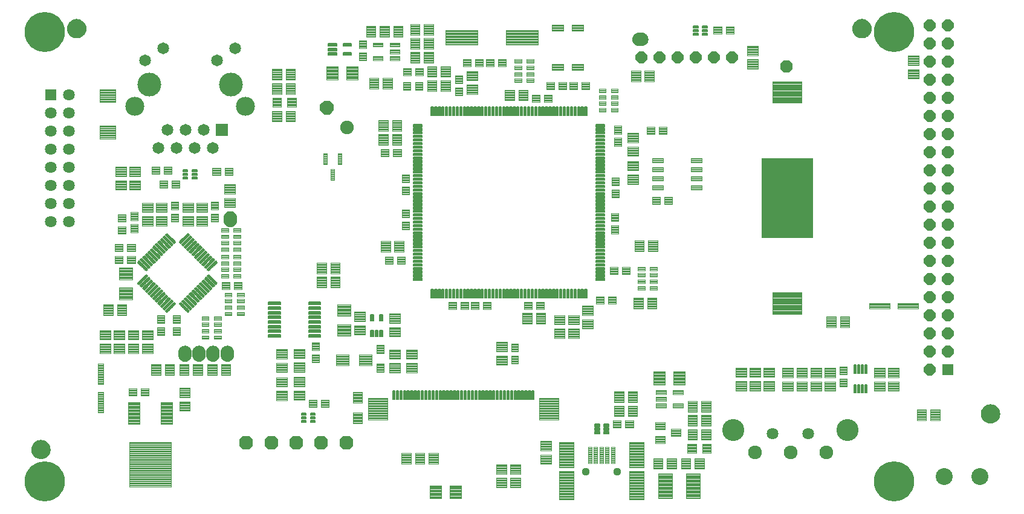
<source format=gts>
G75*
%MOIN*%
%OFA0B0*%
%FSLAX25Y25*%
%IPPOS*%
%LPD*%
%AMOC8*
5,1,8,0,0,1.08239X$1,22.5*
%
%ADD10C,0.04500*%
%ADD11C,0.00500*%
%ADD12C,0.00419*%
%ADD13C,0.00449*%
%ADD14C,0.00572*%
%ADD15C,0.00444*%
%ADD16C,0.00455*%
%ADD17C,0.00467*%
%ADD18C,0.00408*%
%ADD19C,0.00455*%
%ADD20R,0.06406X0.06406*%
%ADD21OC8,0.06406*%
%ADD22C,0.06406*%
%ADD23OC8,0.07587*%
%ADD24C,0.07587*%
%ADD25C,0.12161*%
%ADD26C,0.00418*%
%ADD27C,0.06500*%
%ADD28R,0.06500X0.06500*%
%ADD29C,0.13098*%
%ADD30C,0.10500*%
%ADD31C,0.00494*%
%ADD32C,0.00100*%
%ADD33C,0.00573*%
%ADD34C,0.00576*%
%ADD35C,0.00487*%
%ADD36C,0.00519*%
%ADD37C,0.00448*%
%ADD38C,0.00445*%
%ADD39C,0.00486*%
%ADD40C,0.04437*%
%ADD41C,0.00429*%
%ADD42OC8,0.06996*%
%ADD43C,0.09358*%
%ADD44C,0.00445*%
%ADD45C,0.07500*%
%ADD46C,0.01500*%
%ADD47C,0.00551*%
%ADD48C,0.00600*%
%ADD49C,0.00281*%
%ADD50C,0.00369*%
%ADD51C,0.00399*%
%ADD52C,0.22154*%
D10*
X0050454Y0170350D03*
X0070139Y0402634D03*
X0503210Y0402634D03*
X0574077Y0190035D03*
D11*
X0578179Y0187210D02*
X0569974Y0187210D01*
X0569746Y0187535D02*
X0569378Y0188325D01*
X0569152Y0189167D01*
X0569077Y0190035D01*
X0569152Y0190904D01*
X0569378Y0191746D01*
X0569746Y0192535D01*
X0570246Y0193249D01*
X0570863Y0193866D01*
X0571577Y0194366D01*
X0572366Y0194734D01*
X0573208Y0194959D01*
X0574077Y0195035D01*
X0574945Y0194959D01*
X0575787Y0194734D01*
X0576577Y0194366D01*
X0577290Y0193866D01*
X0577907Y0193249D01*
X0578407Y0192535D01*
X0578775Y0191746D01*
X0579001Y0190904D01*
X0579077Y0190035D01*
X0579001Y0189167D01*
X0578775Y0188325D01*
X0578407Y0187535D01*
X0577907Y0186821D01*
X0577290Y0186205D01*
X0576577Y0185705D01*
X0575787Y0185337D01*
X0574945Y0185111D01*
X0574077Y0185035D01*
X0573208Y0185111D01*
X0572366Y0185337D01*
X0571577Y0185705D01*
X0570863Y0186205D01*
X0570246Y0186821D01*
X0569746Y0187535D01*
X0569666Y0187708D02*
X0578487Y0187708D01*
X0578720Y0188207D02*
X0569433Y0188207D01*
X0569276Y0188705D02*
X0578877Y0188705D01*
X0579004Y0189204D02*
X0569149Y0189204D01*
X0569106Y0189702D02*
X0579047Y0189702D01*
X0579062Y0190201D02*
X0569091Y0190201D01*
X0569135Y0190700D02*
X0579018Y0190700D01*
X0578922Y0191198D02*
X0569231Y0191198D01*
X0569365Y0191697D02*
X0578788Y0191697D01*
X0578565Y0192195D02*
X0569588Y0192195D01*
X0569857Y0192694D02*
X0578296Y0192694D01*
X0577947Y0193192D02*
X0570206Y0193192D01*
X0570687Y0193691D02*
X0577466Y0193691D01*
X0576829Y0194189D02*
X0571324Y0194189D01*
X0572267Y0194688D02*
X0575886Y0194688D01*
X0577797Y0186711D02*
X0570356Y0186711D01*
X0570855Y0186213D02*
X0577298Y0186213D01*
X0576589Y0185714D02*
X0571564Y0185714D01*
X0572818Y0185216D02*
X0575335Y0185216D01*
X0504920Y0397935D02*
X0504079Y0397710D01*
X0503210Y0397634D01*
X0502342Y0397710D01*
X0501500Y0397935D01*
X0500710Y0398304D01*
X0499996Y0398804D01*
X0499380Y0399420D01*
X0498880Y0400134D01*
X0498512Y0400924D01*
X0498286Y0401766D01*
X0498210Y0402634D01*
X0498286Y0403502D01*
X0498512Y0404344D01*
X0498880Y0405134D01*
X0499380Y0405848D01*
X0499996Y0406464D01*
X0500710Y0406964D01*
X0501500Y0407332D01*
X0502342Y0407558D01*
X0503210Y0407634D01*
X0504079Y0407558D01*
X0504920Y0407332D01*
X0505710Y0406964D01*
X0506424Y0406464D01*
X0507041Y0405848D01*
X0507540Y0405134D01*
X0507909Y0404344D01*
X0508134Y0403502D01*
X0508210Y0402634D01*
X0508134Y0401766D01*
X0507909Y0400924D01*
X0507540Y0400134D01*
X0507041Y0399420D01*
X0506424Y0398804D01*
X0505710Y0398304D01*
X0504920Y0397935D01*
X0505231Y0398080D02*
X0501190Y0398080D01*
X0500318Y0398579D02*
X0506103Y0398579D01*
X0506698Y0399077D02*
X0499723Y0399077D01*
X0499271Y0399576D02*
X0507150Y0399576D01*
X0507499Y0400074D02*
X0498922Y0400074D01*
X0498676Y0400573D02*
X0507745Y0400573D01*
X0507948Y0401071D02*
X0498472Y0401071D01*
X0498339Y0401570D02*
X0508082Y0401570D01*
X0508161Y0402068D02*
X0498260Y0402068D01*
X0498216Y0402567D02*
X0508205Y0402567D01*
X0508173Y0403065D02*
X0498248Y0403065D01*
X0498303Y0403564D02*
X0508118Y0403564D01*
X0507984Y0404062D02*
X0498436Y0404062D01*
X0498613Y0404561D02*
X0507808Y0404561D01*
X0507575Y0405059D02*
X0498845Y0405059D01*
X0499177Y0405558D02*
X0507244Y0405558D01*
X0506832Y0406056D02*
X0499589Y0406056D01*
X0500126Y0406555D02*
X0506295Y0406555D01*
X0505519Y0407053D02*
X0500902Y0407053D01*
X0502320Y0407552D02*
X0504101Y0407552D01*
X0075139Y0402634D02*
X0075064Y0401766D01*
X0074838Y0400924D01*
X0074470Y0400134D01*
X0073970Y0399420D01*
X0073353Y0398804D01*
X0072639Y0398304D01*
X0071850Y0397935D01*
X0071008Y0397710D01*
X0070139Y0397634D01*
X0069271Y0397710D01*
X0068429Y0397935D01*
X0067639Y0398304D01*
X0066926Y0398804D01*
X0066309Y0399420D01*
X0065809Y0400134D01*
X0065441Y0400924D01*
X0065215Y0401766D01*
X0065139Y0402634D01*
X0065215Y0403502D01*
X0065441Y0404344D01*
X0065809Y0405134D01*
X0066309Y0405848D01*
X0066926Y0406464D01*
X0067639Y0406964D01*
X0068429Y0407332D01*
X0069271Y0407558D01*
X0070139Y0407634D01*
X0071008Y0407558D01*
X0071850Y0407332D01*
X0072639Y0406964D01*
X0073353Y0406464D01*
X0073970Y0405848D01*
X0074470Y0405134D01*
X0074838Y0404344D01*
X0075064Y0403502D01*
X0075139Y0402634D01*
X0075134Y0402567D02*
X0065145Y0402567D01*
X0065177Y0403065D02*
X0075102Y0403065D01*
X0075047Y0403564D02*
X0065232Y0403564D01*
X0065366Y0404062D02*
X0074913Y0404062D01*
X0074737Y0404561D02*
X0065542Y0404561D01*
X0065775Y0405059D02*
X0074504Y0405059D01*
X0074173Y0405558D02*
X0066106Y0405558D01*
X0066518Y0406056D02*
X0073761Y0406056D01*
X0073224Y0406555D02*
X0067055Y0406555D01*
X0067831Y0407053D02*
X0072448Y0407053D01*
X0071030Y0407552D02*
X0069249Y0407552D01*
X0065189Y0402068D02*
X0075090Y0402068D01*
X0075011Y0401570D02*
X0065268Y0401570D01*
X0065402Y0401071D02*
X0074877Y0401071D01*
X0074674Y0400573D02*
X0065605Y0400573D01*
X0065851Y0400074D02*
X0074428Y0400074D01*
X0074079Y0399576D02*
X0066200Y0399576D01*
X0066652Y0399077D02*
X0073627Y0399077D01*
X0073032Y0398579D02*
X0067247Y0398579D01*
X0068119Y0398080D02*
X0072160Y0398080D01*
X0051323Y0175274D02*
X0052165Y0175049D01*
X0052954Y0174681D01*
X0053668Y0174181D01*
X0054285Y0173564D01*
X0054785Y0172850D01*
X0055153Y0172060D01*
X0055378Y0171219D01*
X0055454Y0170350D01*
X0055378Y0169482D01*
X0055153Y0168640D01*
X0054785Y0167850D01*
X0054285Y0167136D01*
X0053668Y0166520D01*
X0052954Y0166020D01*
X0052165Y0165652D01*
X0051323Y0165426D01*
X0050454Y0165350D01*
X0049586Y0165426D01*
X0048744Y0165652D01*
X0047954Y0166020D01*
X0047241Y0166520D01*
X0046624Y0167136D01*
X0046124Y0167850D01*
X0045756Y0168640D01*
X0045530Y0169482D01*
X0045454Y0170350D01*
X0045530Y0171219D01*
X0045756Y0172060D01*
X0046124Y0172850D01*
X0046624Y0173564D01*
X0047241Y0174181D01*
X0047954Y0174681D01*
X0048744Y0175049D01*
X0049586Y0175274D01*
X0050454Y0175350D01*
X0051323Y0175274D01*
X0051430Y0175246D02*
X0049479Y0175246D01*
X0048097Y0174747D02*
X0052812Y0174747D01*
X0053571Y0174249D02*
X0047338Y0174249D01*
X0046810Y0173750D02*
X0054099Y0173750D01*
X0054504Y0173252D02*
X0046405Y0173252D01*
X0046079Y0172753D02*
X0054830Y0172753D01*
X0055062Y0172255D02*
X0045846Y0172255D01*
X0045674Y0171756D02*
X0055234Y0171756D01*
X0055368Y0171258D02*
X0045541Y0171258D01*
X0045490Y0170759D02*
X0055419Y0170759D01*
X0055447Y0170261D02*
X0045462Y0170261D01*
X0045506Y0169762D02*
X0055403Y0169762D01*
X0055320Y0169264D02*
X0045589Y0169264D01*
X0045723Y0168765D02*
X0055186Y0168765D01*
X0054979Y0168266D02*
X0045930Y0168266D01*
X0046182Y0167768D02*
X0054727Y0167768D01*
X0054378Y0167269D02*
X0046531Y0167269D01*
X0046990Y0166771D02*
X0053919Y0166771D01*
X0053315Y0166272D02*
X0047594Y0166272D01*
X0048483Y0165774D02*
X0052426Y0165774D01*
D12*
X0273447Y0393876D02*
X0291245Y0393876D01*
X0273447Y0393876D02*
X0273447Y0401832D01*
X0291245Y0401832D01*
X0291245Y0393876D01*
X0291245Y0394294D02*
X0273447Y0394294D01*
X0273447Y0394712D02*
X0291245Y0394712D01*
X0291245Y0395130D02*
X0273447Y0395130D01*
X0273447Y0395548D02*
X0291245Y0395548D01*
X0291245Y0395966D02*
X0273447Y0395966D01*
X0273447Y0396384D02*
X0291245Y0396384D01*
X0291245Y0396802D02*
X0273447Y0396802D01*
X0273447Y0397220D02*
X0291245Y0397220D01*
X0291245Y0397638D02*
X0273447Y0397638D01*
X0273447Y0398056D02*
X0291245Y0398056D01*
X0291245Y0398474D02*
X0273447Y0398474D01*
X0273447Y0398892D02*
X0291245Y0398892D01*
X0291245Y0399310D02*
X0273447Y0399310D01*
X0273447Y0399728D02*
X0291245Y0399728D01*
X0291245Y0400146D02*
X0273447Y0400146D01*
X0273447Y0400564D02*
X0291245Y0400564D01*
X0291245Y0400982D02*
X0273447Y0400982D01*
X0273447Y0401400D02*
X0291245Y0401400D01*
X0291245Y0401818D02*
X0273447Y0401818D01*
X0306912Y0393876D02*
X0324710Y0393876D01*
X0306912Y0393876D02*
X0306912Y0401832D01*
X0324710Y0401832D01*
X0324710Y0393876D01*
X0324710Y0394294D02*
X0306912Y0394294D01*
X0306912Y0394712D02*
X0324710Y0394712D01*
X0324710Y0395130D02*
X0306912Y0395130D01*
X0306912Y0395548D02*
X0324710Y0395548D01*
X0324710Y0395966D02*
X0306912Y0395966D01*
X0306912Y0396384D02*
X0324710Y0396384D01*
X0324710Y0396802D02*
X0306912Y0396802D01*
X0306912Y0397220D02*
X0324710Y0397220D01*
X0324710Y0397638D02*
X0306912Y0397638D01*
X0306912Y0398056D02*
X0324710Y0398056D01*
X0324710Y0398474D02*
X0306912Y0398474D01*
X0306912Y0398892D02*
X0324710Y0398892D01*
X0324710Y0399310D02*
X0306912Y0399310D01*
X0306912Y0399728D02*
X0324710Y0399728D01*
X0324710Y0400146D02*
X0306912Y0400146D01*
X0306912Y0400564D02*
X0324710Y0400564D01*
X0324710Y0400982D02*
X0306912Y0400982D01*
X0306912Y0401400D02*
X0324710Y0401400D01*
X0324710Y0401818D02*
X0306912Y0401818D01*
D13*
X0276154Y0375975D02*
X0270984Y0375975D01*
X0270984Y0381933D01*
X0276154Y0381933D01*
X0276154Y0375975D01*
X0276154Y0376423D02*
X0270984Y0376423D01*
X0270984Y0376871D02*
X0276154Y0376871D01*
X0276154Y0377319D02*
X0270984Y0377319D01*
X0270984Y0377767D02*
X0276154Y0377767D01*
X0276154Y0378215D02*
X0270984Y0378215D01*
X0270984Y0378663D02*
X0276154Y0378663D01*
X0276154Y0379111D02*
X0270984Y0379111D01*
X0270984Y0379559D02*
X0276154Y0379559D01*
X0276154Y0380007D02*
X0270984Y0380007D01*
X0270984Y0380455D02*
X0276154Y0380455D01*
X0276154Y0380903D02*
X0270984Y0380903D01*
X0270984Y0381351D02*
X0276154Y0381351D01*
X0276154Y0381799D02*
X0270984Y0381799D01*
X0268673Y0375975D02*
X0263503Y0375975D01*
X0263503Y0381933D01*
X0268673Y0381933D01*
X0268673Y0375975D01*
X0268673Y0376423D02*
X0263503Y0376423D01*
X0263503Y0376871D02*
X0268673Y0376871D01*
X0268673Y0377319D02*
X0263503Y0377319D01*
X0263503Y0377767D02*
X0268673Y0377767D01*
X0268673Y0378215D02*
X0263503Y0378215D01*
X0263503Y0378663D02*
X0268673Y0378663D01*
X0268673Y0379111D02*
X0263503Y0379111D01*
X0263503Y0379559D02*
X0268673Y0379559D01*
X0268673Y0380007D02*
X0263503Y0380007D01*
X0263503Y0380455D02*
X0268673Y0380455D01*
X0268673Y0380903D02*
X0263503Y0380903D01*
X0263503Y0381351D02*
X0268673Y0381351D01*
X0268673Y0381799D02*
X0263503Y0381799D01*
X0261634Y0383775D02*
X0266804Y0383775D01*
X0261634Y0383775D02*
X0261634Y0389733D01*
X0266804Y0389733D01*
X0266804Y0383775D01*
X0266804Y0384223D02*
X0261634Y0384223D01*
X0261634Y0384671D02*
X0266804Y0384671D01*
X0266804Y0385119D02*
X0261634Y0385119D01*
X0261634Y0385567D02*
X0266804Y0385567D01*
X0266804Y0386015D02*
X0261634Y0386015D01*
X0261634Y0386463D02*
X0266804Y0386463D01*
X0266804Y0386911D02*
X0261634Y0386911D01*
X0261634Y0387359D02*
X0266804Y0387359D01*
X0266804Y0387807D02*
X0261634Y0387807D01*
X0261634Y0388255D02*
X0266804Y0388255D01*
X0266804Y0388703D02*
X0261634Y0388703D01*
X0261634Y0389151D02*
X0266804Y0389151D01*
X0266804Y0389599D02*
X0261634Y0389599D01*
X0261634Y0391525D02*
X0266804Y0391525D01*
X0261634Y0391525D02*
X0261634Y0397483D01*
X0266804Y0397483D01*
X0266804Y0391525D01*
X0266804Y0391973D02*
X0261634Y0391973D01*
X0261634Y0392421D02*
X0266804Y0392421D01*
X0266804Y0392869D02*
X0261634Y0392869D01*
X0261634Y0393317D02*
X0266804Y0393317D01*
X0266804Y0393765D02*
X0261634Y0393765D01*
X0261634Y0394213D02*
X0266804Y0394213D01*
X0266804Y0394661D02*
X0261634Y0394661D01*
X0261634Y0395109D02*
X0266804Y0395109D01*
X0266804Y0395557D02*
X0261634Y0395557D01*
X0261634Y0396005D02*
X0266804Y0396005D01*
X0266804Y0396453D02*
X0261634Y0396453D01*
X0261634Y0396901D02*
X0266804Y0396901D01*
X0266804Y0397349D02*
X0261634Y0397349D01*
X0261634Y0399225D02*
X0266804Y0399225D01*
X0261634Y0399225D02*
X0261634Y0405183D01*
X0266804Y0405183D01*
X0266804Y0399225D01*
X0266804Y0399673D02*
X0261634Y0399673D01*
X0261634Y0400121D02*
X0266804Y0400121D01*
X0266804Y0400569D02*
X0261634Y0400569D01*
X0261634Y0401017D02*
X0266804Y0401017D01*
X0266804Y0401465D02*
X0261634Y0401465D01*
X0261634Y0401913D02*
X0266804Y0401913D01*
X0266804Y0402361D02*
X0261634Y0402361D01*
X0261634Y0402809D02*
X0266804Y0402809D01*
X0266804Y0403257D02*
X0261634Y0403257D01*
X0261634Y0403705D02*
X0266804Y0403705D01*
X0266804Y0404153D02*
X0261634Y0404153D01*
X0261634Y0404601D02*
X0266804Y0404601D01*
X0266804Y0405049D02*
X0261634Y0405049D01*
X0259323Y0399225D02*
X0254153Y0399225D01*
X0254153Y0405183D01*
X0259323Y0405183D01*
X0259323Y0399225D01*
X0259323Y0399673D02*
X0254153Y0399673D01*
X0254153Y0400121D02*
X0259323Y0400121D01*
X0259323Y0400569D02*
X0254153Y0400569D01*
X0254153Y0401017D02*
X0259323Y0401017D01*
X0259323Y0401465D02*
X0254153Y0401465D01*
X0254153Y0401913D02*
X0259323Y0401913D01*
X0259323Y0402361D02*
X0254153Y0402361D01*
X0254153Y0402809D02*
X0259323Y0402809D01*
X0259323Y0403257D02*
X0254153Y0403257D01*
X0254153Y0403705D02*
X0259323Y0403705D01*
X0259323Y0404153D02*
X0254153Y0404153D01*
X0254153Y0404601D02*
X0259323Y0404601D01*
X0259323Y0405049D02*
X0254153Y0405049D01*
X0249944Y0404033D02*
X0244774Y0404033D01*
X0249944Y0404033D02*
X0249944Y0398075D01*
X0244774Y0398075D01*
X0244774Y0404033D01*
X0244774Y0398523D02*
X0249944Y0398523D01*
X0249944Y0398971D02*
X0244774Y0398971D01*
X0244774Y0399419D02*
X0249944Y0399419D01*
X0249944Y0399867D02*
X0244774Y0399867D01*
X0244774Y0400315D02*
X0249944Y0400315D01*
X0249944Y0400763D02*
X0244774Y0400763D01*
X0244774Y0401211D02*
X0249944Y0401211D01*
X0249944Y0401659D02*
X0244774Y0401659D01*
X0244774Y0402107D02*
X0249944Y0402107D01*
X0249944Y0402555D02*
X0244774Y0402555D01*
X0244774Y0403003D02*
X0249944Y0403003D01*
X0249944Y0403451D02*
X0244774Y0403451D01*
X0244774Y0403899D02*
X0249944Y0403899D01*
X0242463Y0404033D02*
X0237293Y0404033D01*
X0242463Y0404033D02*
X0242463Y0398075D01*
X0237293Y0398075D01*
X0237293Y0404033D01*
X0237293Y0398523D02*
X0242463Y0398523D01*
X0242463Y0398971D02*
X0237293Y0398971D01*
X0237293Y0399419D02*
X0242463Y0399419D01*
X0242463Y0399867D02*
X0237293Y0399867D01*
X0237293Y0400315D02*
X0242463Y0400315D01*
X0242463Y0400763D02*
X0237293Y0400763D01*
X0237293Y0401211D02*
X0242463Y0401211D01*
X0242463Y0401659D02*
X0237293Y0401659D01*
X0237293Y0402107D02*
X0242463Y0402107D01*
X0242463Y0402555D02*
X0237293Y0402555D01*
X0237293Y0403003D02*
X0242463Y0403003D01*
X0242463Y0403451D02*
X0237293Y0403451D01*
X0237293Y0403899D02*
X0242463Y0403899D01*
X0234983Y0404033D02*
X0229813Y0404033D01*
X0234983Y0404033D02*
X0234983Y0398075D01*
X0229813Y0398075D01*
X0229813Y0404033D01*
X0229813Y0398523D02*
X0234983Y0398523D01*
X0234983Y0398971D02*
X0229813Y0398971D01*
X0229813Y0399419D02*
X0234983Y0399419D01*
X0234983Y0399867D02*
X0229813Y0399867D01*
X0229813Y0400315D02*
X0234983Y0400315D01*
X0234983Y0400763D02*
X0229813Y0400763D01*
X0229813Y0401211D02*
X0234983Y0401211D01*
X0234983Y0401659D02*
X0229813Y0401659D01*
X0229813Y0402107D02*
X0234983Y0402107D01*
X0234983Y0402555D02*
X0229813Y0402555D01*
X0229813Y0403003D02*
X0234983Y0403003D01*
X0234983Y0403451D02*
X0229813Y0403451D01*
X0229813Y0403899D02*
X0234983Y0403899D01*
X0254153Y0391525D02*
X0259323Y0391525D01*
X0254153Y0391525D02*
X0254153Y0397483D01*
X0259323Y0397483D01*
X0259323Y0391525D01*
X0259323Y0391973D02*
X0254153Y0391973D01*
X0254153Y0392421D02*
X0259323Y0392421D01*
X0259323Y0392869D02*
X0254153Y0392869D01*
X0254153Y0393317D02*
X0259323Y0393317D01*
X0259323Y0393765D02*
X0254153Y0393765D01*
X0254153Y0394213D02*
X0259323Y0394213D01*
X0259323Y0394661D02*
X0254153Y0394661D01*
X0254153Y0395109D02*
X0259323Y0395109D01*
X0259323Y0395557D02*
X0254153Y0395557D01*
X0254153Y0396005D02*
X0259323Y0396005D01*
X0259323Y0396453D02*
X0254153Y0396453D01*
X0254153Y0396901D02*
X0259323Y0396901D01*
X0259323Y0397349D02*
X0254153Y0397349D01*
X0254153Y0383775D02*
X0259323Y0383775D01*
X0254153Y0383775D02*
X0254153Y0389733D01*
X0259323Y0389733D01*
X0259323Y0383775D01*
X0259323Y0384223D02*
X0254153Y0384223D01*
X0254153Y0384671D02*
X0259323Y0384671D01*
X0259323Y0385119D02*
X0254153Y0385119D01*
X0254153Y0385567D02*
X0259323Y0385567D01*
X0259323Y0386015D02*
X0254153Y0386015D01*
X0254153Y0386463D02*
X0259323Y0386463D01*
X0259323Y0386911D02*
X0254153Y0386911D01*
X0254153Y0387359D02*
X0259323Y0387359D01*
X0259323Y0387807D02*
X0254153Y0387807D01*
X0254153Y0388255D02*
X0259323Y0388255D01*
X0259323Y0388703D02*
X0254153Y0388703D01*
X0254153Y0389151D02*
X0259323Y0389151D01*
X0259323Y0389599D02*
X0254153Y0389599D01*
X0244154Y0369525D02*
X0238984Y0369525D01*
X0238984Y0375483D01*
X0244154Y0375483D01*
X0244154Y0369525D01*
X0244154Y0369973D02*
X0238984Y0369973D01*
X0238984Y0370421D02*
X0244154Y0370421D01*
X0244154Y0370869D02*
X0238984Y0370869D01*
X0238984Y0371317D02*
X0244154Y0371317D01*
X0244154Y0371765D02*
X0238984Y0371765D01*
X0238984Y0372213D02*
X0244154Y0372213D01*
X0244154Y0372661D02*
X0238984Y0372661D01*
X0238984Y0373109D02*
X0244154Y0373109D01*
X0244154Y0373557D02*
X0238984Y0373557D01*
X0238984Y0374005D02*
X0244154Y0374005D01*
X0244154Y0374453D02*
X0238984Y0374453D01*
X0238984Y0374901D02*
X0244154Y0374901D01*
X0244154Y0375349D02*
X0238984Y0375349D01*
X0236673Y0369525D02*
X0231503Y0369525D01*
X0231503Y0375483D01*
X0236673Y0375483D01*
X0236673Y0369525D01*
X0236673Y0369973D02*
X0231503Y0369973D01*
X0231503Y0370421D02*
X0236673Y0370421D01*
X0236673Y0370869D02*
X0231503Y0370869D01*
X0231503Y0371317D02*
X0236673Y0371317D01*
X0236673Y0371765D02*
X0231503Y0371765D01*
X0231503Y0372213D02*
X0236673Y0372213D01*
X0236673Y0372661D02*
X0231503Y0372661D01*
X0231503Y0373109D02*
X0236673Y0373109D01*
X0236673Y0373557D02*
X0231503Y0373557D01*
X0231503Y0374005D02*
X0236673Y0374005D01*
X0236673Y0374453D02*
X0231503Y0374453D01*
X0231503Y0374901D02*
X0236673Y0374901D01*
X0236673Y0375349D02*
X0231503Y0375349D01*
X0263503Y0374183D02*
X0268673Y0374183D01*
X0268673Y0368225D01*
X0263503Y0368225D01*
X0263503Y0374183D01*
X0263503Y0368673D02*
X0268673Y0368673D01*
X0268673Y0369121D02*
X0263503Y0369121D01*
X0263503Y0369569D02*
X0268673Y0369569D01*
X0268673Y0370017D02*
X0263503Y0370017D01*
X0263503Y0370465D02*
X0268673Y0370465D01*
X0268673Y0370913D02*
X0263503Y0370913D01*
X0263503Y0371361D02*
X0268673Y0371361D01*
X0268673Y0371809D02*
X0263503Y0371809D01*
X0263503Y0372257D02*
X0268673Y0372257D01*
X0268673Y0372705D02*
X0263503Y0372705D01*
X0263503Y0373153D02*
X0268673Y0373153D01*
X0268673Y0373601D02*
X0263503Y0373601D01*
X0263503Y0374049D02*
X0268673Y0374049D01*
X0270984Y0374183D02*
X0276154Y0374183D01*
X0276154Y0368225D01*
X0270984Y0368225D01*
X0270984Y0374183D01*
X0270984Y0368673D02*
X0276154Y0368673D01*
X0276154Y0369121D02*
X0270984Y0369121D01*
X0270984Y0369569D02*
X0276154Y0369569D01*
X0276154Y0370017D02*
X0270984Y0370017D01*
X0270984Y0370465D02*
X0276154Y0370465D01*
X0276154Y0370913D02*
X0270984Y0370913D01*
X0270984Y0371361D02*
X0276154Y0371361D01*
X0276154Y0371809D02*
X0270984Y0371809D01*
X0270984Y0372257D02*
X0276154Y0372257D01*
X0276154Y0372705D02*
X0270984Y0372705D01*
X0270984Y0373153D02*
X0276154Y0373153D01*
X0276154Y0373601D02*
X0270984Y0373601D01*
X0270984Y0374049D02*
X0276154Y0374049D01*
X0285199Y0374009D02*
X0285199Y0379179D01*
X0291157Y0379179D01*
X0291157Y0374009D01*
X0285199Y0374009D01*
X0285199Y0374457D02*
X0291157Y0374457D01*
X0291157Y0374905D02*
X0285199Y0374905D01*
X0285199Y0375353D02*
X0291157Y0375353D01*
X0291157Y0375801D02*
X0285199Y0375801D01*
X0285199Y0376249D02*
X0291157Y0376249D01*
X0291157Y0376697D02*
X0285199Y0376697D01*
X0285199Y0377145D02*
X0291157Y0377145D01*
X0291157Y0377593D02*
X0285199Y0377593D01*
X0285199Y0378041D02*
X0291157Y0378041D01*
X0291157Y0378489D02*
X0285199Y0378489D01*
X0285199Y0378937D02*
X0291157Y0378937D01*
X0285199Y0371699D02*
X0285199Y0366529D01*
X0285199Y0371699D02*
X0291157Y0371699D01*
X0291157Y0366529D01*
X0285199Y0366529D01*
X0285199Y0366977D02*
X0291157Y0366977D01*
X0291157Y0367425D02*
X0285199Y0367425D01*
X0285199Y0367873D02*
X0291157Y0367873D01*
X0291157Y0368321D02*
X0285199Y0368321D01*
X0285199Y0368769D02*
X0291157Y0368769D01*
X0291157Y0369217D02*
X0285199Y0369217D01*
X0285199Y0369665D02*
X0291157Y0369665D01*
X0291157Y0370113D02*
X0285199Y0370113D01*
X0285199Y0370561D02*
X0291157Y0370561D01*
X0291157Y0371009D02*
X0285199Y0371009D01*
X0285199Y0371457D02*
X0291157Y0371457D01*
X0306253Y0362975D02*
X0311423Y0362975D01*
X0306253Y0362975D02*
X0306253Y0368933D01*
X0311423Y0368933D01*
X0311423Y0362975D01*
X0311423Y0363423D02*
X0306253Y0363423D01*
X0306253Y0363871D02*
X0311423Y0363871D01*
X0311423Y0364319D02*
X0306253Y0364319D01*
X0306253Y0364767D02*
X0311423Y0364767D01*
X0311423Y0365215D02*
X0306253Y0365215D01*
X0306253Y0365663D02*
X0311423Y0365663D01*
X0311423Y0366111D02*
X0306253Y0366111D01*
X0306253Y0366559D02*
X0311423Y0366559D01*
X0311423Y0367007D02*
X0306253Y0367007D01*
X0306253Y0367455D02*
X0311423Y0367455D01*
X0311423Y0367903D02*
X0306253Y0367903D01*
X0306253Y0368351D02*
X0311423Y0368351D01*
X0311423Y0368799D02*
X0306253Y0368799D01*
X0313734Y0362975D02*
X0318904Y0362975D01*
X0313734Y0362975D02*
X0313734Y0368933D01*
X0318904Y0368933D01*
X0318904Y0362975D01*
X0318904Y0363423D02*
X0313734Y0363423D01*
X0313734Y0363871D02*
X0318904Y0363871D01*
X0318904Y0364319D02*
X0313734Y0364319D01*
X0313734Y0364767D02*
X0318904Y0364767D01*
X0318904Y0365215D02*
X0313734Y0365215D01*
X0313734Y0365663D02*
X0318904Y0365663D01*
X0318904Y0366111D02*
X0313734Y0366111D01*
X0313734Y0366559D02*
X0318904Y0366559D01*
X0318904Y0367007D02*
X0313734Y0367007D01*
X0313734Y0367455D02*
X0318904Y0367455D01*
X0318904Y0367903D02*
X0313734Y0367903D01*
X0313734Y0368351D02*
X0318904Y0368351D01*
X0318904Y0368799D02*
X0313734Y0368799D01*
X0375903Y0379533D02*
X0381073Y0379533D01*
X0381073Y0373575D01*
X0375903Y0373575D01*
X0375903Y0379533D01*
X0375903Y0374023D02*
X0381073Y0374023D01*
X0381073Y0374471D02*
X0375903Y0374471D01*
X0375903Y0374919D02*
X0381073Y0374919D01*
X0381073Y0375367D02*
X0375903Y0375367D01*
X0375903Y0375815D02*
X0381073Y0375815D01*
X0381073Y0376263D02*
X0375903Y0376263D01*
X0375903Y0376711D02*
X0381073Y0376711D01*
X0381073Y0377159D02*
X0375903Y0377159D01*
X0375903Y0377607D02*
X0381073Y0377607D01*
X0381073Y0378055D02*
X0375903Y0378055D01*
X0375903Y0378503D02*
X0381073Y0378503D01*
X0381073Y0378951D02*
X0375903Y0378951D01*
X0375903Y0379399D02*
X0381073Y0379399D01*
X0383384Y0379533D02*
X0388554Y0379533D01*
X0388554Y0373575D01*
X0383384Y0373575D01*
X0383384Y0379533D01*
X0383384Y0374023D02*
X0388554Y0374023D01*
X0388554Y0374471D02*
X0383384Y0374471D01*
X0383384Y0374919D02*
X0388554Y0374919D01*
X0388554Y0375367D02*
X0383384Y0375367D01*
X0383384Y0375815D02*
X0388554Y0375815D01*
X0388554Y0376263D02*
X0383384Y0376263D01*
X0383384Y0376711D02*
X0388554Y0376711D01*
X0388554Y0377159D02*
X0383384Y0377159D01*
X0383384Y0377607D02*
X0388554Y0377607D01*
X0388554Y0378055D02*
X0383384Y0378055D01*
X0383384Y0378503D02*
X0388554Y0378503D01*
X0388554Y0378951D02*
X0383384Y0378951D01*
X0383384Y0379399D02*
X0388554Y0379399D01*
X0373799Y0345029D02*
X0373799Y0339859D01*
X0373799Y0345029D02*
X0379757Y0345029D01*
X0379757Y0339859D01*
X0373799Y0339859D01*
X0373799Y0340307D02*
X0379757Y0340307D01*
X0379757Y0340755D02*
X0373799Y0340755D01*
X0373799Y0341203D02*
X0379757Y0341203D01*
X0379757Y0341651D02*
X0373799Y0341651D01*
X0373799Y0342099D02*
X0379757Y0342099D01*
X0379757Y0342547D02*
X0373799Y0342547D01*
X0373799Y0342995D02*
X0379757Y0342995D01*
X0379757Y0343443D02*
X0373799Y0343443D01*
X0373799Y0343891D02*
X0379757Y0343891D01*
X0379757Y0344339D02*
X0373799Y0344339D01*
X0373799Y0344787D02*
X0379757Y0344787D01*
X0373799Y0337549D02*
X0373799Y0332379D01*
X0373799Y0337549D02*
X0379757Y0337549D01*
X0379757Y0332379D01*
X0373799Y0332379D01*
X0373799Y0332827D02*
X0379757Y0332827D01*
X0379757Y0333275D02*
X0373799Y0333275D01*
X0373799Y0333723D02*
X0379757Y0333723D01*
X0379757Y0334171D02*
X0373799Y0334171D01*
X0373799Y0334619D02*
X0379757Y0334619D01*
X0379757Y0335067D02*
X0373799Y0335067D01*
X0373799Y0335515D02*
X0379757Y0335515D01*
X0379757Y0335963D02*
X0373799Y0335963D01*
X0373799Y0336411D02*
X0379757Y0336411D01*
X0379757Y0336859D02*
X0373799Y0336859D01*
X0373799Y0337307D02*
X0379757Y0337307D01*
X0379757Y0329479D02*
X0379757Y0324309D01*
X0373799Y0324309D01*
X0373799Y0329479D01*
X0379757Y0329479D01*
X0379757Y0324757D02*
X0373799Y0324757D01*
X0373799Y0325205D02*
X0379757Y0325205D01*
X0379757Y0325653D02*
X0373799Y0325653D01*
X0373799Y0326101D02*
X0379757Y0326101D01*
X0379757Y0326549D02*
X0373799Y0326549D01*
X0373799Y0326997D02*
X0379757Y0326997D01*
X0379757Y0327445D02*
X0373799Y0327445D01*
X0373799Y0327893D02*
X0379757Y0327893D01*
X0379757Y0328341D02*
X0373799Y0328341D01*
X0373799Y0328789D02*
X0379757Y0328789D01*
X0379757Y0329237D02*
X0373799Y0329237D01*
X0379757Y0321999D02*
X0379757Y0316829D01*
X0373799Y0316829D01*
X0373799Y0321999D01*
X0379757Y0321999D01*
X0379757Y0317277D02*
X0373799Y0317277D01*
X0373799Y0317725D02*
X0379757Y0317725D01*
X0379757Y0318173D02*
X0373799Y0318173D01*
X0373799Y0318621D02*
X0379757Y0318621D01*
X0379757Y0319069D02*
X0373799Y0319069D01*
X0373799Y0319517D02*
X0379757Y0319517D01*
X0379757Y0319965D02*
X0373799Y0319965D01*
X0373799Y0320413D02*
X0379757Y0320413D01*
X0379757Y0320861D02*
X0373799Y0320861D01*
X0373799Y0321309D02*
X0379757Y0321309D01*
X0379757Y0321757D02*
X0373799Y0321757D01*
X0377853Y0279825D02*
X0383023Y0279825D01*
X0377853Y0279825D02*
X0377853Y0285783D01*
X0383023Y0285783D01*
X0383023Y0279825D01*
X0383023Y0280273D02*
X0377853Y0280273D01*
X0377853Y0280721D02*
X0383023Y0280721D01*
X0383023Y0281169D02*
X0377853Y0281169D01*
X0377853Y0281617D02*
X0383023Y0281617D01*
X0383023Y0282065D02*
X0377853Y0282065D01*
X0377853Y0282513D02*
X0383023Y0282513D01*
X0383023Y0282961D02*
X0377853Y0282961D01*
X0377853Y0283409D02*
X0383023Y0283409D01*
X0383023Y0283857D02*
X0377853Y0283857D01*
X0377853Y0284305D02*
X0383023Y0284305D01*
X0383023Y0284753D02*
X0377853Y0284753D01*
X0377853Y0285201D02*
X0383023Y0285201D01*
X0383023Y0285649D02*
X0377853Y0285649D01*
X0385334Y0279825D02*
X0390504Y0279825D01*
X0385334Y0279825D02*
X0385334Y0285783D01*
X0390504Y0285783D01*
X0390504Y0279825D01*
X0390504Y0280273D02*
X0385334Y0280273D01*
X0385334Y0280721D02*
X0390504Y0280721D01*
X0390504Y0281169D02*
X0385334Y0281169D01*
X0385334Y0281617D02*
X0390504Y0281617D01*
X0390504Y0282065D02*
X0385334Y0282065D01*
X0385334Y0282513D02*
X0390504Y0282513D01*
X0390504Y0282961D02*
X0385334Y0282961D01*
X0385334Y0283409D02*
X0390504Y0283409D01*
X0390504Y0283857D02*
X0385334Y0283857D01*
X0385334Y0284305D02*
X0390504Y0284305D01*
X0390504Y0284753D02*
X0385334Y0284753D01*
X0385334Y0285201D02*
X0390504Y0285201D01*
X0390504Y0285649D02*
X0385334Y0285649D01*
X0384734Y0248075D02*
X0389904Y0248075D01*
X0384734Y0248075D02*
X0384734Y0254033D01*
X0389904Y0254033D01*
X0389904Y0248075D01*
X0389904Y0248523D02*
X0384734Y0248523D01*
X0384734Y0248971D02*
X0389904Y0248971D01*
X0389904Y0249419D02*
X0384734Y0249419D01*
X0384734Y0249867D02*
X0389904Y0249867D01*
X0389904Y0250315D02*
X0384734Y0250315D01*
X0384734Y0250763D02*
X0389904Y0250763D01*
X0389904Y0251211D02*
X0384734Y0251211D01*
X0384734Y0251659D02*
X0389904Y0251659D01*
X0389904Y0252107D02*
X0384734Y0252107D01*
X0384734Y0252555D02*
X0389904Y0252555D01*
X0389904Y0253003D02*
X0384734Y0253003D01*
X0384734Y0253451D02*
X0389904Y0253451D01*
X0389904Y0253899D02*
X0384734Y0253899D01*
X0382423Y0248075D02*
X0377253Y0248075D01*
X0377253Y0254033D01*
X0382423Y0254033D01*
X0382423Y0248075D01*
X0382423Y0248523D02*
X0377253Y0248523D01*
X0377253Y0248971D02*
X0382423Y0248971D01*
X0382423Y0249419D02*
X0377253Y0249419D01*
X0377253Y0249867D02*
X0382423Y0249867D01*
X0382423Y0250315D02*
X0377253Y0250315D01*
X0377253Y0250763D02*
X0382423Y0250763D01*
X0382423Y0251211D02*
X0377253Y0251211D01*
X0377253Y0251659D02*
X0382423Y0251659D01*
X0382423Y0252107D02*
X0377253Y0252107D01*
X0377253Y0252555D02*
X0382423Y0252555D01*
X0382423Y0253003D02*
X0377253Y0253003D01*
X0377253Y0253451D02*
X0382423Y0253451D01*
X0382423Y0253899D02*
X0377253Y0253899D01*
X0348849Y0249729D02*
X0348849Y0244559D01*
X0348849Y0249729D02*
X0354807Y0249729D01*
X0354807Y0244559D01*
X0348849Y0244559D01*
X0348849Y0245007D02*
X0354807Y0245007D01*
X0354807Y0245455D02*
X0348849Y0245455D01*
X0348849Y0245903D02*
X0354807Y0245903D01*
X0354807Y0246351D02*
X0348849Y0246351D01*
X0348849Y0246799D02*
X0354807Y0246799D01*
X0354807Y0247247D02*
X0348849Y0247247D01*
X0348849Y0247695D02*
X0354807Y0247695D01*
X0354807Y0248143D02*
X0348849Y0248143D01*
X0348849Y0248591D02*
X0354807Y0248591D01*
X0354807Y0249039D02*
X0348849Y0249039D01*
X0348849Y0249487D02*
X0354807Y0249487D01*
X0348849Y0242249D02*
X0348849Y0237079D01*
X0348849Y0242249D02*
X0354807Y0242249D01*
X0354807Y0237079D01*
X0348849Y0237079D01*
X0348849Y0237527D02*
X0354807Y0237527D01*
X0354807Y0237975D02*
X0348849Y0237975D01*
X0348849Y0238423D02*
X0354807Y0238423D01*
X0354807Y0238871D02*
X0348849Y0238871D01*
X0348849Y0239319D02*
X0354807Y0239319D01*
X0354807Y0239767D02*
X0348849Y0239767D01*
X0348849Y0240215D02*
X0354807Y0240215D01*
X0354807Y0240663D02*
X0348849Y0240663D01*
X0348849Y0241111D02*
X0354807Y0241111D01*
X0354807Y0241559D02*
X0348849Y0241559D01*
X0348849Y0242007D02*
X0354807Y0242007D01*
X0347107Y0244579D02*
X0347107Y0239409D01*
X0341149Y0239409D01*
X0341149Y0244579D01*
X0347107Y0244579D01*
X0347107Y0239857D02*
X0341149Y0239857D01*
X0341149Y0240305D02*
X0347107Y0240305D01*
X0347107Y0240753D02*
X0341149Y0240753D01*
X0341149Y0241201D02*
X0347107Y0241201D01*
X0347107Y0241649D02*
X0341149Y0241649D01*
X0341149Y0242097D02*
X0347107Y0242097D01*
X0347107Y0242545D02*
X0341149Y0242545D01*
X0341149Y0242993D02*
X0347107Y0242993D01*
X0347107Y0243441D02*
X0341149Y0243441D01*
X0341149Y0243889D02*
X0347107Y0243889D01*
X0347107Y0244337D02*
X0341149Y0244337D01*
X0339357Y0244579D02*
X0339357Y0239409D01*
X0333399Y0239409D01*
X0333399Y0244579D01*
X0339357Y0244579D01*
X0339357Y0239857D02*
X0333399Y0239857D01*
X0333399Y0240305D02*
X0339357Y0240305D01*
X0339357Y0240753D02*
X0333399Y0240753D01*
X0333399Y0241201D02*
X0339357Y0241201D01*
X0339357Y0241649D02*
X0333399Y0241649D01*
X0333399Y0242097D02*
X0339357Y0242097D01*
X0339357Y0242545D02*
X0333399Y0242545D01*
X0333399Y0242993D02*
X0339357Y0242993D01*
X0339357Y0243441D02*
X0333399Y0243441D01*
X0333399Y0243889D02*
X0339357Y0243889D01*
X0339357Y0244337D02*
X0333399Y0244337D01*
X0328654Y0245683D02*
X0323484Y0245683D01*
X0328654Y0245683D02*
X0328654Y0239725D01*
X0323484Y0239725D01*
X0323484Y0245683D01*
X0323484Y0240173D02*
X0328654Y0240173D01*
X0328654Y0240621D02*
X0323484Y0240621D01*
X0323484Y0241069D02*
X0328654Y0241069D01*
X0328654Y0241517D02*
X0323484Y0241517D01*
X0323484Y0241965D02*
X0328654Y0241965D01*
X0328654Y0242413D02*
X0323484Y0242413D01*
X0323484Y0242861D02*
X0328654Y0242861D01*
X0328654Y0243309D02*
X0323484Y0243309D01*
X0323484Y0243757D02*
X0328654Y0243757D01*
X0328654Y0244205D02*
X0323484Y0244205D01*
X0323484Y0244653D02*
X0328654Y0244653D01*
X0328654Y0245101D02*
X0323484Y0245101D01*
X0323484Y0245549D02*
X0328654Y0245549D01*
X0321173Y0245683D02*
X0316003Y0245683D01*
X0321173Y0245683D02*
X0321173Y0239725D01*
X0316003Y0239725D01*
X0316003Y0245683D01*
X0316003Y0240173D02*
X0321173Y0240173D01*
X0321173Y0240621D02*
X0316003Y0240621D01*
X0316003Y0241069D02*
X0321173Y0241069D01*
X0321173Y0241517D02*
X0316003Y0241517D01*
X0316003Y0241965D02*
X0321173Y0241965D01*
X0321173Y0242413D02*
X0316003Y0242413D01*
X0316003Y0242861D02*
X0321173Y0242861D01*
X0321173Y0243309D02*
X0316003Y0243309D01*
X0316003Y0243757D02*
X0321173Y0243757D01*
X0321173Y0244205D02*
X0316003Y0244205D01*
X0316003Y0244653D02*
X0321173Y0244653D01*
X0321173Y0245101D02*
X0316003Y0245101D01*
X0316003Y0245549D02*
X0321173Y0245549D01*
X0339357Y0237099D02*
X0339357Y0231929D01*
X0333399Y0231929D01*
X0333399Y0237099D01*
X0339357Y0237099D01*
X0339357Y0232377D02*
X0333399Y0232377D01*
X0333399Y0232825D02*
X0339357Y0232825D01*
X0339357Y0233273D02*
X0333399Y0233273D01*
X0333399Y0233721D02*
X0339357Y0233721D01*
X0339357Y0234169D02*
X0333399Y0234169D01*
X0333399Y0234617D02*
X0339357Y0234617D01*
X0339357Y0235065D02*
X0333399Y0235065D01*
X0333399Y0235513D02*
X0339357Y0235513D01*
X0339357Y0235961D02*
X0333399Y0235961D01*
X0333399Y0236409D02*
X0339357Y0236409D01*
X0339357Y0236857D02*
X0333399Y0236857D01*
X0347107Y0237099D02*
X0347107Y0231929D01*
X0341149Y0231929D01*
X0341149Y0237099D01*
X0347107Y0237099D01*
X0347107Y0232377D02*
X0341149Y0232377D01*
X0341149Y0232825D02*
X0347107Y0232825D01*
X0347107Y0233273D02*
X0341149Y0233273D01*
X0341149Y0233721D02*
X0347107Y0233721D01*
X0347107Y0234169D02*
X0341149Y0234169D01*
X0341149Y0234617D02*
X0347107Y0234617D01*
X0347107Y0235065D02*
X0341149Y0235065D01*
X0341149Y0235513D02*
X0347107Y0235513D01*
X0347107Y0235961D02*
X0341149Y0235961D01*
X0341149Y0236409D02*
X0347107Y0236409D01*
X0347107Y0236857D02*
X0341149Y0236857D01*
X0301499Y0229679D02*
X0301499Y0224509D01*
X0301499Y0229679D02*
X0307457Y0229679D01*
X0307457Y0224509D01*
X0301499Y0224509D01*
X0301499Y0224957D02*
X0307457Y0224957D01*
X0307457Y0225405D02*
X0301499Y0225405D01*
X0301499Y0225853D02*
X0307457Y0225853D01*
X0307457Y0226301D02*
X0301499Y0226301D01*
X0301499Y0226749D02*
X0307457Y0226749D01*
X0307457Y0227197D02*
X0301499Y0227197D01*
X0301499Y0227645D02*
X0307457Y0227645D01*
X0307457Y0228093D02*
X0301499Y0228093D01*
X0301499Y0228541D02*
X0307457Y0228541D01*
X0307457Y0228989D02*
X0301499Y0228989D01*
X0301499Y0229437D02*
X0307457Y0229437D01*
X0301499Y0222199D02*
X0301499Y0217029D01*
X0301499Y0222199D02*
X0307457Y0222199D01*
X0307457Y0217029D01*
X0301499Y0217029D01*
X0301499Y0217477D02*
X0307457Y0217477D01*
X0307457Y0217925D02*
X0301499Y0217925D01*
X0301499Y0218373D02*
X0307457Y0218373D01*
X0307457Y0218821D02*
X0301499Y0218821D01*
X0301499Y0219269D02*
X0307457Y0219269D01*
X0307457Y0219717D02*
X0301499Y0219717D01*
X0301499Y0220165D02*
X0307457Y0220165D01*
X0307457Y0220613D02*
X0301499Y0220613D01*
X0301499Y0221061D02*
X0307457Y0221061D01*
X0307457Y0221509D02*
X0301499Y0221509D01*
X0301499Y0221957D02*
X0307457Y0221957D01*
X0257807Y0220359D02*
X0257807Y0225529D01*
X0257807Y0220359D02*
X0251849Y0220359D01*
X0251849Y0225529D01*
X0257807Y0225529D01*
X0257807Y0220807D02*
X0251849Y0220807D01*
X0251849Y0221255D02*
X0257807Y0221255D01*
X0257807Y0221703D02*
X0251849Y0221703D01*
X0251849Y0222151D02*
X0257807Y0222151D01*
X0257807Y0222599D02*
X0251849Y0222599D01*
X0251849Y0223047D02*
X0257807Y0223047D01*
X0257807Y0223495D02*
X0251849Y0223495D01*
X0251849Y0223943D02*
X0257807Y0223943D01*
X0257807Y0224391D02*
X0251849Y0224391D01*
X0251849Y0224839D02*
X0257807Y0224839D01*
X0257807Y0225287D02*
X0251849Y0225287D01*
X0248457Y0225479D02*
X0248457Y0220309D01*
X0242499Y0220309D01*
X0242499Y0225479D01*
X0248457Y0225479D01*
X0248457Y0220757D02*
X0242499Y0220757D01*
X0242499Y0221205D02*
X0248457Y0221205D01*
X0248457Y0221653D02*
X0242499Y0221653D01*
X0242499Y0222101D02*
X0248457Y0222101D01*
X0248457Y0222549D02*
X0242499Y0222549D01*
X0242499Y0222997D02*
X0248457Y0222997D01*
X0248457Y0223445D02*
X0242499Y0223445D01*
X0242499Y0223893D02*
X0248457Y0223893D01*
X0248457Y0224341D02*
X0242499Y0224341D01*
X0242499Y0224789D02*
X0248457Y0224789D01*
X0248457Y0225237D02*
X0242499Y0225237D01*
X0248557Y0232679D02*
X0248557Y0237849D01*
X0248557Y0232679D02*
X0242599Y0232679D01*
X0242599Y0237849D01*
X0248557Y0237849D01*
X0248557Y0233127D02*
X0242599Y0233127D01*
X0242599Y0233575D02*
X0248557Y0233575D01*
X0248557Y0234023D02*
X0242599Y0234023D01*
X0242599Y0234471D02*
X0248557Y0234471D01*
X0248557Y0234919D02*
X0242599Y0234919D01*
X0242599Y0235367D02*
X0248557Y0235367D01*
X0248557Y0235815D02*
X0242599Y0235815D01*
X0242599Y0236263D02*
X0248557Y0236263D01*
X0248557Y0236711D02*
X0242599Y0236711D01*
X0242599Y0237159D02*
X0248557Y0237159D01*
X0248557Y0237607D02*
X0242599Y0237607D01*
X0248557Y0240159D02*
X0248557Y0245329D01*
X0248557Y0240159D02*
X0242599Y0240159D01*
X0242599Y0245329D01*
X0248557Y0245329D01*
X0248557Y0240607D02*
X0242599Y0240607D01*
X0242599Y0241055D02*
X0248557Y0241055D01*
X0248557Y0241503D02*
X0242599Y0241503D01*
X0242599Y0241951D02*
X0248557Y0241951D01*
X0248557Y0242399D02*
X0242599Y0242399D01*
X0242599Y0242847D02*
X0248557Y0242847D01*
X0248557Y0243295D02*
X0242599Y0243295D01*
X0242599Y0243743D02*
X0248557Y0243743D01*
X0248557Y0244191D02*
X0242599Y0244191D01*
X0242599Y0244639D02*
X0248557Y0244639D01*
X0248557Y0245087D02*
X0242599Y0245087D01*
X0229107Y0246329D02*
X0229107Y0241159D01*
X0223149Y0241159D01*
X0223149Y0246329D01*
X0229107Y0246329D01*
X0229107Y0241607D02*
X0223149Y0241607D01*
X0223149Y0242055D02*
X0229107Y0242055D01*
X0229107Y0242503D02*
X0223149Y0242503D01*
X0223149Y0242951D02*
X0229107Y0242951D01*
X0229107Y0243399D02*
X0223149Y0243399D01*
X0223149Y0243847D02*
X0229107Y0243847D01*
X0229107Y0244295D02*
X0223149Y0244295D01*
X0223149Y0244743D02*
X0229107Y0244743D01*
X0229107Y0245191D02*
X0223149Y0245191D01*
X0223149Y0245639D02*
X0229107Y0245639D01*
X0229107Y0246087D02*
X0223149Y0246087D01*
X0229107Y0238849D02*
X0229107Y0233679D01*
X0223149Y0233679D01*
X0223149Y0238849D01*
X0229107Y0238849D01*
X0229107Y0234127D02*
X0223149Y0234127D01*
X0223149Y0234575D02*
X0229107Y0234575D01*
X0229107Y0235023D02*
X0223149Y0235023D01*
X0223149Y0235471D02*
X0229107Y0235471D01*
X0229107Y0235919D02*
X0223149Y0235919D01*
X0223149Y0236367D02*
X0229107Y0236367D01*
X0229107Y0236815D02*
X0223149Y0236815D01*
X0223149Y0237263D02*
X0229107Y0237263D01*
X0229107Y0237711D02*
X0223149Y0237711D01*
X0223149Y0238159D02*
X0229107Y0238159D01*
X0229107Y0238607D02*
X0223149Y0238607D01*
X0195957Y0225829D02*
X0195957Y0220659D01*
X0189999Y0220659D01*
X0189999Y0225829D01*
X0195957Y0225829D01*
X0195957Y0221107D02*
X0189999Y0221107D01*
X0189999Y0221555D02*
X0195957Y0221555D01*
X0195957Y0222003D02*
X0189999Y0222003D01*
X0189999Y0222451D02*
X0195957Y0222451D01*
X0195957Y0222899D02*
X0189999Y0222899D01*
X0189999Y0223347D02*
X0195957Y0223347D01*
X0195957Y0223795D02*
X0189999Y0223795D01*
X0189999Y0224243D02*
X0195957Y0224243D01*
X0195957Y0224691D02*
X0189999Y0224691D01*
X0189999Y0225139D02*
X0195957Y0225139D01*
X0195957Y0225587D02*
X0189999Y0225587D01*
X0186157Y0225779D02*
X0186157Y0220609D01*
X0180199Y0220609D01*
X0180199Y0225779D01*
X0186157Y0225779D01*
X0186157Y0221057D02*
X0180199Y0221057D01*
X0180199Y0221505D02*
X0186157Y0221505D01*
X0186157Y0221953D02*
X0180199Y0221953D01*
X0180199Y0222401D02*
X0186157Y0222401D01*
X0186157Y0222849D02*
X0180199Y0222849D01*
X0180199Y0223297D02*
X0186157Y0223297D01*
X0186157Y0223745D02*
X0180199Y0223745D01*
X0180199Y0224193D02*
X0186157Y0224193D01*
X0186157Y0224641D02*
X0180199Y0224641D01*
X0180199Y0225089D02*
X0186157Y0225089D01*
X0186157Y0225537D02*
X0180199Y0225537D01*
X0186157Y0218299D02*
X0186157Y0213129D01*
X0180199Y0213129D01*
X0180199Y0218299D01*
X0186157Y0218299D01*
X0186157Y0213577D02*
X0180199Y0213577D01*
X0180199Y0214025D02*
X0186157Y0214025D01*
X0186157Y0214473D02*
X0180199Y0214473D01*
X0180199Y0214921D02*
X0186157Y0214921D01*
X0186157Y0215369D02*
X0180199Y0215369D01*
X0180199Y0215817D02*
X0186157Y0215817D01*
X0186157Y0216265D02*
X0180199Y0216265D01*
X0180199Y0216713D02*
X0186157Y0216713D01*
X0186157Y0217161D02*
X0180199Y0217161D01*
X0180199Y0217609D02*
X0186157Y0217609D01*
X0186157Y0218057D02*
X0180199Y0218057D01*
X0186157Y0210279D02*
X0186157Y0205109D01*
X0180199Y0205109D01*
X0180199Y0210279D01*
X0186157Y0210279D01*
X0186157Y0205557D02*
X0180199Y0205557D01*
X0180199Y0206005D02*
X0186157Y0206005D01*
X0186157Y0206453D02*
X0180199Y0206453D01*
X0180199Y0206901D02*
X0186157Y0206901D01*
X0186157Y0207349D02*
X0180199Y0207349D01*
X0180199Y0207797D02*
X0186157Y0207797D01*
X0186157Y0208245D02*
X0180199Y0208245D01*
X0180199Y0208693D02*
X0186157Y0208693D01*
X0186157Y0209141D02*
X0180199Y0209141D01*
X0180199Y0209589D02*
X0186157Y0209589D01*
X0186157Y0210037D02*
X0180199Y0210037D01*
X0186157Y0202799D02*
X0186157Y0197629D01*
X0180199Y0197629D01*
X0180199Y0202799D01*
X0186157Y0202799D01*
X0186157Y0198077D02*
X0180199Y0198077D01*
X0180199Y0198525D02*
X0186157Y0198525D01*
X0186157Y0198973D02*
X0180199Y0198973D01*
X0180199Y0199421D02*
X0186157Y0199421D01*
X0186157Y0199869D02*
X0180199Y0199869D01*
X0180199Y0200317D02*
X0186157Y0200317D01*
X0186157Y0200765D02*
X0180199Y0200765D01*
X0180199Y0201213D02*
X0186157Y0201213D01*
X0186157Y0201661D02*
X0180199Y0201661D01*
X0180199Y0202109D02*
X0186157Y0202109D01*
X0186157Y0202557D02*
X0180199Y0202557D01*
X0195957Y0202849D02*
X0195957Y0197679D01*
X0189999Y0197679D01*
X0189999Y0202849D01*
X0195957Y0202849D01*
X0195957Y0198127D02*
X0189999Y0198127D01*
X0189999Y0198575D02*
X0195957Y0198575D01*
X0195957Y0199023D02*
X0189999Y0199023D01*
X0189999Y0199471D02*
X0195957Y0199471D01*
X0195957Y0199919D02*
X0189999Y0199919D01*
X0189999Y0200367D02*
X0195957Y0200367D01*
X0195957Y0200815D02*
X0189999Y0200815D01*
X0189999Y0201263D02*
X0195957Y0201263D01*
X0195957Y0201711D02*
X0189999Y0201711D01*
X0189999Y0202159D02*
X0195957Y0202159D01*
X0195957Y0202607D02*
X0189999Y0202607D01*
X0195957Y0205159D02*
X0195957Y0210329D01*
X0195957Y0205159D02*
X0189999Y0205159D01*
X0189999Y0210329D01*
X0195957Y0210329D01*
X0195957Y0205607D02*
X0189999Y0205607D01*
X0189999Y0206055D02*
X0195957Y0206055D01*
X0195957Y0206503D02*
X0189999Y0206503D01*
X0189999Y0206951D02*
X0195957Y0206951D01*
X0195957Y0207399D02*
X0189999Y0207399D01*
X0189999Y0207847D02*
X0195957Y0207847D01*
X0195957Y0208295D02*
X0189999Y0208295D01*
X0189999Y0208743D02*
X0195957Y0208743D01*
X0195957Y0209191D02*
X0189999Y0209191D01*
X0189999Y0209639D02*
X0195957Y0209639D01*
X0195957Y0210087D02*
X0189999Y0210087D01*
X0195957Y0213179D02*
X0195957Y0218349D01*
X0195957Y0213179D02*
X0189999Y0213179D01*
X0189999Y0218349D01*
X0195957Y0218349D01*
X0195957Y0213627D02*
X0189999Y0213627D01*
X0189999Y0214075D02*
X0195957Y0214075D01*
X0195957Y0214523D02*
X0189999Y0214523D01*
X0189999Y0214971D02*
X0195957Y0214971D01*
X0195957Y0215419D02*
X0189999Y0215419D01*
X0189999Y0215867D02*
X0195957Y0215867D01*
X0195957Y0216315D02*
X0189999Y0216315D01*
X0189999Y0216763D02*
X0195957Y0216763D01*
X0195957Y0217211D02*
X0189999Y0217211D01*
X0189999Y0217659D02*
X0195957Y0217659D01*
X0195957Y0218107D02*
X0189999Y0218107D01*
X0155004Y0217433D02*
X0149834Y0217433D01*
X0155004Y0217433D02*
X0155004Y0211475D01*
X0149834Y0211475D01*
X0149834Y0217433D01*
X0149834Y0211923D02*
X0155004Y0211923D01*
X0155004Y0212371D02*
X0149834Y0212371D01*
X0149834Y0212819D02*
X0155004Y0212819D01*
X0155004Y0213267D02*
X0149834Y0213267D01*
X0149834Y0213715D02*
X0155004Y0213715D01*
X0155004Y0214163D02*
X0149834Y0214163D01*
X0149834Y0214611D02*
X0155004Y0214611D01*
X0155004Y0215059D02*
X0149834Y0215059D01*
X0149834Y0215507D02*
X0155004Y0215507D01*
X0155004Y0215955D02*
X0149834Y0215955D01*
X0149834Y0216403D02*
X0155004Y0216403D01*
X0155004Y0216851D02*
X0149834Y0216851D01*
X0149834Y0217299D02*
X0155004Y0217299D01*
X0147523Y0217433D02*
X0142353Y0217433D01*
X0147523Y0217433D02*
X0147523Y0211475D01*
X0142353Y0211475D01*
X0142353Y0217433D01*
X0142353Y0211923D02*
X0147523Y0211923D01*
X0147523Y0212371D02*
X0142353Y0212371D01*
X0142353Y0212819D02*
X0147523Y0212819D01*
X0147523Y0213267D02*
X0142353Y0213267D01*
X0142353Y0213715D02*
X0147523Y0213715D01*
X0147523Y0214163D02*
X0142353Y0214163D01*
X0142353Y0214611D02*
X0147523Y0214611D01*
X0147523Y0215059D02*
X0142353Y0215059D01*
X0142353Y0215507D02*
X0147523Y0215507D01*
X0147523Y0215955D02*
X0142353Y0215955D01*
X0142353Y0216403D02*
X0147523Y0216403D01*
X0147523Y0216851D02*
X0142353Y0216851D01*
X0142353Y0217299D02*
X0147523Y0217299D01*
X0139504Y0211425D02*
X0134334Y0211425D01*
X0134334Y0217383D01*
X0139504Y0217383D01*
X0139504Y0211425D01*
X0139504Y0211873D02*
X0134334Y0211873D01*
X0134334Y0212321D02*
X0139504Y0212321D01*
X0139504Y0212769D02*
X0134334Y0212769D01*
X0134334Y0213217D02*
X0139504Y0213217D01*
X0139504Y0213665D02*
X0134334Y0213665D01*
X0134334Y0214113D02*
X0139504Y0214113D01*
X0139504Y0214561D02*
X0134334Y0214561D01*
X0134334Y0215009D02*
X0139504Y0215009D01*
X0139504Y0215457D02*
X0134334Y0215457D01*
X0134334Y0215905D02*
X0139504Y0215905D01*
X0139504Y0216353D02*
X0134334Y0216353D01*
X0134334Y0216801D02*
X0139504Y0216801D01*
X0139504Y0217249D02*
X0134334Y0217249D01*
X0132023Y0211425D02*
X0126853Y0211425D01*
X0126853Y0217383D01*
X0132023Y0217383D01*
X0132023Y0211425D01*
X0132023Y0211873D02*
X0126853Y0211873D01*
X0126853Y0212321D02*
X0132023Y0212321D01*
X0132023Y0212769D02*
X0126853Y0212769D01*
X0126853Y0213217D02*
X0132023Y0213217D01*
X0132023Y0213665D02*
X0126853Y0213665D01*
X0126853Y0214113D02*
X0132023Y0214113D01*
X0132023Y0214561D02*
X0126853Y0214561D01*
X0126853Y0215009D02*
X0132023Y0215009D01*
X0132023Y0215457D02*
X0126853Y0215457D01*
X0126853Y0215905D02*
X0132023Y0215905D01*
X0132023Y0216353D02*
X0126853Y0216353D01*
X0126853Y0216801D02*
X0132023Y0216801D01*
X0132023Y0217249D02*
X0126853Y0217249D01*
X0123954Y0211425D02*
X0118784Y0211425D01*
X0118784Y0217383D01*
X0123954Y0217383D01*
X0123954Y0211425D01*
X0123954Y0211873D02*
X0118784Y0211873D01*
X0118784Y0212321D02*
X0123954Y0212321D01*
X0123954Y0212769D02*
X0118784Y0212769D01*
X0118784Y0213217D02*
X0123954Y0213217D01*
X0123954Y0213665D02*
X0118784Y0213665D01*
X0118784Y0214113D02*
X0123954Y0214113D01*
X0123954Y0214561D02*
X0118784Y0214561D01*
X0118784Y0215009D02*
X0123954Y0215009D01*
X0123954Y0215457D02*
X0118784Y0215457D01*
X0118784Y0215905D02*
X0123954Y0215905D01*
X0123954Y0216353D02*
X0118784Y0216353D01*
X0118784Y0216801D02*
X0123954Y0216801D01*
X0123954Y0217249D02*
X0118784Y0217249D01*
X0116473Y0211425D02*
X0111303Y0211425D01*
X0111303Y0217383D01*
X0116473Y0217383D01*
X0116473Y0211425D01*
X0116473Y0211873D02*
X0111303Y0211873D01*
X0111303Y0212321D02*
X0116473Y0212321D01*
X0116473Y0212769D02*
X0111303Y0212769D01*
X0111303Y0213217D02*
X0116473Y0213217D01*
X0116473Y0213665D02*
X0111303Y0213665D01*
X0111303Y0214113D02*
X0116473Y0214113D01*
X0116473Y0214561D02*
X0111303Y0214561D01*
X0111303Y0215009D02*
X0116473Y0215009D01*
X0116473Y0215457D02*
X0111303Y0215457D01*
X0111303Y0215905D02*
X0116473Y0215905D01*
X0116473Y0216353D02*
X0111303Y0216353D01*
X0111303Y0216801D02*
X0116473Y0216801D01*
X0116473Y0217249D02*
X0111303Y0217249D01*
X0106149Y0223529D02*
X0106149Y0228699D01*
X0112107Y0228699D01*
X0112107Y0223529D01*
X0106149Y0223529D01*
X0106149Y0223977D02*
X0112107Y0223977D01*
X0112107Y0224425D02*
X0106149Y0224425D01*
X0106149Y0224873D02*
X0112107Y0224873D01*
X0112107Y0225321D02*
X0106149Y0225321D01*
X0106149Y0225769D02*
X0112107Y0225769D01*
X0112107Y0226217D02*
X0106149Y0226217D01*
X0106149Y0226665D02*
X0112107Y0226665D01*
X0112107Y0227113D02*
X0106149Y0227113D01*
X0106149Y0227561D02*
X0112107Y0227561D01*
X0112107Y0228009D02*
X0106149Y0228009D01*
X0106149Y0228457D02*
X0112107Y0228457D01*
X0106149Y0231009D02*
X0106149Y0236179D01*
X0112107Y0236179D01*
X0112107Y0231009D01*
X0106149Y0231009D01*
X0106149Y0231457D02*
X0112107Y0231457D01*
X0112107Y0231905D02*
X0106149Y0231905D01*
X0106149Y0232353D02*
X0112107Y0232353D01*
X0112107Y0232801D02*
X0106149Y0232801D01*
X0106149Y0233249D02*
X0112107Y0233249D01*
X0112107Y0233697D02*
X0106149Y0233697D01*
X0106149Y0234145D02*
X0112107Y0234145D01*
X0112107Y0234593D02*
X0106149Y0234593D01*
X0106149Y0235041D02*
X0112107Y0235041D01*
X0112107Y0235489D02*
X0106149Y0235489D01*
X0106149Y0235937D02*
X0112107Y0235937D01*
X0104357Y0236179D02*
X0104357Y0231009D01*
X0098399Y0231009D01*
X0098399Y0236179D01*
X0104357Y0236179D01*
X0104357Y0231457D02*
X0098399Y0231457D01*
X0098399Y0231905D02*
X0104357Y0231905D01*
X0104357Y0232353D02*
X0098399Y0232353D01*
X0098399Y0232801D02*
X0104357Y0232801D01*
X0104357Y0233249D02*
X0098399Y0233249D01*
X0098399Y0233697D02*
X0104357Y0233697D01*
X0104357Y0234145D02*
X0098399Y0234145D01*
X0098399Y0234593D02*
X0104357Y0234593D01*
X0104357Y0235041D02*
X0098399Y0235041D01*
X0098399Y0235489D02*
X0104357Y0235489D01*
X0104357Y0235937D02*
X0098399Y0235937D01*
X0096607Y0236179D02*
X0096607Y0231009D01*
X0090649Y0231009D01*
X0090649Y0236179D01*
X0096607Y0236179D01*
X0096607Y0231457D02*
X0090649Y0231457D01*
X0090649Y0231905D02*
X0096607Y0231905D01*
X0096607Y0232353D02*
X0090649Y0232353D01*
X0090649Y0232801D02*
X0096607Y0232801D01*
X0096607Y0233249D02*
X0090649Y0233249D01*
X0090649Y0233697D02*
X0096607Y0233697D01*
X0096607Y0234145D02*
X0090649Y0234145D01*
X0090649Y0234593D02*
X0096607Y0234593D01*
X0096607Y0235041D02*
X0090649Y0235041D01*
X0090649Y0235489D02*
X0096607Y0235489D01*
X0096607Y0235937D02*
X0090649Y0235937D01*
X0088857Y0236179D02*
X0088857Y0231009D01*
X0082899Y0231009D01*
X0082899Y0236179D01*
X0088857Y0236179D01*
X0088857Y0231457D02*
X0082899Y0231457D01*
X0082899Y0231905D02*
X0088857Y0231905D01*
X0088857Y0232353D02*
X0082899Y0232353D01*
X0082899Y0232801D02*
X0088857Y0232801D01*
X0088857Y0233249D02*
X0082899Y0233249D01*
X0082899Y0233697D02*
X0088857Y0233697D01*
X0088857Y0234145D02*
X0082899Y0234145D01*
X0082899Y0234593D02*
X0088857Y0234593D01*
X0088857Y0235041D02*
X0082899Y0235041D01*
X0082899Y0235489D02*
X0088857Y0235489D01*
X0088857Y0235937D02*
X0082899Y0235937D01*
X0088857Y0228699D02*
X0088857Y0223529D01*
X0082899Y0223529D01*
X0082899Y0228699D01*
X0088857Y0228699D01*
X0088857Y0223977D02*
X0082899Y0223977D01*
X0082899Y0224425D02*
X0088857Y0224425D01*
X0088857Y0224873D02*
X0082899Y0224873D01*
X0082899Y0225321D02*
X0088857Y0225321D01*
X0088857Y0225769D02*
X0082899Y0225769D01*
X0082899Y0226217D02*
X0088857Y0226217D01*
X0088857Y0226665D02*
X0082899Y0226665D01*
X0082899Y0227113D02*
X0088857Y0227113D01*
X0088857Y0227561D02*
X0082899Y0227561D01*
X0082899Y0228009D02*
X0088857Y0228009D01*
X0088857Y0228457D02*
X0082899Y0228457D01*
X0096607Y0228699D02*
X0096607Y0223529D01*
X0090649Y0223529D01*
X0090649Y0228699D01*
X0096607Y0228699D01*
X0096607Y0223977D02*
X0090649Y0223977D01*
X0090649Y0224425D02*
X0096607Y0224425D01*
X0096607Y0224873D02*
X0090649Y0224873D01*
X0090649Y0225321D02*
X0096607Y0225321D01*
X0096607Y0225769D02*
X0090649Y0225769D01*
X0090649Y0226217D02*
X0096607Y0226217D01*
X0096607Y0226665D02*
X0090649Y0226665D01*
X0090649Y0227113D02*
X0096607Y0227113D01*
X0096607Y0227561D02*
X0090649Y0227561D01*
X0090649Y0228009D02*
X0096607Y0228009D01*
X0096607Y0228457D02*
X0090649Y0228457D01*
X0104357Y0228699D02*
X0104357Y0223529D01*
X0098399Y0223529D01*
X0098399Y0228699D01*
X0104357Y0228699D01*
X0104357Y0223977D02*
X0098399Y0223977D01*
X0098399Y0224425D02*
X0104357Y0224425D01*
X0104357Y0224873D02*
X0098399Y0224873D01*
X0098399Y0225321D02*
X0104357Y0225321D01*
X0104357Y0225769D02*
X0098399Y0225769D01*
X0098399Y0226217D02*
X0104357Y0226217D01*
X0104357Y0226665D02*
X0098399Y0226665D01*
X0098399Y0227113D02*
X0104357Y0227113D01*
X0104357Y0227561D02*
X0098399Y0227561D01*
X0098399Y0228009D02*
X0104357Y0228009D01*
X0104357Y0228457D02*
X0098399Y0228457D01*
X0097604Y0244475D02*
X0092434Y0244475D01*
X0092434Y0250433D01*
X0097604Y0250433D01*
X0097604Y0244475D01*
X0097604Y0244923D02*
X0092434Y0244923D01*
X0092434Y0245371D02*
X0097604Y0245371D01*
X0097604Y0245819D02*
X0092434Y0245819D01*
X0092434Y0246267D02*
X0097604Y0246267D01*
X0097604Y0246715D02*
X0092434Y0246715D01*
X0092434Y0247163D02*
X0097604Y0247163D01*
X0097604Y0247611D02*
X0092434Y0247611D01*
X0092434Y0248059D02*
X0097604Y0248059D01*
X0097604Y0248507D02*
X0092434Y0248507D01*
X0092434Y0248955D02*
X0097604Y0248955D01*
X0097604Y0249403D02*
X0092434Y0249403D01*
X0092434Y0249851D02*
X0097604Y0249851D01*
X0097604Y0250299D02*
X0092434Y0250299D01*
X0090123Y0244475D02*
X0084953Y0244475D01*
X0084953Y0250433D01*
X0090123Y0250433D01*
X0090123Y0244475D01*
X0090123Y0244923D02*
X0084953Y0244923D01*
X0084953Y0245371D02*
X0090123Y0245371D01*
X0090123Y0245819D02*
X0084953Y0245819D01*
X0084953Y0246267D02*
X0090123Y0246267D01*
X0090123Y0246715D02*
X0084953Y0246715D01*
X0084953Y0247163D02*
X0090123Y0247163D01*
X0090123Y0247611D02*
X0084953Y0247611D01*
X0084953Y0248059D02*
X0090123Y0248059D01*
X0090123Y0248507D02*
X0084953Y0248507D01*
X0084953Y0248955D02*
X0090123Y0248955D01*
X0090123Y0249403D02*
X0084953Y0249403D01*
X0084953Y0249851D02*
X0090123Y0249851D01*
X0090123Y0250299D02*
X0084953Y0250299D01*
X0106199Y0293929D02*
X0106199Y0299099D01*
X0112157Y0299099D01*
X0112157Y0293929D01*
X0106199Y0293929D01*
X0106199Y0294377D02*
X0112157Y0294377D01*
X0112157Y0294825D02*
X0106199Y0294825D01*
X0106199Y0295273D02*
X0112157Y0295273D01*
X0112157Y0295721D02*
X0106199Y0295721D01*
X0106199Y0296169D02*
X0112157Y0296169D01*
X0112157Y0296617D02*
X0106199Y0296617D01*
X0106199Y0297065D02*
X0112157Y0297065D01*
X0112157Y0297513D02*
X0106199Y0297513D01*
X0106199Y0297961D02*
X0112157Y0297961D01*
X0112157Y0298409D02*
X0106199Y0298409D01*
X0106199Y0298857D02*
X0112157Y0298857D01*
X0119857Y0299099D02*
X0119857Y0293929D01*
X0113899Y0293929D01*
X0113899Y0299099D01*
X0119857Y0299099D01*
X0119857Y0294377D02*
X0113899Y0294377D01*
X0113899Y0294825D02*
X0119857Y0294825D01*
X0119857Y0295273D02*
X0113899Y0295273D01*
X0113899Y0295721D02*
X0119857Y0295721D01*
X0119857Y0296169D02*
X0113899Y0296169D01*
X0113899Y0296617D02*
X0119857Y0296617D01*
X0119857Y0297065D02*
X0113899Y0297065D01*
X0113899Y0297513D02*
X0119857Y0297513D01*
X0119857Y0297961D02*
X0113899Y0297961D01*
X0113899Y0298409D02*
X0119857Y0298409D01*
X0119857Y0298857D02*
X0113899Y0298857D01*
X0119857Y0301409D02*
X0119857Y0306579D01*
X0119857Y0301409D02*
X0113899Y0301409D01*
X0113899Y0306579D01*
X0119857Y0306579D01*
X0119857Y0301857D02*
X0113899Y0301857D01*
X0113899Y0302305D02*
X0119857Y0302305D01*
X0119857Y0302753D02*
X0113899Y0302753D01*
X0113899Y0303201D02*
X0119857Y0303201D01*
X0119857Y0303649D02*
X0113899Y0303649D01*
X0113899Y0304097D02*
X0119857Y0304097D01*
X0119857Y0304545D02*
X0113899Y0304545D01*
X0113899Y0304993D02*
X0119857Y0304993D01*
X0119857Y0305441D02*
X0113899Y0305441D01*
X0113899Y0305889D02*
X0119857Y0305889D01*
X0119857Y0306337D02*
X0113899Y0306337D01*
X0106199Y0306579D02*
X0106199Y0301409D01*
X0106199Y0306579D02*
X0112157Y0306579D01*
X0112157Y0301409D01*
X0106199Y0301409D01*
X0106199Y0301857D02*
X0112157Y0301857D01*
X0112157Y0302305D02*
X0106199Y0302305D01*
X0106199Y0302753D02*
X0112157Y0302753D01*
X0112157Y0303201D02*
X0106199Y0303201D01*
X0106199Y0303649D02*
X0112157Y0303649D01*
X0112157Y0304097D02*
X0106199Y0304097D01*
X0106199Y0304545D02*
X0112157Y0304545D01*
X0112157Y0304993D02*
X0106199Y0304993D01*
X0106199Y0305441D02*
X0112157Y0305441D01*
X0112157Y0305889D02*
X0106199Y0305889D01*
X0106199Y0306337D02*
X0112157Y0306337D01*
X0099299Y0313679D02*
X0099299Y0318849D01*
X0105257Y0318849D01*
X0105257Y0313679D01*
X0099299Y0313679D01*
X0099299Y0314127D02*
X0105257Y0314127D01*
X0105257Y0314575D02*
X0099299Y0314575D01*
X0099299Y0315023D02*
X0105257Y0315023D01*
X0105257Y0315471D02*
X0099299Y0315471D01*
X0099299Y0315919D02*
X0105257Y0315919D01*
X0105257Y0316367D02*
X0099299Y0316367D01*
X0099299Y0316815D02*
X0105257Y0316815D01*
X0105257Y0317263D02*
X0099299Y0317263D01*
X0099299Y0317711D02*
X0105257Y0317711D01*
X0105257Y0318159D02*
X0099299Y0318159D01*
X0099299Y0318607D02*
X0105257Y0318607D01*
X0099299Y0321159D02*
X0099299Y0326329D01*
X0105257Y0326329D01*
X0105257Y0321159D01*
X0099299Y0321159D01*
X0099299Y0321607D02*
X0105257Y0321607D01*
X0105257Y0322055D02*
X0099299Y0322055D01*
X0099299Y0322503D02*
X0105257Y0322503D01*
X0105257Y0322951D02*
X0099299Y0322951D01*
X0099299Y0323399D02*
X0105257Y0323399D01*
X0105257Y0323847D02*
X0099299Y0323847D01*
X0099299Y0324295D02*
X0105257Y0324295D01*
X0105257Y0324743D02*
X0099299Y0324743D01*
X0099299Y0325191D02*
X0105257Y0325191D01*
X0105257Y0325639D02*
X0099299Y0325639D01*
X0099299Y0326087D02*
X0105257Y0326087D01*
X0091549Y0326329D02*
X0091549Y0321159D01*
X0091549Y0326329D02*
X0097507Y0326329D01*
X0097507Y0321159D01*
X0091549Y0321159D01*
X0091549Y0321607D02*
X0097507Y0321607D01*
X0097507Y0322055D02*
X0091549Y0322055D01*
X0091549Y0322503D02*
X0097507Y0322503D01*
X0097507Y0322951D02*
X0091549Y0322951D01*
X0091549Y0323399D02*
X0097507Y0323399D01*
X0097507Y0323847D02*
X0091549Y0323847D01*
X0091549Y0324295D02*
X0097507Y0324295D01*
X0097507Y0324743D02*
X0091549Y0324743D01*
X0091549Y0325191D02*
X0097507Y0325191D01*
X0097507Y0325639D02*
X0091549Y0325639D01*
X0091549Y0326087D02*
X0097507Y0326087D01*
X0091549Y0318849D02*
X0091549Y0313679D01*
X0091549Y0318849D02*
X0097507Y0318849D01*
X0097507Y0313679D01*
X0091549Y0313679D01*
X0091549Y0314127D02*
X0097507Y0314127D01*
X0097507Y0314575D02*
X0091549Y0314575D01*
X0091549Y0315023D02*
X0097507Y0315023D01*
X0097507Y0315471D02*
X0091549Y0315471D01*
X0091549Y0315919D02*
X0097507Y0315919D01*
X0097507Y0316367D02*
X0091549Y0316367D01*
X0091549Y0316815D02*
X0097507Y0316815D01*
X0097507Y0317263D02*
X0091549Y0317263D01*
X0091549Y0317711D02*
X0097507Y0317711D01*
X0097507Y0318159D02*
X0091549Y0318159D01*
X0091549Y0318607D02*
X0097507Y0318607D01*
X0128449Y0306579D02*
X0128449Y0301409D01*
X0128449Y0306579D02*
X0134407Y0306579D01*
X0134407Y0301409D01*
X0128449Y0301409D01*
X0128449Y0301857D02*
X0134407Y0301857D01*
X0134407Y0302305D02*
X0128449Y0302305D01*
X0128449Y0302753D02*
X0134407Y0302753D01*
X0134407Y0303201D02*
X0128449Y0303201D01*
X0128449Y0303649D02*
X0134407Y0303649D01*
X0134407Y0304097D02*
X0128449Y0304097D01*
X0128449Y0304545D02*
X0134407Y0304545D01*
X0134407Y0304993D02*
X0128449Y0304993D01*
X0128449Y0305441D02*
X0134407Y0305441D01*
X0134407Y0305889D02*
X0128449Y0305889D01*
X0128449Y0306337D02*
X0134407Y0306337D01*
X0142157Y0306579D02*
X0142157Y0301409D01*
X0136199Y0301409D01*
X0136199Y0306579D01*
X0142157Y0306579D01*
X0142157Y0301857D02*
X0136199Y0301857D01*
X0136199Y0302305D02*
X0142157Y0302305D01*
X0142157Y0302753D02*
X0136199Y0302753D01*
X0136199Y0303201D02*
X0142157Y0303201D01*
X0142157Y0303649D02*
X0136199Y0303649D01*
X0136199Y0304097D02*
X0142157Y0304097D01*
X0142157Y0304545D02*
X0136199Y0304545D01*
X0136199Y0304993D02*
X0142157Y0304993D01*
X0142157Y0305441D02*
X0136199Y0305441D01*
X0136199Y0305889D02*
X0142157Y0305889D01*
X0142157Y0306337D02*
X0136199Y0306337D01*
X0142157Y0299099D02*
X0142157Y0293929D01*
X0136199Y0293929D01*
X0136199Y0299099D01*
X0142157Y0299099D01*
X0142157Y0294377D02*
X0136199Y0294377D01*
X0136199Y0294825D02*
X0142157Y0294825D01*
X0142157Y0295273D02*
X0136199Y0295273D01*
X0136199Y0295721D02*
X0142157Y0295721D01*
X0142157Y0296169D02*
X0136199Y0296169D01*
X0136199Y0296617D02*
X0142157Y0296617D01*
X0142157Y0297065D02*
X0136199Y0297065D01*
X0136199Y0297513D02*
X0142157Y0297513D01*
X0142157Y0297961D02*
X0136199Y0297961D01*
X0136199Y0298409D02*
X0142157Y0298409D01*
X0142157Y0298857D02*
X0136199Y0298857D01*
X0128449Y0299099D02*
X0128449Y0293929D01*
X0128449Y0299099D02*
X0134407Y0299099D01*
X0134407Y0293929D01*
X0128449Y0293929D01*
X0128449Y0294377D02*
X0134407Y0294377D01*
X0134407Y0294825D02*
X0128449Y0294825D01*
X0128449Y0295273D02*
X0134407Y0295273D01*
X0134407Y0295721D02*
X0128449Y0295721D01*
X0128449Y0296169D02*
X0134407Y0296169D01*
X0134407Y0296617D02*
X0128449Y0296617D01*
X0128449Y0297065D02*
X0134407Y0297065D01*
X0134407Y0297513D02*
X0128449Y0297513D01*
X0128449Y0297961D02*
X0134407Y0297961D01*
X0134407Y0298409D02*
X0128449Y0298409D01*
X0128449Y0298857D02*
X0134407Y0298857D01*
X0151599Y0304079D02*
X0151599Y0309249D01*
X0157557Y0309249D01*
X0157557Y0304079D01*
X0151599Y0304079D01*
X0151599Y0304527D02*
X0157557Y0304527D01*
X0157557Y0304975D02*
X0151599Y0304975D01*
X0151599Y0305423D02*
X0157557Y0305423D01*
X0157557Y0305871D02*
X0151599Y0305871D01*
X0151599Y0306319D02*
X0157557Y0306319D01*
X0157557Y0306767D02*
X0151599Y0306767D01*
X0151599Y0307215D02*
X0157557Y0307215D01*
X0157557Y0307663D02*
X0151599Y0307663D01*
X0151599Y0308111D02*
X0157557Y0308111D01*
X0157557Y0308559D02*
X0151599Y0308559D01*
X0151599Y0309007D02*
X0157557Y0309007D01*
X0151599Y0311559D02*
X0151599Y0316729D01*
X0157557Y0316729D01*
X0157557Y0311559D01*
X0151599Y0311559D01*
X0151599Y0312007D02*
X0157557Y0312007D01*
X0157557Y0312455D02*
X0151599Y0312455D01*
X0151599Y0312903D02*
X0157557Y0312903D01*
X0157557Y0313351D02*
X0151599Y0313351D01*
X0151599Y0313799D02*
X0157557Y0313799D01*
X0157557Y0314247D02*
X0151599Y0314247D01*
X0151599Y0314695D02*
X0157557Y0314695D01*
X0157557Y0315143D02*
X0151599Y0315143D01*
X0151599Y0315591D02*
X0157557Y0315591D01*
X0157557Y0316039D02*
X0151599Y0316039D01*
X0151599Y0316487D02*
X0157557Y0316487D01*
X0178003Y0351325D02*
X0183173Y0351325D01*
X0178003Y0351325D02*
X0178003Y0357283D01*
X0183173Y0357283D01*
X0183173Y0351325D01*
X0183173Y0351773D02*
X0178003Y0351773D01*
X0178003Y0352221D02*
X0183173Y0352221D01*
X0183173Y0352669D02*
X0178003Y0352669D01*
X0178003Y0353117D02*
X0183173Y0353117D01*
X0183173Y0353565D02*
X0178003Y0353565D01*
X0178003Y0354013D02*
X0183173Y0354013D01*
X0183173Y0354461D02*
X0178003Y0354461D01*
X0178003Y0354909D02*
X0183173Y0354909D01*
X0183173Y0355357D02*
X0178003Y0355357D01*
X0178003Y0355805D02*
X0183173Y0355805D01*
X0183173Y0356253D02*
X0178003Y0356253D01*
X0178003Y0356701D02*
X0183173Y0356701D01*
X0183173Y0357149D02*
X0178003Y0357149D01*
X0185484Y0351325D02*
X0190654Y0351325D01*
X0185484Y0351325D02*
X0185484Y0357283D01*
X0190654Y0357283D01*
X0190654Y0351325D01*
X0190654Y0351773D02*
X0185484Y0351773D01*
X0185484Y0352221D02*
X0190654Y0352221D01*
X0190654Y0352669D02*
X0185484Y0352669D01*
X0185484Y0353117D02*
X0190654Y0353117D01*
X0190654Y0353565D02*
X0185484Y0353565D01*
X0185484Y0354013D02*
X0190654Y0354013D01*
X0190654Y0354461D02*
X0185484Y0354461D01*
X0185484Y0354909D02*
X0190654Y0354909D01*
X0190654Y0355357D02*
X0185484Y0355357D01*
X0185484Y0355805D02*
X0190654Y0355805D01*
X0190654Y0356253D02*
X0185484Y0356253D01*
X0185484Y0356701D02*
X0190654Y0356701D01*
X0190654Y0357149D02*
X0185484Y0357149D01*
X0185484Y0372583D02*
X0190654Y0372583D01*
X0190654Y0366625D01*
X0185484Y0366625D01*
X0185484Y0372583D01*
X0185484Y0367073D02*
X0190654Y0367073D01*
X0190654Y0367521D02*
X0185484Y0367521D01*
X0185484Y0367969D02*
X0190654Y0367969D01*
X0190654Y0368417D02*
X0185484Y0368417D01*
X0185484Y0368865D02*
X0190654Y0368865D01*
X0190654Y0369313D02*
X0185484Y0369313D01*
X0185484Y0369761D02*
X0190654Y0369761D01*
X0190654Y0370209D02*
X0185484Y0370209D01*
X0185484Y0370657D02*
X0190654Y0370657D01*
X0190654Y0371105D02*
X0185484Y0371105D01*
X0185484Y0371553D02*
X0190654Y0371553D01*
X0190654Y0372001D02*
X0185484Y0372001D01*
X0185484Y0372449D02*
X0190654Y0372449D01*
X0190654Y0380333D02*
X0185484Y0380333D01*
X0190654Y0380333D02*
X0190654Y0374375D01*
X0185484Y0374375D01*
X0185484Y0380333D01*
X0185484Y0374823D02*
X0190654Y0374823D01*
X0190654Y0375271D02*
X0185484Y0375271D01*
X0185484Y0375719D02*
X0190654Y0375719D01*
X0190654Y0376167D02*
X0185484Y0376167D01*
X0185484Y0376615D02*
X0190654Y0376615D01*
X0190654Y0377063D02*
X0185484Y0377063D01*
X0185484Y0377511D02*
X0190654Y0377511D01*
X0190654Y0377959D02*
X0185484Y0377959D01*
X0185484Y0378407D02*
X0190654Y0378407D01*
X0190654Y0378855D02*
X0185484Y0378855D01*
X0185484Y0379303D02*
X0190654Y0379303D01*
X0190654Y0379751D02*
X0185484Y0379751D01*
X0185484Y0380199D02*
X0190654Y0380199D01*
X0183173Y0380333D02*
X0178003Y0380333D01*
X0183173Y0380333D02*
X0183173Y0374375D01*
X0178003Y0374375D01*
X0178003Y0380333D01*
X0178003Y0374823D02*
X0183173Y0374823D01*
X0183173Y0375271D02*
X0178003Y0375271D01*
X0178003Y0375719D02*
X0183173Y0375719D01*
X0183173Y0376167D02*
X0178003Y0376167D01*
X0178003Y0376615D02*
X0183173Y0376615D01*
X0183173Y0377063D02*
X0178003Y0377063D01*
X0178003Y0377511D02*
X0183173Y0377511D01*
X0183173Y0377959D02*
X0178003Y0377959D01*
X0178003Y0378407D02*
X0183173Y0378407D01*
X0183173Y0378855D02*
X0178003Y0378855D01*
X0178003Y0379303D02*
X0183173Y0379303D01*
X0183173Y0379751D02*
X0178003Y0379751D01*
X0178003Y0380199D02*
X0183173Y0380199D01*
X0183173Y0372583D02*
X0178003Y0372583D01*
X0183173Y0372583D02*
X0183173Y0366625D01*
X0178003Y0366625D01*
X0178003Y0372583D01*
X0178003Y0367073D02*
X0183173Y0367073D01*
X0183173Y0367521D02*
X0178003Y0367521D01*
X0178003Y0367969D02*
X0183173Y0367969D01*
X0183173Y0368417D02*
X0178003Y0368417D01*
X0178003Y0368865D02*
X0183173Y0368865D01*
X0183173Y0369313D02*
X0178003Y0369313D01*
X0178003Y0369761D02*
X0183173Y0369761D01*
X0183173Y0370209D02*
X0178003Y0370209D01*
X0178003Y0370657D02*
X0183173Y0370657D01*
X0183173Y0371105D02*
X0178003Y0371105D01*
X0178003Y0371553D02*
X0183173Y0371553D01*
X0183173Y0372001D02*
X0178003Y0372001D01*
X0178003Y0372449D02*
X0183173Y0372449D01*
X0236603Y0346275D02*
X0241773Y0346275D01*
X0236603Y0346275D02*
X0236603Y0352233D01*
X0241773Y0352233D01*
X0241773Y0346275D01*
X0241773Y0346723D02*
X0236603Y0346723D01*
X0236603Y0347171D02*
X0241773Y0347171D01*
X0241773Y0347619D02*
X0236603Y0347619D01*
X0236603Y0348067D02*
X0241773Y0348067D01*
X0241773Y0348515D02*
X0236603Y0348515D01*
X0236603Y0348963D02*
X0241773Y0348963D01*
X0241773Y0349411D02*
X0236603Y0349411D01*
X0236603Y0349859D02*
X0241773Y0349859D01*
X0241773Y0350307D02*
X0236603Y0350307D01*
X0236603Y0350755D02*
X0241773Y0350755D01*
X0241773Y0351203D02*
X0236603Y0351203D01*
X0236603Y0351651D02*
X0241773Y0351651D01*
X0241773Y0352099D02*
X0236603Y0352099D01*
X0244084Y0346275D02*
X0249254Y0346275D01*
X0244084Y0346275D02*
X0244084Y0352233D01*
X0249254Y0352233D01*
X0249254Y0346275D01*
X0249254Y0346723D02*
X0244084Y0346723D01*
X0244084Y0347171D02*
X0249254Y0347171D01*
X0249254Y0347619D02*
X0244084Y0347619D01*
X0244084Y0348067D02*
X0249254Y0348067D01*
X0249254Y0348515D02*
X0244084Y0348515D01*
X0244084Y0348963D02*
X0249254Y0348963D01*
X0249254Y0349411D02*
X0244084Y0349411D01*
X0244084Y0349859D02*
X0249254Y0349859D01*
X0249254Y0350307D02*
X0244084Y0350307D01*
X0244084Y0350755D02*
X0249254Y0350755D01*
X0249254Y0351203D02*
X0244084Y0351203D01*
X0244084Y0351651D02*
X0249254Y0351651D01*
X0249254Y0352099D02*
X0244084Y0352099D01*
X0244084Y0344433D02*
X0249254Y0344433D01*
X0249254Y0338475D01*
X0244084Y0338475D01*
X0244084Y0344433D01*
X0244084Y0338923D02*
X0249254Y0338923D01*
X0249254Y0339371D02*
X0244084Y0339371D01*
X0244084Y0339819D02*
X0249254Y0339819D01*
X0249254Y0340267D02*
X0244084Y0340267D01*
X0244084Y0340715D02*
X0249254Y0340715D01*
X0249254Y0341163D02*
X0244084Y0341163D01*
X0244084Y0341611D02*
X0249254Y0341611D01*
X0249254Y0342059D02*
X0244084Y0342059D01*
X0244084Y0342507D02*
X0249254Y0342507D01*
X0249254Y0342955D02*
X0244084Y0342955D01*
X0244084Y0343403D02*
X0249254Y0343403D01*
X0249254Y0343851D02*
X0244084Y0343851D01*
X0244084Y0344299D02*
X0249254Y0344299D01*
X0241773Y0344433D02*
X0236603Y0344433D01*
X0241773Y0344433D02*
X0241773Y0338475D01*
X0236603Y0338475D01*
X0236603Y0344433D01*
X0236603Y0338923D02*
X0241773Y0338923D01*
X0241773Y0339371D02*
X0236603Y0339371D01*
X0236603Y0339819D02*
X0241773Y0339819D01*
X0241773Y0340267D02*
X0236603Y0340267D01*
X0236603Y0340715D02*
X0241773Y0340715D01*
X0241773Y0341163D02*
X0236603Y0341163D01*
X0236603Y0341611D02*
X0241773Y0341611D01*
X0241773Y0342059D02*
X0236603Y0342059D01*
X0236603Y0342507D02*
X0241773Y0342507D01*
X0241773Y0342955D02*
X0236603Y0342955D01*
X0236603Y0343403D02*
X0241773Y0343403D01*
X0241773Y0343851D02*
X0236603Y0343851D01*
X0236603Y0344299D02*
X0241773Y0344299D01*
X0243073Y0285483D02*
X0237903Y0285483D01*
X0243073Y0285483D02*
X0243073Y0279525D01*
X0237903Y0279525D01*
X0237903Y0285483D01*
X0237903Y0279973D02*
X0243073Y0279973D01*
X0243073Y0280421D02*
X0237903Y0280421D01*
X0237903Y0280869D02*
X0243073Y0280869D01*
X0243073Y0281317D02*
X0237903Y0281317D01*
X0237903Y0281765D02*
X0243073Y0281765D01*
X0243073Y0282213D02*
X0237903Y0282213D01*
X0237903Y0282661D02*
X0243073Y0282661D01*
X0243073Y0283109D02*
X0237903Y0283109D01*
X0237903Y0283557D02*
X0243073Y0283557D01*
X0243073Y0284005D02*
X0237903Y0284005D01*
X0237903Y0284453D02*
X0243073Y0284453D01*
X0243073Y0284901D02*
X0237903Y0284901D01*
X0237903Y0285349D02*
X0243073Y0285349D01*
X0245384Y0285483D02*
X0250554Y0285483D01*
X0250554Y0279525D01*
X0245384Y0279525D01*
X0245384Y0285483D01*
X0245384Y0279973D02*
X0250554Y0279973D01*
X0250554Y0280421D02*
X0245384Y0280421D01*
X0245384Y0280869D02*
X0250554Y0280869D01*
X0250554Y0281317D02*
X0245384Y0281317D01*
X0245384Y0281765D02*
X0250554Y0281765D01*
X0250554Y0282213D02*
X0245384Y0282213D01*
X0245384Y0282661D02*
X0250554Y0282661D01*
X0250554Y0283109D02*
X0245384Y0283109D01*
X0245384Y0283557D02*
X0250554Y0283557D01*
X0250554Y0284005D02*
X0245384Y0284005D01*
X0245384Y0284453D02*
X0250554Y0284453D01*
X0250554Y0284901D02*
X0245384Y0284901D01*
X0245384Y0285349D02*
X0250554Y0285349D01*
X0215254Y0267525D02*
X0210084Y0267525D01*
X0210084Y0273483D01*
X0215254Y0273483D01*
X0215254Y0267525D01*
X0215254Y0267973D02*
X0210084Y0267973D01*
X0210084Y0268421D02*
X0215254Y0268421D01*
X0215254Y0268869D02*
X0210084Y0268869D01*
X0210084Y0269317D02*
X0215254Y0269317D01*
X0215254Y0269765D02*
X0210084Y0269765D01*
X0210084Y0270213D02*
X0215254Y0270213D01*
X0215254Y0270661D02*
X0210084Y0270661D01*
X0210084Y0271109D02*
X0215254Y0271109D01*
X0215254Y0271557D02*
X0210084Y0271557D01*
X0210084Y0272005D02*
X0215254Y0272005D01*
X0215254Y0272453D02*
X0210084Y0272453D01*
X0210084Y0272901D02*
X0215254Y0272901D01*
X0215254Y0273349D02*
X0210084Y0273349D01*
X0207773Y0267525D02*
X0202603Y0267525D01*
X0202603Y0273483D01*
X0207773Y0273483D01*
X0207773Y0267525D01*
X0207773Y0267973D02*
X0202603Y0267973D01*
X0202603Y0268421D02*
X0207773Y0268421D01*
X0207773Y0268869D02*
X0202603Y0268869D01*
X0202603Y0269317D02*
X0207773Y0269317D01*
X0207773Y0269765D02*
X0202603Y0269765D01*
X0202603Y0270213D02*
X0207773Y0270213D01*
X0207773Y0270661D02*
X0202603Y0270661D01*
X0202603Y0271109D02*
X0207773Y0271109D01*
X0207773Y0271557D02*
X0202603Y0271557D01*
X0202603Y0272005D02*
X0207773Y0272005D01*
X0207773Y0272453D02*
X0202603Y0272453D01*
X0202603Y0272901D02*
X0207773Y0272901D01*
X0207773Y0273349D02*
X0202603Y0273349D01*
X0202603Y0259775D02*
X0207773Y0259775D01*
X0202603Y0259775D02*
X0202603Y0265733D01*
X0207773Y0265733D01*
X0207773Y0259775D01*
X0207773Y0260223D02*
X0202603Y0260223D01*
X0202603Y0260671D02*
X0207773Y0260671D01*
X0207773Y0261119D02*
X0202603Y0261119D01*
X0202603Y0261567D02*
X0207773Y0261567D01*
X0207773Y0262015D02*
X0202603Y0262015D01*
X0202603Y0262463D02*
X0207773Y0262463D01*
X0207773Y0262911D02*
X0202603Y0262911D01*
X0202603Y0263359D02*
X0207773Y0263359D01*
X0207773Y0263807D02*
X0202603Y0263807D01*
X0202603Y0264255D02*
X0207773Y0264255D01*
X0207773Y0264703D02*
X0202603Y0264703D01*
X0202603Y0265151D02*
X0207773Y0265151D01*
X0207773Y0265599D02*
X0202603Y0265599D01*
X0210084Y0259775D02*
X0215254Y0259775D01*
X0210084Y0259775D02*
X0210084Y0265733D01*
X0215254Y0265733D01*
X0215254Y0259775D01*
X0215254Y0260223D02*
X0210084Y0260223D01*
X0210084Y0260671D02*
X0215254Y0260671D01*
X0215254Y0261119D02*
X0210084Y0261119D01*
X0210084Y0261567D02*
X0215254Y0261567D01*
X0215254Y0262015D02*
X0210084Y0262015D01*
X0210084Y0262463D02*
X0215254Y0262463D01*
X0215254Y0262911D02*
X0210084Y0262911D01*
X0210084Y0263359D02*
X0215254Y0263359D01*
X0215254Y0263807D02*
X0210084Y0263807D01*
X0210084Y0264255D02*
X0215254Y0264255D01*
X0215254Y0264703D02*
X0210084Y0264703D01*
X0210084Y0265151D02*
X0215254Y0265151D01*
X0215254Y0265599D02*
X0210084Y0265599D01*
X0248457Y0217999D02*
X0248457Y0212829D01*
X0242499Y0212829D01*
X0242499Y0217999D01*
X0248457Y0217999D01*
X0248457Y0213277D02*
X0242499Y0213277D01*
X0242499Y0213725D02*
X0248457Y0213725D01*
X0248457Y0214173D02*
X0242499Y0214173D01*
X0242499Y0214621D02*
X0248457Y0214621D01*
X0248457Y0215069D02*
X0242499Y0215069D01*
X0242499Y0215517D02*
X0248457Y0215517D01*
X0248457Y0215965D02*
X0242499Y0215965D01*
X0242499Y0216413D02*
X0248457Y0216413D01*
X0248457Y0216861D02*
X0242499Y0216861D01*
X0242499Y0217309D02*
X0248457Y0217309D01*
X0248457Y0217757D02*
X0242499Y0217757D01*
X0257807Y0218049D02*
X0257807Y0212879D01*
X0251849Y0212879D01*
X0251849Y0218049D01*
X0257807Y0218049D01*
X0257807Y0213327D02*
X0251849Y0213327D01*
X0251849Y0213775D02*
X0257807Y0213775D01*
X0257807Y0214223D02*
X0251849Y0214223D01*
X0251849Y0214671D02*
X0257807Y0214671D01*
X0257807Y0215119D02*
X0251849Y0215119D01*
X0251849Y0215567D02*
X0257807Y0215567D01*
X0257807Y0216015D02*
X0251849Y0216015D01*
X0251849Y0216463D02*
X0257807Y0216463D01*
X0257807Y0216911D02*
X0251849Y0216911D01*
X0251849Y0217359D02*
X0257807Y0217359D01*
X0257807Y0217807D02*
X0251849Y0217807D01*
X0249263Y0168483D02*
X0254433Y0168483D01*
X0254433Y0162525D01*
X0249263Y0162525D01*
X0249263Y0168483D01*
X0249263Y0162973D02*
X0254433Y0162973D01*
X0254433Y0163421D02*
X0249263Y0163421D01*
X0249263Y0163869D02*
X0254433Y0163869D01*
X0254433Y0164317D02*
X0249263Y0164317D01*
X0249263Y0164765D02*
X0254433Y0164765D01*
X0254433Y0165213D02*
X0249263Y0165213D01*
X0249263Y0165661D02*
X0254433Y0165661D01*
X0254433Y0166109D02*
X0249263Y0166109D01*
X0249263Y0166557D02*
X0254433Y0166557D01*
X0254433Y0167005D02*
X0249263Y0167005D01*
X0249263Y0167453D02*
X0254433Y0167453D01*
X0254433Y0167901D02*
X0249263Y0167901D01*
X0249263Y0168349D02*
X0254433Y0168349D01*
X0256743Y0168483D02*
X0261913Y0168483D01*
X0261913Y0162525D01*
X0256743Y0162525D01*
X0256743Y0168483D01*
X0256743Y0162973D02*
X0261913Y0162973D01*
X0261913Y0163421D02*
X0256743Y0163421D01*
X0256743Y0163869D02*
X0261913Y0163869D01*
X0261913Y0164317D02*
X0256743Y0164317D01*
X0256743Y0164765D02*
X0261913Y0164765D01*
X0261913Y0165213D02*
X0256743Y0165213D01*
X0256743Y0165661D02*
X0261913Y0165661D01*
X0261913Y0166109D02*
X0256743Y0166109D01*
X0256743Y0166557D02*
X0261913Y0166557D01*
X0261913Y0167005D02*
X0256743Y0167005D01*
X0256743Y0167453D02*
X0261913Y0167453D01*
X0261913Y0167901D02*
X0256743Y0167901D01*
X0256743Y0168349D02*
X0261913Y0168349D01*
X0264224Y0168483D02*
X0269394Y0168483D01*
X0269394Y0162525D01*
X0264224Y0162525D01*
X0264224Y0168483D01*
X0264224Y0162973D02*
X0269394Y0162973D01*
X0269394Y0163421D02*
X0264224Y0163421D01*
X0264224Y0163869D02*
X0269394Y0163869D01*
X0269394Y0164317D02*
X0264224Y0164317D01*
X0264224Y0164765D02*
X0269394Y0164765D01*
X0269394Y0165213D02*
X0264224Y0165213D01*
X0264224Y0165661D02*
X0269394Y0165661D01*
X0269394Y0166109D02*
X0264224Y0166109D01*
X0264224Y0166557D02*
X0269394Y0166557D01*
X0269394Y0167005D02*
X0264224Y0167005D01*
X0264224Y0167453D02*
X0269394Y0167453D01*
X0269394Y0167901D02*
X0264224Y0167901D01*
X0264224Y0168349D02*
X0269394Y0168349D01*
X0307357Y0162129D02*
X0307357Y0156959D01*
X0301399Y0156959D01*
X0301399Y0162129D01*
X0307357Y0162129D01*
X0307357Y0157407D02*
X0301399Y0157407D01*
X0301399Y0157855D02*
X0307357Y0157855D01*
X0307357Y0158303D02*
X0301399Y0158303D01*
X0301399Y0158751D02*
X0307357Y0158751D01*
X0307357Y0159199D02*
X0301399Y0159199D01*
X0301399Y0159647D02*
X0307357Y0159647D01*
X0307357Y0160095D02*
X0301399Y0160095D01*
X0301399Y0160543D02*
X0307357Y0160543D01*
X0307357Y0160991D02*
X0301399Y0160991D01*
X0301399Y0161439D02*
X0307357Y0161439D01*
X0307357Y0161887D02*
X0301399Y0161887D01*
X0307357Y0154649D02*
X0307357Y0149479D01*
X0301399Y0149479D01*
X0301399Y0154649D01*
X0307357Y0154649D01*
X0307357Y0149927D02*
X0301399Y0149927D01*
X0301399Y0150375D02*
X0307357Y0150375D01*
X0307357Y0150823D02*
X0301399Y0150823D01*
X0301399Y0151271D02*
X0307357Y0151271D01*
X0307357Y0151719D02*
X0301399Y0151719D01*
X0301399Y0152167D02*
X0307357Y0152167D01*
X0307357Y0152615D02*
X0301399Y0152615D01*
X0301399Y0153063D02*
X0307357Y0153063D01*
X0307357Y0153511D02*
X0301399Y0153511D01*
X0301399Y0153959D02*
X0307357Y0153959D01*
X0307357Y0154407D02*
X0301399Y0154407D01*
X0315057Y0154649D02*
X0315057Y0149479D01*
X0309099Y0149479D01*
X0309099Y0154649D01*
X0315057Y0154649D01*
X0315057Y0149927D02*
X0309099Y0149927D01*
X0309099Y0150375D02*
X0315057Y0150375D01*
X0315057Y0150823D02*
X0309099Y0150823D01*
X0309099Y0151271D02*
X0315057Y0151271D01*
X0315057Y0151719D02*
X0309099Y0151719D01*
X0309099Y0152167D02*
X0315057Y0152167D01*
X0315057Y0152615D02*
X0309099Y0152615D01*
X0309099Y0153063D02*
X0315057Y0153063D01*
X0315057Y0153511D02*
X0309099Y0153511D01*
X0309099Y0153959D02*
X0315057Y0153959D01*
X0315057Y0154407D02*
X0309099Y0154407D01*
X0315057Y0156959D02*
X0315057Y0162129D01*
X0315057Y0156959D02*
X0309099Y0156959D01*
X0309099Y0162129D01*
X0315057Y0162129D01*
X0315057Y0157407D02*
X0309099Y0157407D01*
X0309099Y0157855D02*
X0315057Y0157855D01*
X0315057Y0158303D02*
X0309099Y0158303D01*
X0309099Y0158751D02*
X0315057Y0158751D01*
X0315057Y0159199D02*
X0309099Y0159199D01*
X0309099Y0159647D02*
X0315057Y0159647D01*
X0315057Y0160095D02*
X0309099Y0160095D01*
X0309099Y0160543D02*
X0315057Y0160543D01*
X0315057Y0160991D02*
X0309099Y0160991D01*
X0309099Y0161439D02*
X0315057Y0161439D01*
X0315057Y0161887D02*
X0309099Y0161887D01*
X0325899Y0162379D02*
X0325899Y0167549D01*
X0331857Y0167549D01*
X0331857Y0162379D01*
X0325899Y0162379D01*
X0325899Y0162827D02*
X0331857Y0162827D01*
X0331857Y0163275D02*
X0325899Y0163275D01*
X0325899Y0163723D02*
X0331857Y0163723D01*
X0331857Y0164171D02*
X0325899Y0164171D01*
X0325899Y0164619D02*
X0331857Y0164619D01*
X0331857Y0165067D02*
X0325899Y0165067D01*
X0325899Y0165515D02*
X0331857Y0165515D01*
X0331857Y0165963D02*
X0325899Y0165963D01*
X0325899Y0166411D02*
X0331857Y0166411D01*
X0331857Y0166859D02*
X0325899Y0166859D01*
X0325899Y0167307D02*
X0331857Y0167307D01*
X0325899Y0169859D02*
X0325899Y0175029D01*
X0331857Y0175029D01*
X0331857Y0169859D01*
X0325899Y0169859D01*
X0325899Y0170307D02*
X0331857Y0170307D01*
X0331857Y0170755D02*
X0325899Y0170755D01*
X0325899Y0171203D02*
X0331857Y0171203D01*
X0331857Y0171651D02*
X0325899Y0171651D01*
X0325899Y0172099D02*
X0331857Y0172099D01*
X0331857Y0172547D02*
X0325899Y0172547D01*
X0325899Y0172995D02*
X0331857Y0172995D01*
X0331857Y0173443D02*
X0325899Y0173443D01*
X0325899Y0173891D02*
X0331857Y0173891D01*
X0331857Y0174339D02*
X0325899Y0174339D01*
X0325899Y0174787D02*
X0331857Y0174787D01*
X0366603Y0188675D02*
X0371773Y0188675D01*
X0366603Y0188675D02*
X0366603Y0194633D01*
X0371773Y0194633D01*
X0371773Y0188675D01*
X0371773Y0189123D02*
X0366603Y0189123D01*
X0366603Y0189571D02*
X0371773Y0189571D01*
X0371773Y0190019D02*
X0366603Y0190019D01*
X0366603Y0190467D02*
X0371773Y0190467D01*
X0371773Y0190915D02*
X0366603Y0190915D01*
X0366603Y0191363D02*
X0371773Y0191363D01*
X0371773Y0191811D02*
X0366603Y0191811D01*
X0366603Y0192259D02*
X0371773Y0192259D01*
X0371773Y0192707D02*
X0366603Y0192707D01*
X0366603Y0193155D02*
X0371773Y0193155D01*
X0371773Y0193603D02*
X0366603Y0193603D01*
X0366603Y0194051D02*
X0371773Y0194051D01*
X0371773Y0194499D02*
X0366603Y0194499D01*
X0366653Y0202433D02*
X0371823Y0202433D01*
X0371823Y0196475D01*
X0366653Y0196475D01*
X0366653Y0202433D01*
X0366653Y0196923D02*
X0371823Y0196923D01*
X0371823Y0197371D02*
X0366653Y0197371D01*
X0366653Y0197819D02*
X0371823Y0197819D01*
X0371823Y0198267D02*
X0366653Y0198267D01*
X0366653Y0198715D02*
X0371823Y0198715D01*
X0371823Y0199163D02*
X0366653Y0199163D01*
X0366653Y0199611D02*
X0371823Y0199611D01*
X0371823Y0200059D02*
X0366653Y0200059D01*
X0366653Y0200507D02*
X0371823Y0200507D01*
X0371823Y0200955D02*
X0366653Y0200955D01*
X0366653Y0201403D02*
X0371823Y0201403D01*
X0371823Y0201851D02*
X0366653Y0201851D01*
X0366653Y0202299D02*
X0371823Y0202299D01*
X0374134Y0202433D02*
X0379304Y0202433D01*
X0379304Y0196475D01*
X0374134Y0196475D01*
X0374134Y0202433D01*
X0374134Y0196923D02*
X0379304Y0196923D01*
X0379304Y0197371D02*
X0374134Y0197371D01*
X0374134Y0197819D02*
X0379304Y0197819D01*
X0379304Y0198267D02*
X0374134Y0198267D01*
X0374134Y0198715D02*
X0379304Y0198715D01*
X0379304Y0199163D02*
X0374134Y0199163D01*
X0374134Y0199611D02*
X0379304Y0199611D01*
X0379304Y0200059D02*
X0374134Y0200059D01*
X0374134Y0200507D02*
X0379304Y0200507D01*
X0379304Y0200955D02*
X0374134Y0200955D01*
X0374134Y0201403D02*
X0379304Y0201403D01*
X0379304Y0201851D02*
X0374134Y0201851D01*
X0374134Y0202299D02*
X0379304Y0202299D01*
X0379254Y0188675D02*
X0374084Y0188675D01*
X0374084Y0194633D01*
X0379254Y0194633D01*
X0379254Y0188675D01*
X0379254Y0189123D02*
X0374084Y0189123D01*
X0374084Y0189571D02*
X0379254Y0189571D01*
X0379254Y0190019D02*
X0374084Y0190019D01*
X0374084Y0190467D02*
X0379254Y0190467D01*
X0379254Y0190915D02*
X0374084Y0190915D01*
X0374084Y0191363D02*
X0379254Y0191363D01*
X0379254Y0191811D02*
X0374084Y0191811D01*
X0374084Y0192259D02*
X0379254Y0192259D01*
X0379254Y0192707D02*
X0374084Y0192707D01*
X0374084Y0193155D02*
X0379254Y0193155D01*
X0379254Y0193603D02*
X0374084Y0193603D01*
X0374084Y0194051D02*
X0379254Y0194051D01*
X0379254Y0194499D02*
X0374084Y0194499D01*
X0407153Y0197133D02*
X0412323Y0197133D01*
X0412323Y0191175D01*
X0407153Y0191175D01*
X0407153Y0197133D01*
X0407153Y0191623D02*
X0412323Y0191623D01*
X0412323Y0192071D02*
X0407153Y0192071D01*
X0407153Y0192519D02*
X0412323Y0192519D01*
X0412323Y0192967D02*
X0407153Y0192967D01*
X0407153Y0193415D02*
X0412323Y0193415D01*
X0412323Y0193863D02*
X0407153Y0193863D01*
X0407153Y0194311D02*
X0412323Y0194311D01*
X0412323Y0194759D02*
X0407153Y0194759D01*
X0407153Y0195207D02*
X0412323Y0195207D01*
X0412323Y0195655D02*
X0407153Y0195655D01*
X0407153Y0196103D02*
X0412323Y0196103D01*
X0412323Y0196551D02*
X0407153Y0196551D01*
X0407153Y0196999D02*
X0412323Y0196999D01*
X0414634Y0197133D02*
X0419804Y0197133D01*
X0419804Y0191175D01*
X0414634Y0191175D01*
X0414634Y0197133D01*
X0414634Y0191623D02*
X0419804Y0191623D01*
X0419804Y0192071D02*
X0414634Y0192071D01*
X0414634Y0192519D02*
X0419804Y0192519D01*
X0419804Y0192967D02*
X0414634Y0192967D01*
X0414634Y0193415D02*
X0419804Y0193415D01*
X0419804Y0193863D02*
X0414634Y0193863D01*
X0414634Y0194311D02*
X0419804Y0194311D01*
X0419804Y0194759D02*
X0414634Y0194759D01*
X0414634Y0195207D02*
X0419804Y0195207D01*
X0419804Y0195655D02*
X0414634Y0195655D01*
X0414634Y0196103D02*
X0419804Y0196103D01*
X0419804Y0196551D02*
X0414634Y0196551D01*
X0414634Y0196999D02*
X0419804Y0196999D01*
X0419804Y0189383D02*
X0414634Y0189383D01*
X0419804Y0189383D02*
X0419804Y0183425D01*
X0414634Y0183425D01*
X0414634Y0189383D01*
X0414634Y0183873D02*
X0419804Y0183873D01*
X0419804Y0184321D02*
X0414634Y0184321D01*
X0414634Y0184769D02*
X0419804Y0184769D01*
X0419804Y0185217D02*
X0414634Y0185217D01*
X0414634Y0185665D02*
X0419804Y0185665D01*
X0419804Y0186113D02*
X0414634Y0186113D01*
X0414634Y0186561D02*
X0419804Y0186561D01*
X0419804Y0187009D02*
X0414634Y0187009D01*
X0414634Y0187457D02*
X0419804Y0187457D01*
X0419804Y0187905D02*
X0414634Y0187905D01*
X0414634Y0188353D02*
X0419804Y0188353D01*
X0419804Y0188801D02*
X0414634Y0188801D01*
X0414634Y0189249D02*
X0419804Y0189249D01*
X0412323Y0189383D02*
X0407153Y0189383D01*
X0412323Y0189383D02*
X0412323Y0183425D01*
X0407153Y0183425D01*
X0407153Y0189383D01*
X0407153Y0183873D02*
X0412323Y0183873D01*
X0412323Y0184321D02*
X0407153Y0184321D01*
X0407153Y0184769D02*
X0412323Y0184769D01*
X0412323Y0185217D02*
X0407153Y0185217D01*
X0407153Y0185665D02*
X0412323Y0185665D01*
X0412323Y0186113D02*
X0407153Y0186113D01*
X0407153Y0186561D02*
X0412323Y0186561D01*
X0412323Y0187009D02*
X0407153Y0187009D01*
X0407153Y0187457D02*
X0412323Y0187457D01*
X0412323Y0187905D02*
X0407153Y0187905D01*
X0407153Y0188353D02*
X0412323Y0188353D01*
X0412323Y0188801D02*
X0407153Y0188801D01*
X0407153Y0189249D02*
X0412323Y0189249D01*
X0412323Y0175675D02*
X0407153Y0175675D01*
X0407153Y0181633D01*
X0412323Y0181633D01*
X0412323Y0175675D01*
X0412323Y0176123D02*
X0407153Y0176123D01*
X0407153Y0176571D02*
X0412323Y0176571D01*
X0412323Y0177019D02*
X0407153Y0177019D01*
X0407153Y0177467D02*
X0412323Y0177467D01*
X0412323Y0177915D02*
X0407153Y0177915D01*
X0407153Y0178363D02*
X0412323Y0178363D01*
X0412323Y0178811D02*
X0407153Y0178811D01*
X0407153Y0179259D02*
X0412323Y0179259D01*
X0412323Y0179707D02*
X0407153Y0179707D01*
X0407153Y0180155D02*
X0412323Y0180155D01*
X0412323Y0180603D02*
X0407153Y0180603D01*
X0407153Y0181051D02*
X0412323Y0181051D01*
X0412323Y0181499D02*
X0407153Y0181499D01*
X0414634Y0175675D02*
X0419804Y0175675D01*
X0414634Y0175675D02*
X0414634Y0181633D01*
X0419804Y0181633D01*
X0419804Y0175675D01*
X0419804Y0176123D02*
X0414634Y0176123D01*
X0414634Y0176571D02*
X0419804Y0176571D01*
X0419804Y0177019D02*
X0414634Y0177019D01*
X0414634Y0177467D02*
X0419804Y0177467D01*
X0419804Y0177915D02*
X0414634Y0177915D01*
X0414634Y0178363D02*
X0419804Y0178363D01*
X0419804Y0178811D02*
X0414634Y0178811D01*
X0414634Y0179259D02*
X0419804Y0179259D01*
X0419804Y0179707D02*
X0414634Y0179707D01*
X0414634Y0180155D02*
X0419804Y0180155D01*
X0419804Y0180603D02*
X0414634Y0180603D01*
X0414634Y0181051D02*
X0419804Y0181051D01*
X0419804Y0181499D02*
X0414634Y0181499D01*
X0416204Y0159675D02*
X0411034Y0159675D01*
X0411034Y0165633D01*
X0416204Y0165633D01*
X0416204Y0159675D01*
X0416204Y0160123D02*
X0411034Y0160123D01*
X0411034Y0160571D02*
X0416204Y0160571D01*
X0416204Y0161019D02*
X0411034Y0161019D01*
X0411034Y0161467D02*
X0416204Y0161467D01*
X0416204Y0161915D02*
X0411034Y0161915D01*
X0411034Y0162363D02*
X0416204Y0162363D01*
X0416204Y0162811D02*
X0411034Y0162811D01*
X0411034Y0163259D02*
X0416204Y0163259D01*
X0416204Y0163707D02*
X0411034Y0163707D01*
X0411034Y0164155D02*
X0416204Y0164155D01*
X0416204Y0164603D02*
X0411034Y0164603D01*
X0411034Y0165051D02*
X0416204Y0165051D01*
X0416204Y0165499D02*
X0411034Y0165499D01*
X0408723Y0159675D02*
X0403553Y0159675D01*
X0403553Y0165633D01*
X0408723Y0165633D01*
X0408723Y0159675D01*
X0408723Y0160123D02*
X0403553Y0160123D01*
X0403553Y0160571D02*
X0408723Y0160571D01*
X0408723Y0161019D02*
X0403553Y0161019D01*
X0403553Y0161467D02*
X0408723Y0161467D01*
X0408723Y0161915D02*
X0403553Y0161915D01*
X0403553Y0162363D02*
X0408723Y0162363D01*
X0408723Y0162811D02*
X0403553Y0162811D01*
X0403553Y0163259D02*
X0408723Y0163259D01*
X0408723Y0163707D02*
X0403553Y0163707D01*
X0403553Y0164155D02*
X0408723Y0164155D01*
X0408723Y0164603D02*
X0403553Y0164603D01*
X0403553Y0165051D02*
X0408723Y0165051D01*
X0408723Y0165499D02*
X0403553Y0165499D01*
X0400754Y0159675D02*
X0395584Y0159675D01*
X0395584Y0165633D01*
X0400754Y0165633D01*
X0400754Y0159675D01*
X0400754Y0160123D02*
X0395584Y0160123D01*
X0395584Y0160571D02*
X0400754Y0160571D01*
X0400754Y0161019D02*
X0395584Y0161019D01*
X0395584Y0161467D02*
X0400754Y0161467D01*
X0400754Y0161915D02*
X0395584Y0161915D01*
X0395584Y0162363D02*
X0400754Y0162363D01*
X0400754Y0162811D02*
X0395584Y0162811D01*
X0395584Y0163259D02*
X0400754Y0163259D01*
X0400754Y0163707D02*
X0395584Y0163707D01*
X0395584Y0164155D02*
X0400754Y0164155D01*
X0400754Y0164603D02*
X0395584Y0164603D01*
X0395584Y0165051D02*
X0400754Y0165051D01*
X0400754Y0165499D02*
X0395584Y0165499D01*
X0393273Y0159675D02*
X0388103Y0159675D01*
X0388103Y0165633D01*
X0393273Y0165633D01*
X0393273Y0159675D01*
X0393273Y0160123D02*
X0388103Y0160123D01*
X0388103Y0160571D02*
X0393273Y0160571D01*
X0393273Y0161019D02*
X0388103Y0161019D01*
X0388103Y0161467D02*
X0393273Y0161467D01*
X0393273Y0161915D02*
X0388103Y0161915D01*
X0388103Y0162363D02*
X0393273Y0162363D01*
X0393273Y0162811D02*
X0388103Y0162811D01*
X0388103Y0163259D02*
X0393273Y0163259D01*
X0393273Y0163707D02*
X0388103Y0163707D01*
X0388103Y0164155D02*
X0393273Y0164155D01*
X0393273Y0164603D02*
X0388103Y0164603D01*
X0388103Y0165051D02*
X0393273Y0165051D01*
X0393273Y0165499D02*
X0388103Y0165499D01*
X0433499Y0202829D02*
X0433499Y0207999D01*
X0439457Y0207999D01*
X0439457Y0202829D01*
X0433499Y0202829D01*
X0433499Y0203277D02*
X0439457Y0203277D01*
X0439457Y0203725D02*
X0433499Y0203725D01*
X0433499Y0204173D02*
X0439457Y0204173D01*
X0439457Y0204621D02*
X0433499Y0204621D01*
X0433499Y0205069D02*
X0439457Y0205069D01*
X0439457Y0205517D02*
X0433499Y0205517D01*
X0433499Y0205965D02*
X0439457Y0205965D01*
X0439457Y0206413D02*
X0433499Y0206413D01*
X0433499Y0206861D02*
X0439457Y0206861D01*
X0439457Y0207309D02*
X0433499Y0207309D01*
X0433499Y0207757D02*
X0439457Y0207757D01*
X0441249Y0207999D02*
X0441249Y0202829D01*
X0441249Y0207999D02*
X0447207Y0207999D01*
X0447207Y0202829D01*
X0441249Y0202829D01*
X0441249Y0203277D02*
X0447207Y0203277D01*
X0447207Y0203725D02*
X0441249Y0203725D01*
X0441249Y0204173D02*
X0447207Y0204173D01*
X0447207Y0204621D02*
X0441249Y0204621D01*
X0441249Y0205069D02*
X0447207Y0205069D01*
X0447207Y0205517D02*
X0441249Y0205517D01*
X0441249Y0205965D02*
X0447207Y0205965D01*
X0447207Y0206413D02*
X0441249Y0206413D01*
X0441249Y0206861D02*
X0447207Y0206861D01*
X0447207Y0207309D02*
X0441249Y0207309D01*
X0441249Y0207757D02*
X0447207Y0207757D01*
X0454957Y0207999D02*
X0454957Y0202829D01*
X0448999Y0202829D01*
X0448999Y0207999D01*
X0454957Y0207999D01*
X0454957Y0203277D02*
X0448999Y0203277D01*
X0448999Y0203725D02*
X0454957Y0203725D01*
X0454957Y0204173D02*
X0448999Y0204173D01*
X0448999Y0204621D02*
X0454957Y0204621D01*
X0454957Y0205069D02*
X0448999Y0205069D01*
X0448999Y0205517D02*
X0454957Y0205517D01*
X0454957Y0205965D02*
X0448999Y0205965D01*
X0448999Y0206413D02*
X0454957Y0206413D01*
X0454957Y0206861D02*
X0448999Y0206861D01*
X0448999Y0207309D02*
X0454957Y0207309D01*
X0454957Y0207757D02*
X0448999Y0207757D01*
X0454957Y0210309D02*
X0454957Y0215479D01*
X0454957Y0210309D02*
X0448999Y0210309D01*
X0448999Y0215479D01*
X0454957Y0215479D01*
X0454957Y0210757D02*
X0448999Y0210757D01*
X0448999Y0211205D02*
X0454957Y0211205D01*
X0454957Y0211653D02*
X0448999Y0211653D01*
X0448999Y0212101D02*
X0454957Y0212101D01*
X0454957Y0212549D02*
X0448999Y0212549D01*
X0448999Y0212997D02*
X0454957Y0212997D01*
X0454957Y0213445D02*
X0448999Y0213445D01*
X0448999Y0213893D02*
X0454957Y0213893D01*
X0454957Y0214341D02*
X0448999Y0214341D01*
X0448999Y0214789D02*
X0454957Y0214789D01*
X0454957Y0215237D02*
X0448999Y0215237D01*
X0441249Y0215479D02*
X0441249Y0210309D01*
X0441249Y0215479D02*
X0447207Y0215479D01*
X0447207Y0210309D01*
X0441249Y0210309D01*
X0441249Y0210757D02*
X0447207Y0210757D01*
X0447207Y0211205D02*
X0441249Y0211205D01*
X0441249Y0211653D02*
X0447207Y0211653D01*
X0447207Y0212101D02*
X0441249Y0212101D01*
X0441249Y0212549D02*
X0447207Y0212549D01*
X0447207Y0212997D02*
X0441249Y0212997D01*
X0441249Y0213445D02*
X0447207Y0213445D01*
X0447207Y0213893D02*
X0441249Y0213893D01*
X0441249Y0214341D02*
X0447207Y0214341D01*
X0447207Y0214789D02*
X0441249Y0214789D01*
X0441249Y0215237D02*
X0447207Y0215237D01*
X0433499Y0215479D02*
X0433499Y0210309D01*
X0433499Y0215479D02*
X0439457Y0215479D01*
X0439457Y0210309D01*
X0433499Y0210309D01*
X0433499Y0210757D02*
X0439457Y0210757D01*
X0439457Y0211205D02*
X0433499Y0211205D01*
X0433499Y0211653D02*
X0439457Y0211653D01*
X0439457Y0212101D02*
X0433499Y0212101D01*
X0433499Y0212549D02*
X0439457Y0212549D01*
X0439457Y0212997D02*
X0433499Y0212997D01*
X0433499Y0213445D02*
X0439457Y0213445D01*
X0439457Y0213893D02*
X0433499Y0213893D01*
X0433499Y0214341D02*
X0439457Y0214341D01*
X0439457Y0214789D02*
X0433499Y0214789D01*
X0433499Y0215237D02*
X0439457Y0215237D01*
X0459349Y0215429D02*
X0459349Y0210259D01*
X0459349Y0215429D02*
X0465307Y0215429D01*
X0465307Y0210259D01*
X0459349Y0210259D01*
X0459349Y0210707D02*
X0465307Y0210707D01*
X0465307Y0211155D02*
X0459349Y0211155D01*
X0459349Y0211603D02*
X0465307Y0211603D01*
X0465307Y0212051D02*
X0459349Y0212051D01*
X0459349Y0212499D02*
X0465307Y0212499D01*
X0465307Y0212947D02*
X0459349Y0212947D01*
X0459349Y0213395D02*
X0465307Y0213395D01*
X0465307Y0213843D02*
X0459349Y0213843D01*
X0459349Y0214291D02*
X0465307Y0214291D01*
X0465307Y0214739D02*
X0459349Y0214739D01*
X0459349Y0215187D02*
X0465307Y0215187D01*
X0467099Y0215429D02*
X0467099Y0210259D01*
X0467099Y0215429D02*
X0473057Y0215429D01*
X0473057Y0210259D01*
X0467099Y0210259D01*
X0467099Y0210707D02*
X0473057Y0210707D01*
X0473057Y0211155D02*
X0467099Y0211155D01*
X0467099Y0211603D02*
X0473057Y0211603D01*
X0473057Y0212051D02*
X0467099Y0212051D01*
X0467099Y0212499D02*
X0473057Y0212499D01*
X0473057Y0212947D02*
X0467099Y0212947D01*
X0467099Y0213395D02*
X0473057Y0213395D01*
X0473057Y0213843D02*
X0467099Y0213843D01*
X0467099Y0214291D02*
X0473057Y0214291D01*
X0473057Y0214739D02*
X0467099Y0214739D01*
X0467099Y0215187D02*
X0473057Y0215187D01*
X0474849Y0215429D02*
X0474849Y0210259D01*
X0474849Y0215429D02*
X0480807Y0215429D01*
X0480807Y0210259D01*
X0474849Y0210259D01*
X0474849Y0210707D02*
X0480807Y0210707D01*
X0480807Y0211155D02*
X0474849Y0211155D01*
X0474849Y0211603D02*
X0480807Y0211603D01*
X0480807Y0212051D02*
X0474849Y0212051D01*
X0474849Y0212499D02*
X0480807Y0212499D01*
X0480807Y0212947D02*
X0474849Y0212947D01*
X0474849Y0213395D02*
X0480807Y0213395D01*
X0480807Y0213843D02*
X0474849Y0213843D01*
X0474849Y0214291D02*
X0480807Y0214291D01*
X0480807Y0214739D02*
X0474849Y0214739D01*
X0474849Y0215187D02*
X0480807Y0215187D01*
X0482599Y0215429D02*
X0482599Y0210259D01*
X0482599Y0215429D02*
X0488557Y0215429D01*
X0488557Y0210259D01*
X0482599Y0210259D01*
X0482599Y0210707D02*
X0488557Y0210707D01*
X0488557Y0211155D02*
X0482599Y0211155D01*
X0482599Y0211603D02*
X0488557Y0211603D01*
X0488557Y0212051D02*
X0482599Y0212051D01*
X0482599Y0212499D02*
X0488557Y0212499D01*
X0488557Y0212947D02*
X0482599Y0212947D01*
X0482599Y0213395D02*
X0488557Y0213395D01*
X0488557Y0213843D02*
X0482599Y0213843D01*
X0482599Y0214291D02*
X0488557Y0214291D01*
X0488557Y0214739D02*
X0482599Y0214739D01*
X0482599Y0215187D02*
X0488557Y0215187D01*
X0482599Y0207949D02*
X0482599Y0202779D01*
X0482599Y0207949D02*
X0488557Y0207949D01*
X0488557Y0202779D01*
X0482599Y0202779D01*
X0482599Y0203227D02*
X0488557Y0203227D01*
X0488557Y0203675D02*
X0482599Y0203675D01*
X0482599Y0204123D02*
X0488557Y0204123D01*
X0488557Y0204571D02*
X0482599Y0204571D01*
X0482599Y0205019D02*
X0488557Y0205019D01*
X0488557Y0205467D02*
X0482599Y0205467D01*
X0482599Y0205915D02*
X0488557Y0205915D01*
X0488557Y0206363D02*
X0482599Y0206363D01*
X0482599Y0206811D02*
X0488557Y0206811D01*
X0488557Y0207259D02*
X0482599Y0207259D01*
X0482599Y0207707D02*
X0488557Y0207707D01*
X0474849Y0207949D02*
X0474849Y0202779D01*
X0474849Y0207949D02*
X0480807Y0207949D01*
X0480807Y0202779D01*
X0474849Y0202779D01*
X0474849Y0203227D02*
X0480807Y0203227D01*
X0480807Y0203675D02*
X0474849Y0203675D01*
X0474849Y0204123D02*
X0480807Y0204123D01*
X0480807Y0204571D02*
X0474849Y0204571D01*
X0474849Y0205019D02*
X0480807Y0205019D01*
X0480807Y0205467D02*
X0474849Y0205467D01*
X0474849Y0205915D02*
X0480807Y0205915D01*
X0480807Y0206363D02*
X0474849Y0206363D01*
X0474849Y0206811D02*
X0480807Y0206811D01*
X0480807Y0207259D02*
X0474849Y0207259D01*
X0474849Y0207707D02*
X0480807Y0207707D01*
X0467099Y0207949D02*
X0467099Y0202779D01*
X0467099Y0207949D02*
X0473057Y0207949D01*
X0473057Y0202779D01*
X0467099Y0202779D01*
X0467099Y0203227D02*
X0473057Y0203227D01*
X0473057Y0203675D02*
X0467099Y0203675D01*
X0467099Y0204123D02*
X0473057Y0204123D01*
X0473057Y0204571D02*
X0467099Y0204571D01*
X0467099Y0205019D02*
X0473057Y0205019D01*
X0473057Y0205467D02*
X0467099Y0205467D01*
X0467099Y0205915D02*
X0473057Y0205915D01*
X0473057Y0206363D02*
X0467099Y0206363D01*
X0467099Y0206811D02*
X0473057Y0206811D01*
X0473057Y0207259D02*
X0467099Y0207259D01*
X0467099Y0207707D02*
X0473057Y0207707D01*
X0459349Y0207949D02*
X0459349Y0202779D01*
X0459349Y0207949D02*
X0465307Y0207949D01*
X0465307Y0202779D01*
X0459349Y0202779D01*
X0459349Y0203227D02*
X0465307Y0203227D01*
X0465307Y0203675D02*
X0459349Y0203675D01*
X0459349Y0204123D02*
X0465307Y0204123D01*
X0465307Y0204571D02*
X0459349Y0204571D01*
X0459349Y0205019D02*
X0465307Y0205019D01*
X0465307Y0205467D02*
X0459349Y0205467D01*
X0459349Y0205915D02*
X0465307Y0205915D01*
X0465307Y0206363D02*
X0459349Y0206363D01*
X0459349Y0206811D02*
X0465307Y0206811D01*
X0465307Y0207259D02*
X0459349Y0207259D01*
X0459349Y0207707D02*
X0465307Y0207707D01*
X0483603Y0237925D02*
X0488773Y0237925D01*
X0483603Y0237925D02*
X0483603Y0243883D01*
X0488773Y0243883D01*
X0488773Y0237925D01*
X0488773Y0238373D02*
X0483603Y0238373D01*
X0483603Y0238821D02*
X0488773Y0238821D01*
X0488773Y0239269D02*
X0483603Y0239269D01*
X0483603Y0239717D02*
X0488773Y0239717D01*
X0488773Y0240165D02*
X0483603Y0240165D01*
X0483603Y0240613D02*
X0488773Y0240613D01*
X0488773Y0241061D02*
X0483603Y0241061D01*
X0483603Y0241509D02*
X0488773Y0241509D01*
X0488773Y0241957D02*
X0483603Y0241957D01*
X0483603Y0242405D02*
X0488773Y0242405D01*
X0488773Y0242853D02*
X0483603Y0242853D01*
X0483603Y0243301D02*
X0488773Y0243301D01*
X0488773Y0243749D02*
X0483603Y0243749D01*
X0491084Y0237925D02*
X0496254Y0237925D01*
X0491084Y0237925D02*
X0491084Y0243883D01*
X0496254Y0243883D01*
X0496254Y0237925D01*
X0496254Y0238373D02*
X0491084Y0238373D01*
X0491084Y0238821D02*
X0496254Y0238821D01*
X0496254Y0239269D02*
X0491084Y0239269D01*
X0491084Y0239717D02*
X0496254Y0239717D01*
X0496254Y0240165D02*
X0491084Y0240165D01*
X0491084Y0240613D02*
X0496254Y0240613D01*
X0496254Y0241061D02*
X0491084Y0241061D01*
X0491084Y0241509D02*
X0496254Y0241509D01*
X0496254Y0241957D02*
X0491084Y0241957D01*
X0491084Y0242405D02*
X0496254Y0242405D01*
X0496254Y0242853D02*
X0491084Y0242853D01*
X0491084Y0243301D02*
X0496254Y0243301D01*
X0496254Y0243749D02*
X0491084Y0243749D01*
X0515807Y0215429D02*
X0515807Y0210259D01*
X0509849Y0210259D01*
X0509849Y0215429D01*
X0515807Y0215429D01*
X0515807Y0210707D02*
X0509849Y0210707D01*
X0509849Y0211155D02*
X0515807Y0211155D01*
X0515807Y0211603D02*
X0509849Y0211603D01*
X0509849Y0212051D02*
X0515807Y0212051D01*
X0515807Y0212499D02*
X0509849Y0212499D01*
X0509849Y0212947D02*
X0515807Y0212947D01*
X0515807Y0213395D02*
X0509849Y0213395D01*
X0509849Y0213843D02*
X0515807Y0213843D01*
X0515807Y0214291D02*
X0509849Y0214291D01*
X0509849Y0214739D02*
X0515807Y0214739D01*
X0515807Y0215187D02*
X0509849Y0215187D01*
X0515807Y0207949D02*
X0515807Y0202779D01*
X0509849Y0202779D01*
X0509849Y0207949D01*
X0515807Y0207949D01*
X0515807Y0203227D02*
X0509849Y0203227D01*
X0509849Y0203675D02*
X0515807Y0203675D01*
X0515807Y0204123D02*
X0509849Y0204123D01*
X0509849Y0204571D02*
X0515807Y0204571D01*
X0515807Y0205019D02*
X0509849Y0205019D01*
X0509849Y0205467D02*
X0515807Y0205467D01*
X0515807Y0205915D02*
X0509849Y0205915D01*
X0509849Y0206363D02*
X0515807Y0206363D01*
X0515807Y0206811D02*
X0509849Y0206811D01*
X0509849Y0207259D02*
X0515807Y0207259D01*
X0515807Y0207707D02*
X0509849Y0207707D01*
X0523557Y0207949D02*
X0523557Y0202779D01*
X0517599Y0202779D01*
X0517599Y0207949D01*
X0523557Y0207949D01*
X0523557Y0203227D02*
X0517599Y0203227D01*
X0517599Y0203675D02*
X0523557Y0203675D01*
X0523557Y0204123D02*
X0517599Y0204123D01*
X0517599Y0204571D02*
X0523557Y0204571D01*
X0523557Y0205019D02*
X0517599Y0205019D01*
X0517599Y0205467D02*
X0523557Y0205467D01*
X0523557Y0205915D02*
X0517599Y0205915D01*
X0517599Y0206363D02*
X0523557Y0206363D01*
X0523557Y0206811D02*
X0517599Y0206811D01*
X0517599Y0207259D02*
X0523557Y0207259D01*
X0523557Y0207707D02*
X0517599Y0207707D01*
X0523557Y0210259D02*
X0523557Y0215429D01*
X0523557Y0210259D02*
X0517599Y0210259D01*
X0517599Y0215429D01*
X0523557Y0215429D01*
X0523557Y0210707D02*
X0517599Y0210707D01*
X0517599Y0211155D02*
X0523557Y0211155D01*
X0523557Y0211603D02*
X0517599Y0211603D01*
X0517599Y0212051D02*
X0523557Y0212051D01*
X0523557Y0212499D02*
X0517599Y0212499D01*
X0517599Y0212947D02*
X0523557Y0212947D01*
X0523557Y0213395D02*
X0517599Y0213395D01*
X0517599Y0213843D02*
X0523557Y0213843D01*
X0523557Y0214291D02*
X0517599Y0214291D01*
X0517599Y0214739D02*
X0523557Y0214739D01*
X0523557Y0215187D02*
X0517599Y0215187D01*
X0533553Y0192583D02*
X0538723Y0192583D01*
X0538723Y0186625D01*
X0533553Y0186625D01*
X0533553Y0192583D01*
X0533553Y0187073D02*
X0538723Y0187073D01*
X0538723Y0187521D02*
X0533553Y0187521D01*
X0533553Y0187969D02*
X0538723Y0187969D01*
X0538723Y0188417D02*
X0533553Y0188417D01*
X0533553Y0188865D02*
X0538723Y0188865D01*
X0538723Y0189313D02*
X0533553Y0189313D01*
X0533553Y0189761D02*
X0538723Y0189761D01*
X0538723Y0190209D02*
X0533553Y0190209D01*
X0533553Y0190657D02*
X0538723Y0190657D01*
X0538723Y0191105D02*
X0533553Y0191105D01*
X0533553Y0191553D02*
X0538723Y0191553D01*
X0538723Y0192001D02*
X0533553Y0192001D01*
X0533553Y0192449D02*
X0538723Y0192449D01*
X0541034Y0192583D02*
X0546204Y0192583D01*
X0546204Y0186625D01*
X0541034Y0186625D01*
X0541034Y0192583D01*
X0541034Y0187073D02*
X0546204Y0187073D01*
X0546204Y0187521D02*
X0541034Y0187521D01*
X0541034Y0187969D02*
X0546204Y0187969D01*
X0546204Y0188417D02*
X0541034Y0188417D01*
X0541034Y0188865D02*
X0546204Y0188865D01*
X0546204Y0189313D02*
X0541034Y0189313D01*
X0541034Y0189761D02*
X0546204Y0189761D01*
X0546204Y0190209D02*
X0541034Y0190209D01*
X0541034Y0190657D02*
X0546204Y0190657D01*
X0546204Y0191105D02*
X0541034Y0191105D01*
X0541034Y0191553D02*
X0546204Y0191553D01*
X0546204Y0192001D02*
X0541034Y0192001D01*
X0541034Y0192449D02*
X0546204Y0192449D01*
X0528649Y0375029D02*
X0528649Y0380199D01*
X0534607Y0380199D01*
X0534607Y0375029D01*
X0528649Y0375029D01*
X0528649Y0375477D02*
X0534607Y0375477D01*
X0534607Y0375925D02*
X0528649Y0375925D01*
X0528649Y0376373D02*
X0534607Y0376373D01*
X0534607Y0376821D02*
X0528649Y0376821D01*
X0528649Y0377269D02*
X0534607Y0377269D01*
X0534607Y0377717D02*
X0528649Y0377717D01*
X0528649Y0378165D02*
X0534607Y0378165D01*
X0534607Y0378613D02*
X0528649Y0378613D01*
X0528649Y0379061D02*
X0534607Y0379061D01*
X0534607Y0379509D02*
X0528649Y0379509D01*
X0528649Y0379957D02*
X0534607Y0379957D01*
X0528649Y0382509D02*
X0528649Y0387679D01*
X0534607Y0387679D01*
X0534607Y0382509D01*
X0528649Y0382509D01*
X0528649Y0382957D02*
X0534607Y0382957D01*
X0534607Y0383405D02*
X0528649Y0383405D01*
X0528649Y0383853D02*
X0534607Y0383853D01*
X0534607Y0384301D02*
X0528649Y0384301D01*
X0528649Y0384749D02*
X0534607Y0384749D01*
X0534607Y0385197D02*
X0528649Y0385197D01*
X0528649Y0385645D02*
X0534607Y0385645D01*
X0534607Y0386093D02*
X0528649Y0386093D01*
X0528649Y0386541D02*
X0534607Y0386541D01*
X0534607Y0386989D02*
X0528649Y0386989D01*
X0528649Y0387437D02*
X0534607Y0387437D01*
X0445907Y0387959D02*
X0445907Y0393129D01*
X0445907Y0387959D02*
X0439949Y0387959D01*
X0439949Y0393129D01*
X0445907Y0393129D01*
X0445907Y0388407D02*
X0439949Y0388407D01*
X0439949Y0388855D02*
X0445907Y0388855D01*
X0445907Y0389303D02*
X0439949Y0389303D01*
X0439949Y0389751D02*
X0445907Y0389751D01*
X0445907Y0390199D02*
X0439949Y0390199D01*
X0439949Y0390647D02*
X0445907Y0390647D01*
X0445907Y0391095D02*
X0439949Y0391095D01*
X0439949Y0391543D02*
X0445907Y0391543D01*
X0445907Y0391991D02*
X0439949Y0391991D01*
X0439949Y0392439D02*
X0445907Y0392439D01*
X0445907Y0392887D02*
X0439949Y0392887D01*
X0445907Y0385649D02*
X0445907Y0380479D01*
X0439949Y0380479D01*
X0439949Y0385649D01*
X0445907Y0385649D01*
X0445907Y0380927D02*
X0439949Y0380927D01*
X0439949Y0381375D02*
X0445907Y0381375D01*
X0445907Y0381823D02*
X0439949Y0381823D01*
X0439949Y0382271D02*
X0445907Y0382271D01*
X0445907Y0382719D02*
X0439949Y0382719D01*
X0439949Y0383167D02*
X0445907Y0383167D01*
X0445907Y0383615D02*
X0439949Y0383615D01*
X0439949Y0384063D02*
X0445907Y0384063D01*
X0445907Y0384511D02*
X0439949Y0384511D01*
X0439949Y0384959D02*
X0445907Y0384959D01*
X0445907Y0385407D02*
X0439949Y0385407D01*
X0132707Y0204329D02*
X0132707Y0199159D01*
X0126749Y0199159D01*
X0126749Y0204329D01*
X0132707Y0204329D01*
X0132707Y0199607D02*
X0126749Y0199607D01*
X0126749Y0200055D02*
X0132707Y0200055D01*
X0132707Y0200503D02*
X0126749Y0200503D01*
X0126749Y0200951D02*
X0132707Y0200951D01*
X0132707Y0201399D02*
X0126749Y0201399D01*
X0126749Y0201847D02*
X0132707Y0201847D01*
X0132707Y0202295D02*
X0126749Y0202295D01*
X0126749Y0202743D02*
X0132707Y0202743D01*
X0132707Y0203191D02*
X0126749Y0203191D01*
X0126749Y0203639D02*
X0132707Y0203639D01*
X0132707Y0204087D02*
X0126749Y0204087D01*
X0132707Y0196849D02*
X0132707Y0191679D01*
X0126749Y0191679D01*
X0126749Y0196849D01*
X0132707Y0196849D01*
X0132707Y0192127D02*
X0126749Y0192127D01*
X0126749Y0192575D02*
X0132707Y0192575D01*
X0132707Y0193023D02*
X0126749Y0193023D01*
X0126749Y0193471D02*
X0132707Y0193471D01*
X0132707Y0193919D02*
X0126749Y0193919D01*
X0126749Y0194367D02*
X0132707Y0194367D01*
X0132707Y0194815D02*
X0126749Y0194815D01*
X0126749Y0195263D02*
X0132707Y0195263D01*
X0132707Y0195711D02*
X0126749Y0195711D01*
X0126749Y0196159D02*
X0132707Y0196159D01*
X0132707Y0196607D02*
X0126749Y0196607D01*
D14*
X0244489Y0198009D02*
X0245597Y0198009D01*
X0244489Y0198009D02*
X0244489Y0202661D01*
X0245597Y0202661D01*
X0245597Y0198009D01*
X0245597Y0198580D02*
X0244489Y0198580D01*
X0244489Y0199151D02*
X0245597Y0199151D01*
X0245597Y0199722D02*
X0244489Y0199722D01*
X0244489Y0200293D02*
X0245597Y0200293D01*
X0245597Y0200864D02*
X0244489Y0200864D01*
X0244489Y0201435D02*
X0245597Y0201435D01*
X0245597Y0202006D02*
X0244489Y0202006D01*
X0244489Y0202577D02*
X0245597Y0202577D01*
X0246457Y0198009D02*
X0247565Y0198009D01*
X0246457Y0198009D02*
X0246457Y0202661D01*
X0247565Y0202661D01*
X0247565Y0198009D01*
X0247565Y0198580D02*
X0246457Y0198580D01*
X0246457Y0199151D02*
X0247565Y0199151D01*
X0247565Y0199722D02*
X0246457Y0199722D01*
X0246457Y0200293D02*
X0247565Y0200293D01*
X0247565Y0200864D02*
X0246457Y0200864D01*
X0246457Y0201435D02*
X0247565Y0201435D01*
X0247565Y0202006D02*
X0246457Y0202006D01*
X0246457Y0202577D02*
X0247565Y0202577D01*
X0248426Y0198009D02*
X0249534Y0198009D01*
X0248426Y0198009D02*
X0248426Y0202661D01*
X0249534Y0202661D01*
X0249534Y0198009D01*
X0249534Y0198580D02*
X0248426Y0198580D01*
X0248426Y0199151D02*
X0249534Y0199151D01*
X0249534Y0199722D02*
X0248426Y0199722D01*
X0248426Y0200293D02*
X0249534Y0200293D01*
X0249534Y0200864D02*
X0248426Y0200864D01*
X0248426Y0201435D02*
X0249534Y0201435D01*
X0249534Y0202006D02*
X0248426Y0202006D01*
X0248426Y0202577D02*
X0249534Y0202577D01*
X0250394Y0198009D02*
X0251502Y0198009D01*
X0250394Y0198009D02*
X0250394Y0202661D01*
X0251502Y0202661D01*
X0251502Y0198009D01*
X0251502Y0198580D02*
X0250394Y0198580D01*
X0250394Y0199151D02*
X0251502Y0199151D01*
X0251502Y0199722D02*
X0250394Y0199722D01*
X0250394Y0200293D02*
X0251502Y0200293D01*
X0251502Y0200864D02*
X0250394Y0200864D01*
X0250394Y0201435D02*
X0251502Y0201435D01*
X0251502Y0202006D02*
X0250394Y0202006D01*
X0250394Y0202577D02*
X0251502Y0202577D01*
X0252363Y0198009D02*
X0253471Y0198009D01*
X0252363Y0198009D02*
X0252363Y0202661D01*
X0253471Y0202661D01*
X0253471Y0198009D01*
X0253471Y0198580D02*
X0252363Y0198580D01*
X0252363Y0199151D02*
X0253471Y0199151D01*
X0253471Y0199722D02*
X0252363Y0199722D01*
X0252363Y0200293D02*
X0253471Y0200293D01*
X0253471Y0200864D02*
X0252363Y0200864D01*
X0252363Y0201435D02*
X0253471Y0201435D01*
X0253471Y0202006D02*
X0252363Y0202006D01*
X0252363Y0202577D02*
X0253471Y0202577D01*
X0254331Y0198009D02*
X0255439Y0198009D01*
X0254331Y0198009D02*
X0254331Y0202661D01*
X0255439Y0202661D01*
X0255439Y0198009D01*
X0255439Y0198580D02*
X0254331Y0198580D01*
X0254331Y0199151D02*
X0255439Y0199151D01*
X0255439Y0199722D02*
X0254331Y0199722D01*
X0254331Y0200293D02*
X0255439Y0200293D01*
X0255439Y0200864D02*
X0254331Y0200864D01*
X0254331Y0201435D02*
X0255439Y0201435D01*
X0255439Y0202006D02*
X0254331Y0202006D01*
X0254331Y0202577D02*
X0255439Y0202577D01*
X0256300Y0198009D02*
X0257408Y0198009D01*
X0256300Y0198009D02*
X0256300Y0202661D01*
X0257408Y0202661D01*
X0257408Y0198009D01*
X0257408Y0198580D02*
X0256300Y0198580D01*
X0256300Y0199151D02*
X0257408Y0199151D01*
X0257408Y0199722D02*
X0256300Y0199722D01*
X0256300Y0200293D02*
X0257408Y0200293D01*
X0257408Y0200864D02*
X0256300Y0200864D01*
X0256300Y0201435D02*
X0257408Y0201435D01*
X0257408Y0202006D02*
X0256300Y0202006D01*
X0256300Y0202577D02*
X0257408Y0202577D01*
X0258268Y0198009D02*
X0259376Y0198009D01*
X0258268Y0198009D02*
X0258268Y0202661D01*
X0259376Y0202661D01*
X0259376Y0198009D01*
X0259376Y0198580D02*
X0258268Y0198580D01*
X0258268Y0199151D02*
X0259376Y0199151D01*
X0259376Y0199722D02*
X0258268Y0199722D01*
X0258268Y0200293D02*
X0259376Y0200293D01*
X0259376Y0200864D02*
X0258268Y0200864D01*
X0258268Y0201435D02*
X0259376Y0201435D01*
X0259376Y0202006D02*
X0258268Y0202006D01*
X0258268Y0202577D02*
X0259376Y0202577D01*
X0260237Y0198009D02*
X0261345Y0198009D01*
X0260237Y0198009D02*
X0260237Y0202661D01*
X0261345Y0202661D01*
X0261345Y0198009D01*
X0261345Y0198580D02*
X0260237Y0198580D01*
X0260237Y0199151D02*
X0261345Y0199151D01*
X0261345Y0199722D02*
X0260237Y0199722D01*
X0260237Y0200293D02*
X0261345Y0200293D01*
X0261345Y0200864D02*
X0260237Y0200864D01*
X0260237Y0201435D02*
X0261345Y0201435D01*
X0261345Y0202006D02*
X0260237Y0202006D01*
X0260237Y0202577D02*
X0261345Y0202577D01*
X0262205Y0198009D02*
X0263313Y0198009D01*
X0262205Y0198009D02*
X0262205Y0202661D01*
X0263313Y0202661D01*
X0263313Y0198009D01*
X0263313Y0198580D02*
X0262205Y0198580D01*
X0262205Y0199151D02*
X0263313Y0199151D01*
X0263313Y0199722D02*
X0262205Y0199722D01*
X0262205Y0200293D02*
X0263313Y0200293D01*
X0263313Y0200864D02*
X0262205Y0200864D01*
X0262205Y0201435D02*
X0263313Y0201435D01*
X0263313Y0202006D02*
X0262205Y0202006D01*
X0262205Y0202577D02*
X0263313Y0202577D01*
X0264174Y0198009D02*
X0265282Y0198009D01*
X0264174Y0198009D02*
X0264174Y0202661D01*
X0265282Y0202661D01*
X0265282Y0198009D01*
X0265282Y0198580D02*
X0264174Y0198580D01*
X0264174Y0199151D02*
X0265282Y0199151D01*
X0265282Y0199722D02*
X0264174Y0199722D01*
X0264174Y0200293D02*
X0265282Y0200293D01*
X0265282Y0200864D02*
X0264174Y0200864D01*
X0264174Y0201435D02*
X0265282Y0201435D01*
X0265282Y0202006D02*
X0264174Y0202006D01*
X0264174Y0202577D02*
X0265282Y0202577D01*
X0266142Y0198009D02*
X0267250Y0198009D01*
X0266142Y0198009D02*
X0266142Y0202661D01*
X0267250Y0202661D01*
X0267250Y0198009D01*
X0267250Y0198580D02*
X0266142Y0198580D01*
X0266142Y0199151D02*
X0267250Y0199151D01*
X0267250Y0199722D02*
X0266142Y0199722D01*
X0266142Y0200293D02*
X0267250Y0200293D01*
X0267250Y0200864D02*
X0266142Y0200864D01*
X0266142Y0201435D02*
X0267250Y0201435D01*
X0267250Y0202006D02*
X0266142Y0202006D01*
X0266142Y0202577D02*
X0267250Y0202577D01*
X0268111Y0198009D02*
X0269219Y0198009D01*
X0268111Y0198009D02*
X0268111Y0202661D01*
X0269219Y0202661D01*
X0269219Y0198009D01*
X0269219Y0198580D02*
X0268111Y0198580D01*
X0268111Y0199151D02*
X0269219Y0199151D01*
X0269219Y0199722D02*
X0268111Y0199722D01*
X0268111Y0200293D02*
X0269219Y0200293D01*
X0269219Y0200864D02*
X0268111Y0200864D01*
X0268111Y0201435D02*
X0269219Y0201435D01*
X0269219Y0202006D02*
X0268111Y0202006D01*
X0268111Y0202577D02*
X0269219Y0202577D01*
X0270079Y0198009D02*
X0271187Y0198009D01*
X0270079Y0198009D02*
X0270079Y0202661D01*
X0271187Y0202661D01*
X0271187Y0198009D01*
X0271187Y0198580D02*
X0270079Y0198580D01*
X0270079Y0199151D02*
X0271187Y0199151D01*
X0271187Y0199722D02*
X0270079Y0199722D01*
X0270079Y0200293D02*
X0271187Y0200293D01*
X0271187Y0200864D02*
X0270079Y0200864D01*
X0270079Y0201435D02*
X0271187Y0201435D01*
X0271187Y0202006D02*
X0270079Y0202006D01*
X0270079Y0202577D02*
X0271187Y0202577D01*
X0272048Y0198009D02*
X0273156Y0198009D01*
X0272048Y0198009D02*
X0272048Y0202661D01*
X0273156Y0202661D01*
X0273156Y0198009D01*
X0273156Y0198580D02*
X0272048Y0198580D01*
X0272048Y0199151D02*
X0273156Y0199151D01*
X0273156Y0199722D02*
X0272048Y0199722D01*
X0272048Y0200293D02*
X0273156Y0200293D01*
X0273156Y0200864D02*
X0272048Y0200864D01*
X0272048Y0201435D02*
X0273156Y0201435D01*
X0273156Y0202006D02*
X0272048Y0202006D01*
X0272048Y0202577D02*
X0273156Y0202577D01*
X0274016Y0198009D02*
X0275124Y0198009D01*
X0274016Y0198009D02*
X0274016Y0202661D01*
X0275124Y0202661D01*
X0275124Y0198009D01*
X0275124Y0198580D02*
X0274016Y0198580D01*
X0274016Y0199151D02*
X0275124Y0199151D01*
X0275124Y0199722D02*
X0274016Y0199722D01*
X0274016Y0200293D02*
X0275124Y0200293D01*
X0275124Y0200864D02*
X0274016Y0200864D01*
X0274016Y0201435D02*
X0275124Y0201435D01*
X0275124Y0202006D02*
X0274016Y0202006D01*
X0274016Y0202577D02*
X0275124Y0202577D01*
X0275985Y0198009D02*
X0277093Y0198009D01*
X0275985Y0198009D02*
X0275985Y0202661D01*
X0277093Y0202661D01*
X0277093Y0198009D01*
X0277093Y0198580D02*
X0275985Y0198580D01*
X0275985Y0199151D02*
X0277093Y0199151D01*
X0277093Y0199722D02*
X0275985Y0199722D01*
X0275985Y0200293D02*
X0277093Y0200293D01*
X0277093Y0200864D02*
X0275985Y0200864D01*
X0275985Y0201435D02*
X0277093Y0201435D01*
X0277093Y0202006D02*
X0275985Y0202006D01*
X0275985Y0202577D02*
X0277093Y0202577D01*
X0277953Y0198009D02*
X0279061Y0198009D01*
X0277953Y0198009D02*
X0277953Y0202661D01*
X0279061Y0202661D01*
X0279061Y0198009D01*
X0279061Y0198580D02*
X0277953Y0198580D01*
X0277953Y0199151D02*
X0279061Y0199151D01*
X0279061Y0199722D02*
X0277953Y0199722D01*
X0277953Y0200293D02*
X0279061Y0200293D01*
X0279061Y0200864D02*
X0277953Y0200864D01*
X0277953Y0201435D02*
X0279061Y0201435D01*
X0279061Y0202006D02*
X0277953Y0202006D01*
X0277953Y0202577D02*
X0279061Y0202577D01*
X0279922Y0198009D02*
X0281030Y0198009D01*
X0279922Y0198009D02*
X0279922Y0202661D01*
X0281030Y0202661D01*
X0281030Y0198009D01*
X0281030Y0198580D02*
X0279922Y0198580D01*
X0279922Y0199151D02*
X0281030Y0199151D01*
X0281030Y0199722D02*
X0279922Y0199722D01*
X0279922Y0200293D02*
X0281030Y0200293D01*
X0281030Y0200864D02*
X0279922Y0200864D01*
X0279922Y0201435D02*
X0281030Y0201435D01*
X0281030Y0202006D02*
X0279922Y0202006D01*
X0279922Y0202577D02*
X0281030Y0202577D01*
X0281890Y0198009D02*
X0282998Y0198009D01*
X0281890Y0198009D02*
X0281890Y0202661D01*
X0282998Y0202661D01*
X0282998Y0198009D01*
X0282998Y0198580D02*
X0281890Y0198580D01*
X0281890Y0199151D02*
X0282998Y0199151D01*
X0282998Y0199722D02*
X0281890Y0199722D01*
X0281890Y0200293D02*
X0282998Y0200293D01*
X0282998Y0200864D02*
X0281890Y0200864D01*
X0281890Y0201435D02*
X0282998Y0201435D01*
X0282998Y0202006D02*
X0281890Y0202006D01*
X0281890Y0202577D02*
X0282998Y0202577D01*
X0283859Y0198009D02*
X0284967Y0198009D01*
X0283859Y0198009D02*
X0283859Y0202661D01*
X0284967Y0202661D01*
X0284967Y0198009D01*
X0284967Y0198580D02*
X0283859Y0198580D01*
X0283859Y0199151D02*
X0284967Y0199151D01*
X0284967Y0199722D02*
X0283859Y0199722D01*
X0283859Y0200293D02*
X0284967Y0200293D01*
X0284967Y0200864D02*
X0283859Y0200864D01*
X0283859Y0201435D02*
X0284967Y0201435D01*
X0284967Y0202006D02*
X0283859Y0202006D01*
X0283859Y0202577D02*
X0284967Y0202577D01*
X0285827Y0198009D02*
X0286935Y0198009D01*
X0285827Y0198009D02*
X0285827Y0202661D01*
X0286935Y0202661D01*
X0286935Y0198009D01*
X0286935Y0198580D02*
X0285827Y0198580D01*
X0285827Y0199151D02*
X0286935Y0199151D01*
X0286935Y0199722D02*
X0285827Y0199722D01*
X0285827Y0200293D02*
X0286935Y0200293D01*
X0286935Y0200864D02*
X0285827Y0200864D01*
X0285827Y0201435D02*
X0286935Y0201435D01*
X0286935Y0202006D02*
X0285827Y0202006D01*
X0285827Y0202577D02*
X0286935Y0202577D01*
X0287796Y0198009D02*
X0288904Y0198009D01*
X0287796Y0198009D02*
X0287796Y0202661D01*
X0288904Y0202661D01*
X0288904Y0198009D01*
X0288904Y0198580D02*
X0287796Y0198580D01*
X0287796Y0199151D02*
X0288904Y0199151D01*
X0288904Y0199722D02*
X0287796Y0199722D01*
X0287796Y0200293D02*
X0288904Y0200293D01*
X0288904Y0200864D02*
X0287796Y0200864D01*
X0287796Y0201435D02*
X0288904Y0201435D01*
X0288904Y0202006D02*
X0287796Y0202006D01*
X0287796Y0202577D02*
X0288904Y0202577D01*
X0289764Y0198009D02*
X0290872Y0198009D01*
X0289764Y0198009D02*
X0289764Y0202661D01*
X0290872Y0202661D01*
X0290872Y0198009D01*
X0290872Y0198580D02*
X0289764Y0198580D01*
X0289764Y0199151D02*
X0290872Y0199151D01*
X0290872Y0199722D02*
X0289764Y0199722D01*
X0289764Y0200293D02*
X0290872Y0200293D01*
X0290872Y0200864D02*
X0289764Y0200864D01*
X0289764Y0201435D02*
X0290872Y0201435D01*
X0290872Y0202006D02*
X0289764Y0202006D01*
X0289764Y0202577D02*
X0290872Y0202577D01*
X0291733Y0198009D02*
X0292841Y0198009D01*
X0291733Y0198009D02*
X0291733Y0202661D01*
X0292841Y0202661D01*
X0292841Y0198009D01*
X0292841Y0198580D02*
X0291733Y0198580D01*
X0291733Y0199151D02*
X0292841Y0199151D01*
X0292841Y0199722D02*
X0291733Y0199722D01*
X0291733Y0200293D02*
X0292841Y0200293D01*
X0292841Y0200864D02*
X0291733Y0200864D01*
X0291733Y0201435D02*
X0292841Y0201435D01*
X0292841Y0202006D02*
X0291733Y0202006D01*
X0291733Y0202577D02*
X0292841Y0202577D01*
X0293701Y0198009D02*
X0294809Y0198009D01*
X0293701Y0198009D02*
X0293701Y0202661D01*
X0294809Y0202661D01*
X0294809Y0198009D01*
X0294809Y0198580D02*
X0293701Y0198580D01*
X0293701Y0199151D02*
X0294809Y0199151D01*
X0294809Y0199722D02*
X0293701Y0199722D01*
X0293701Y0200293D02*
X0294809Y0200293D01*
X0294809Y0200864D02*
X0293701Y0200864D01*
X0293701Y0201435D02*
X0294809Y0201435D01*
X0294809Y0202006D02*
X0293701Y0202006D01*
X0293701Y0202577D02*
X0294809Y0202577D01*
X0295670Y0198009D02*
X0296778Y0198009D01*
X0295670Y0198009D02*
X0295670Y0202661D01*
X0296778Y0202661D01*
X0296778Y0198009D01*
X0296778Y0198580D02*
X0295670Y0198580D01*
X0295670Y0199151D02*
X0296778Y0199151D01*
X0296778Y0199722D02*
X0295670Y0199722D01*
X0295670Y0200293D02*
X0296778Y0200293D01*
X0296778Y0200864D02*
X0295670Y0200864D01*
X0295670Y0201435D02*
X0296778Y0201435D01*
X0296778Y0202006D02*
X0295670Y0202006D01*
X0295670Y0202577D02*
X0296778Y0202577D01*
X0297638Y0198009D02*
X0298746Y0198009D01*
X0297638Y0198009D02*
X0297638Y0202661D01*
X0298746Y0202661D01*
X0298746Y0198009D01*
X0298746Y0198580D02*
X0297638Y0198580D01*
X0297638Y0199151D02*
X0298746Y0199151D01*
X0298746Y0199722D02*
X0297638Y0199722D01*
X0297638Y0200293D02*
X0298746Y0200293D01*
X0298746Y0200864D02*
X0297638Y0200864D01*
X0297638Y0201435D02*
X0298746Y0201435D01*
X0298746Y0202006D02*
X0297638Y0202006D01*
X0297638Y0202577D02*
X0298746Y0202577D01*
X0299607Y0198009D02*
X0300715Y0198009D01*
X0299607Y0198009D02*
X0299607Y0202661D01*
X0300715Y0202661D01*
X0300715Y0198009D01*
X0300715Y0198580D02*
X0299607Y0198580D01*
X0299607Y0199151D02*
X0300715Y0199151D01*
X0300715Y0199722D02*
X0299607Y0199722D01*
X0299607Y0200293D02*
X0300715Y0200293D01*
X0300715Y0200864D02*
X0299607Y0200864D01*
X0299607Y0201435D02*
X0300715Y0201435D01*
X0300715Y0202006D02*
X0299607Y0202006D01*
X0299607Y0202577D02*
X0300715Y0202577D01*
X0301575Y0198009D02*
X0302683Y0198009D01*
X0301575Y0198009D02*
X0301575Y0202661D01*
X0302683Y0202661D01*
X0302683Y0198009D01*
X0302683Y0198580D02*
X0301575Y0198580D01*
X0301575Y0199151D02*
X0302683Y0199151D01*
X0302683Y0199722D02*
X0301575Y0199722D01*
X0301575Y0200293D02*
X0302683Y0200293D01*
X0302683Y0200864D02*
X0301575Y0200864D01*
X0301575Y0201435D02*
X0302683Y0201435D01*
X0302683Y0202006D02*
X0301575Y0202006D01*
X0301575Y0202577D02*
X0302683Y0202577D01*
X0303544Y0198009D02*
X0304652Y0198009D01*
X0303544Y0198009D02*
X0303544Y0202661D01*
X0304652Y0202661D01*
X0304652Y0198009D01*
X0304652Y0198580D02*
X0303544Y0198580D01*
X0303544Y0199151D02*
X0304652Y0199151D01*
X0304652Y0199722D02*
X0303544Y0199722D01*
X0303544Y0200293D02*
X0304652Y0200293D01*
X0304652Y0200864D02*
X0303544Y0200864D01*
X0303544Y0201435D02*
X0304652Y0201435D01*
X0304652Y0202006D02*
X0303544Y0202006D01*
X0303544Y0202577D02*
X0304652Y0202577D01*
X0305512Y0198009D02*
X0306620Y0198009D01*
X0305512Y0198009D02*
X0305512Y0202661D01*
X0306620Y0202661D01*
X0306620Y0198009D01*
X0306620Y0198580D02*
X0305512Y0198580D01*
X0305512Y0199151D02*
X0306620Y0199151D01*
X0306620Y0199722D02*
X0305512Y0199722D01*
X0305512Y0200293D02*
X0306620Y0200293D01*
X0306620Y0200864D02*
X0305512Y0200864D01*
X0305512Y0201435D02*
X0306620Y0201435D01*
X0306620Y0202006D02*
X0305512Y0202006D01*
X0305512Y0202577D02*
X0306620Y0202577D01*
X0307481Y0198009D02*
X0308589Y0198009D01*
X0307481Y0198009D02*
X0307481Y0202661D01*
X0308589Y0202661D01*
X0308589Y0198009D01*
X0308589Y0198580D02*
X0307481Y0198580D01*
X0307481Y0199151D02*
X0308589Y0199151D01*
X0308589Y0199722D02*
X0307481Y0199722D01*
X0307481Y0200293D02*
X0308589Y0200293D01*
X0308589Y0200864D02*
X0307481Y0200864D01*
X0307481Y0201435D02*
X0308589Y0201435D01*
X0308589Y0202006D02*
X0307481Y0202006D01*
X0307481Y0202577D02*
X0308589Y0202577D01*
X0309449Y0198009D02*
X0310557Y0198009D01*
X0309449Y0198009D02*
X0309449Y0202661D01*
X0310557Y0202661D01*
X0310557Y0198009D01*
X0310557Y0198580D02*
X0309449Y0198580D01*
X0309449Y0199151D02*
X0310557Y0199151D01*
X0310557Y0199722D02*
X0309449Y0199722D01*
X0309449Y0200293D02*
X0310557Y0200293D01*
X0310557Y0200864D02*
X0309449Y0200864D01*
X0309449Y0201435D02*
X0310557Y0201435D01*
X0310557Y0202006D02*
X0309449Y0202006D01*
X0309449Y0202577D02*
X0310557Y0202577D01*
X0311418Y0198009D02*
X0312526Y0198009D01*
X0311418Y0198009D02*
X0311418Y0202661D01*
X0312526Y0202661D01*
X0312526Y0198009D01*
X0312526Y0198580D02*
X0311418Y0198580D01*
X0311418Y0199151D02*
X0312526Y0199151D01*
X0312526Y0199722D02*
X0311418Y0199722D01*
X0311418Y0200293D02*
X0312526Y0200293D01*
X0312526Y0200864D02*
X0311418Y0200864D01*
X0311418Y0201435D02*
X0312526Y0201435D01*
X0312526Y0202006D02*
X0311418Y0202006D01*
X0311418Y0202577D02*
X0312526Y0202577D01*
X0313386Y0198009D02*
X0314494Y0198009D01*
X0313386Y0198009D02*
X0313386Y0202661D01*
X0314494Y0202661D01*
X0314494Y0198009D01*
X0314494Y0198580D02*
X0313386Y0198580D01*
X0313386Y0199151D02*
X0314494Y0199151D01*
X0314494Y0199722D02*
X0313386Y0199722D01*
X0313386Y0200293D02*
X0314494Y0200293D01*
X0314494Y0200864D02*
X0313386Y0200864D01*
X0313386Y0201435D02*
X0314494Y0201435D01*
X0314494Y0202006D02*
X0313386Y0202006D01*
X0313386Y0202577D02*
X0314494Y0202577D01*
X0315355Y0198009D02*
X0316463Y0198009D01*
X0315355Y0198009D02*
X0315355Y0202661D01*
X0316463Y0202661D01*
X0316463Y0198009D01*
X0316463Y0198580D02*
X0315355Y0198580D01*
X0315355Y0199151D02*
X0316463Y0199151D01*
X0316463Y0199722D02*
X0315355Y0199722D01*
X0315355Y0200293D02*
X0316463Y0200293D01*
X0316463Y0200864D02*
X0315355Y0200864D01*
X0315355Y0201435D02*
X0316463Y0201435D01*
X0316463Y0202006D02*
X0315355Y0202006D01*
X0315355Y0202577D02*
X0316463Y0202577D01*
X0317323Y0198009D02*
X0318431Y0198009D01*
X0317323Y0198009D02*
X0317323Y0202661D01*
X0318431Y0202661D01*
X0318431Y0198009D01*
X0318431Y0198580D02*
X0317323Y0198580D01*
X0317323Y0199151D02*
X0318431Y0199151D01*
X0318431Y0199722D02*
X0317323Y0199722D01*
X0317323Y0200293D02*
X0318431Y0200293D01*
X0318431Y0200864D02*
X0317323Y0200864D01*
X0317323Y0201435D02*
X0318431Y0201435D01*
X0318431Y0202006D02*
X0317323Y0202006D01*
X0317323Y0202577D02*
X0318431Y0202577D01*
X0319292Y0198009D02*
X0320400Y0198009D01*
X0319292Y0198009D02*
X0319292Y0202661D01*
X0320400Y0202661D01*
X0320400Y0198009D01*
X0320400Y0198580D02*
X0319292Y0198580D01*
X0319292Y0199151D02*
X0320400Y0199151D01*
X0320400Y0199722D02*
X0319292Y0199722D01*
X0319292Y0200293D02*
X0320400Y0200293D01*
X0320400Y0200864D02*
X0319292Y0200864D01*
X0319292Y0201435D02*
X0320400Y0201435D01*
X0320400Y0202006D02*
X0319292Y0202006D01*
X0319292Y0202577D02*
X0320400Y0202577D01*
X0321260Y0198009D02*
X0322368Y0198009D01*
X0321260Y0198009D02*
X0321260Y0202661D01*
X0322368Y0202661D01*
X0322368Y0198009D01*
X0322368Y0198580D02*
X0321260Y0198580D01*
X0321260Y0199151D02*
X0322368Y0199151D01*
X0322368Y0199722D02*
X0321260Y0199722D01*
X0321260Y0200293D02*
X0322368Y0200293D01*
X0322368Y0200864D02*
X0321260Y0200864D01*
X0321260Y0201435D02*
X0322368Y0201435D01*
X0322368Y0202006D02*
X0321260Y0202006D01*
X0321260Y0202577D02*
X0322368Y0202577D01*
X0323896Y0254281D02*
X0323896Y0258933D01*
X0323896Y0254281D02*
X0322788Y0254281D01*
X0322788Y0258933D01*
X0323896Y0258933D01*
X0323896Y0254852D02*
X0322788Y0254852D01*
X0322788Y0255423D02*
X0323896Y0255423D01*
X0323896Y0255994D02*
X0322788Y0255994D01*
X0322788Y0256565D02*
X0323896Y0256565D01*
X0323896Y0257136D02*
X0322788Y0257136D01*
X0322788Y0257707D02*
X0323896Y0257707D01*
X0323896Y0258278D02*
X0322788Y0258278D01*
X0322788Y0258849D02*
X0323896Y0258849D01*
X0325865Y0258933D02*
X0325865Y0254281D01*
X0324757Y0254281D01*
X0324757Y0258933D01*
X0325865Y0258933D01*
X0325865Y0254852D02*
X0324757Y0254852D01*
X0324757Y0255423D02*
X0325865Y0255423D01*
X0325865Y0255994D02*
X0324757Y0255994D01*
X0324757Y0256565D02*
X0325865Y0256565D01*
X0325865Y0257136D02*
X0324757Y0257136D01*
X0324757Y0257707D02*
X0325865Y0257707D01*
X0325865Y0258278D02*
X0324757Y0258278D01*
X0324757Y0258849D02*
X0325865Y0258849D01*
X0327833Y0258933D02*
X0327833Y0254281D01*
X0326725Y0254281D01*
X0326725Y0258933D01*
X0327833Y0258933D01*
X0327833Y0254852D02*
X0326725Y0254852D01*
X0326725Y0255423D02*
X0327833Y0255423D01*
X0327833Y0255994D02*
X0326725Y0255994D01*
X0326725Y0256565D02*
X0327833Y0256565D01*
X0327833Y0257136D02*
X0326725Y0257136D01*
X0326725Y0257707D02*
X0327833Y0257707D01*
X0327833Y0258278D02*
X0326725Y0258278D01*
X0326725Y0258849D02*
X0327833Y0258849D01*
X0329802Y0258933D02*
X0329802Y0254281D01*
X0328694Y0254281D01*
X0328694Y0258933D01*
X0329802Y0258933D01*
X0329802Y0254852D02*
X0328694Y0254852D01*
X0328694Y0255423D02*
X0329802Y0255423D01*
X0329802Y0255994D02*
X0328694Y0255994D01*
X0328694Y0256565D02*
X0329802Y0256565D01*
X0329802Y0257136D02*
X0328694Y0257136D01*
X0328694Y0257707D02*
X0329802Y0257707D01*
X0329802Y0258278D02*
X0328694Y0258278D01*
X0328694Y0258849D02*
X0329802Y0258849D01*
X0331770Y0258933D02*
X0331770Y0254281D01*
X0330662Y0254281D01*
X0330662Y0258933D01*
X0331770Y0258933D01*
X0331770Y0254852D02*
X0330662Y0254852D01*
X0330662Y0255423D02*
X0331770Y0255423D01*
X0331770Y0255994D02*
X0330662Y0255994D01*
X0330662Y0256565D02*
X0331770Y0256565D01*
X0331770Y0257136D02*
X0330662Y0257136D01*
X0330662Y0257707D02*
X0331770Y0257707D01*
X0331770Y0258278D02*
X0330662Y0258278D01*
X0330662Y0258849D02*
X0331770Y0258849D01*
X0333739Y0258933D02*
X0333739Y0254281D01*
X0332631Y0254281D01*
X0332631Y0258933D01*
X0333739Y0258933D01*
X0333739Y0254852D02*
X0332631Y0254852D01*
X0332631Y0255423D02*
X0333739Y0255423D01*
X0333739Y0255994D02*
X0332631Y0255994D01*
X0332631Y0256565D02*
X0333739Y0256565D01*
X0333739Y0257136D02*
X0332631Y0257136D01*
X0332631Y0257707D02*
X0333739Y0257707D01*
X0333739Y0258278D02*
X0332631Y0258278D01*
X0332631Y0258849D02*
X0333739Y0258849D01*
X0335707Y0258933D02*
X0335707Y0254281D01*
X0334599Y0254281D01*
X0334599Y0258933D01*
X0335707Y0258933D01*
X0335707Y0254852D02*
X0334599Y0254852D01*
X0334599Y0255423D02*
X0335707Y0255423D01*
X0335707Y0255994D02*
X0334599Y0255994D01*
X0334599Y0256565D02*
X0335707Y0256565D01*
X0335707Y0257136D02*
X0334599Y0257136D01*
X0334599Y0257707D02*
X0335707Y0257707D01*
X0335707Y0258278D02*
X0334599Y0258278D01*
X0334599Y0258849D02*
X0335707Y0258849D01*
X0337676Y0258933D02*
X0337676Y0254281D01*
X0336568Y0254281D01*
X0336568Y0258933D01*
X0337676Y0258933D01*
X0337676Y0254852D02*
X0336568Y0254852D01*
X0336568Y0255423D02*
X0337676Y0255423D01*
X0337676Y0255994D02*
X0336568Y0255994D01*
X0336568Y0256565D02*
X0337676Y0256565D01*
X0337676Y0257136D02*
X0336568Y0257136D01*
X0336568Y0257707D02*
X0337676Y0257707D01*
X0337676Y0258278D02*
X0336568Y0258278D01*
X0336568Y0258849D02*
X0337676Y0258849D01*
X0339644Y0258933D02*
X0339644Y0254281D01*
X0338536Y0254281D01*
X0338536Y0258933D01*
X0339644Y0258933D01*
X0339644Y0254852D02*
X0338536Y0254852D01*
X0338536Y0255423D02*
X0339644Y0255423D01*
X0339644Y0255994D02*
X0338536Y0255994D01*
X0338536Y0256565D02*
X0339644Y0256565D01*
X0339644Y0257136D02*
X0338536Y0257136D01*
X0338536Y0257707D02*
X0339644Y0257707D01*
X0339644Y0258278D02*
X0338536Y0258278D01*
X0338536Y0258849D02*
X0339644Y0258849D01*
X0341613Y0258933D02*
X0341613Y0254281D01*
X0340505Y0254281D01*
X0340505Y0258933D01*
X0341613Y0258933D01*
X0341613Y0254852D02*
X0340505Y0254852D01*
X0340505Y0255423D02*
X0341613Y0255423D01*
X0341613Y0255994D02*
X0340505Y0255994D01*
X0340505Y0256565D02*
X0341613Y0256565D01*
X0341613Y0257136D02*
X0340505Y0257136D01*
X0340505Y0257707D02*
X0341613Y0257707D01*
X0341613Y0258278D02*
X0340505Y0258278D01*
X0340505Y0258849D02*
X0341613Y0258849D01*
X0343581Y0258933D02*
X0343581Y0254281D01*
X0342473Y0254281D01*
X0342473Y0258933D01*
X0343581Y0258933D01*
X0343581Y0254852D02*
X0342473Y0254852D01*
X0342473Y0255423D02*
X0343581Y0255423D01*
X0343581Y0255994D02*
X0342473Y0255994D01*
X0342473Y0256565D02*
X0343581Y0256565D01*
X0343581Y0257136D02*
X0342473Y0257136D01*
X0342473Y0257707D02*
X0343581Y0257707D01*
X0343581Y0258278D02*
X0342473Y0258278D01*
X0342473Y0258849D02*
X0343581Y0258849D01*
X0345550Y0258933D02*
X0345550Y0254281D01*
X0344442Y0254281D01*
X0344442Y0258933D01*
X0345550Y0258933D01*
X0345550Y0254852D02*
X0344442Y0254852D01*
X0344442Y0255423D02*
X0345550Y0255423D01*
X0345550Y0255994D02*
X0344442Y0255994D01*
X0344442Y0256565D02*
X0345550Y0256565D01*
X0345550Y0257136D02*
X0344442Y0257136D01*
X0344442Y0257707D02*
X0345550Y0257707D01*
X0345550Y0258278D02*
X0344442Y0258278D01*
X0344442Y0258849D02*
X0345550Y0258849D01*
X0347518Y0258933D02*
X0347518Y0254281D01*
X0346410Y0254281D01*
X0346410Y0258933D01*
X0347518Y0258933D01*
X0347518Y0254852D02*
X0346410Y0254852D01*
X0346410Y0255423D02*
X0347518Y0255423D01*
X0347518Y0255994D02*
X0346410Y0255994D01*
X0346410Y0256565D02*
X0347518Y0256565D01*
X0347518Y0257136D02*
X0346410Y0257136D01*
X0346410Y0257707D02*
X0347518Y0257707D01*
X0347518Y0258278D02*
X0346410Y0258278D01*
X0346410Y0258849D02*
X0347518Y0258849D01*
X0349487Y0258933D02*
X0349487Y0254281D01*
X0348379Y0254281D01*
X0348379Y0258933D01*
X0349487Y0258933D01*
X0349487Y0254852D02*
X0348379Y0254852D01*
X0348379Y0255423D02*
X0349487Y0255423D01*
X0349487Y0255994D02*
X0348379Y0255994D01*
X0348379Y0256565D02*
X0349487Y0256565D01*
X0349487Y0257136D02*
X0348379Y0257136D01*
X0348379Y0257707D02*
X0349487Y0257707D01*
X0349487Y0258278D02*
X0348379Y0258278D01*
X0348379Y0258849D02*
X0349487Y0258849D01*
X0351455Y0258933D02*
X0351455Y0254281D01*
X0350347Y0254281D01*
X0350347Y0258933D01*
X0351455Y0258933D01*
X0351455Y0254852D02*
X0350347Y0254852D01*
X0350347Y0255423D02*
X0351455Y0255423D01*
X0351455Y0255994D02*
X0350347Y0255994D01*
X0350347Y0256565D02*
X0351455Y0256565D01*
X0351455Y0257136D02*
X0350347Y0257136D01*
X0350347Y0257707D02*
X0351455Y0257707D01*
X0351455Y0258278D02*
X0350347Y0258278D01*
X0350347Y0258849D02*
X0351455Y0258849D01*
X0356449Y0265035D02*
X0361101Y0265035D01*
X0361101Y0263927D01*
X0356449Y0263927D01*
X0356449Y0265035D01*
X0356449Y0264498D02*
X0361101Y0264498D01*
X0361101Y0267004D02*
X0356449Y0267004D01*
X0361101Y0267004D02*
X0361101Y0265896D01*
X0356449Y0265896D01*
X0356449Y0267004D01*
X0356449Y0266467D02*
X0361101Y0266467D01*
X0361101Y0268973D02*
X0356449Y0268973D01*
X0361101Y0268973D02*
X0361101Y0267865D01*
X0356449Y0267865D01*
X0356449Y0268973D01*
X0356449Y0268436D02*
X0361101Y0268436D01*
X0361101Y0270941D02*
X0356449Y0270941D01*
X0361101Y0270941D02*
X0361101Y0269833D01*
X0356449Y0269833D01*
X0356449Y0270941D01*
X0356449Y0270404D02*
X0361101Y0270404D01*
X0361101Y0272910D02*
X0356449Y0272910D01*
X0361101Y0272910D02*
X0361101Y0271802D01*
X0356449Y0271802D01*
X0356449Y0272910D01*
X0356449Y0272373D02*
X0361101Y0272373D01*
X0361101Y0274878D02*
X0356449Y0274878D01*
X0361101Y0274878D02*
X0361101Y0273770D01*
X0356449Y0273770D01*
X0356449Y0274878D01*
X0356449Y0274341D02*
X0361101Y0274341D01*
X0361101Y0276847D02*
X0356449Y0276847D01*
X0361101Y0276847D02*
X0361101Y0275739D01*
X0356449Y0275739D01*
X0356449Y0276847D01*
X0356449Y0276310D02*
X0361101Y0276310D01*
X0361101Y0278815D02*
X0356449Y0278815D01*
X0361101Y0278815D02*
X0361101Y0277707D01*
X0356449Y0277707D01*
X0356449Y0278815D01*
X0356449Y0278278D02*
X0361101Y0278278D01*
X0361101Y0280784D02*
X0356449Y0280784D01*
X0361101Y0280784D02*
X0361101Y0279676D01*
X0356449Y0279676D01*
X0356449Y0280784D01*
X0356449Y0280247D02*
X0361101Y0280247D01*
X0361101Y0282752D02*
X0356449Y0282752D01*
X0361101Y0282752D02*
X0361101Y0281644D01*
X0356449Y0281644D01*
X0356449Y0282752D01*
X0356449Y0282215D02*
X0361101Y0282215D01*
X0361101Y0284721D02*
X0356449Y0284721D01*
X0361101Y0284721D02*
X0361101Y0283613D01*
X0356449Y0283613D01*
X0356449Y0284721D01*
X0356449Y0284184D02*
X0361101Y0284184D01*
X0361101Y0286689D02*
X0356449Y0286689D01*
X0361101Y0286689D02*
X0361101Y0285581D01*
X0356449Y0285581D01*
X0356449Y0286689D01*
X0356449Y0286152D02*
X0361101Y0286152D01*
X0361101Y0288658D02*
X0356449Y0288658D01*
X0361101Y0288658D02*
X0361101Y0287550D01*
X0356449Y0287550D01*
X0356449Y0288658D01*
X0356449Y0288121D02*
X0361101Y0288121D01*
X0361101Y0290626D02*
X0356449Y0290626D01*
X0361101Y0290626D02*
X0361101Y0289518D01*
X0356449Y0289518D01*
X0356449Y0290626D01*
X0356449Y0290089D02*
X0361101Y0290089D01*
X0361101Y0292595D02*
X0356449Y0292595D01*
X0361101Y0292595D02*
X0361101Y0291487D01*
X0356449Y0291487D01*
X0356449Y0292595D01*
X0356449Y0292058D02*
X0361101Y0292058D01*
X0361101Y0294563D02*
X0356449Y0294563D01*
X0361101Y0294563D02*
X0361101Y0293455D01*
X0356449Y0293455D01*
X0356449Y0294563D01*
X0356449Y0294026D02*
X0361101Y0294026D01*
X0361101Y0296532D02*
X0356449Y0296532D01*
X0361101Y0296532D02*
X0361101Y0295424D01*
X0356449Y0295424D01*
X0356449Y0296532D01*
X0356449Y0295995D02*
X0361101Y0295995D01*
X0361101Y0298500D02*
X0356449Y0298500D01*
X0361101Y0298500D02*
X0361101Y0297392D01*
X0356449Y0297392D01*
X0356449Y0298500D01*
X0356449Y0297963D02*
X0361101Y0297963D01*
X0361101Y0300469D02*
X0356449Y0300469D01*
X0361101Y0300469D02*
X0361101Y0299361D01*
X0356449Y0299361D01*
X0356449Y0300469D01*
X0356449Y0299932D02*
X0361101Y0299932D01*
X0361101Y0302437D02*
X0356449Y0302437D01*
X0361101Y0302437D02*
X0361101Y0301329D01*
X0356449Y0301329D01*
X0356449Y0302437D01*
X0356449Y0301900D02*
X0361101Y0301900D01*
X0361101Y0304406D02*
X0356449Y0304406D01*
X0361101Y0304406D02*
X0361101Y0303298D01*
X0356449Y0303298D01*
X0356449Y0304406D01*
X0356449Y0303869D02*
X0361101Y0303869D01*
X0361101Y0306374D02*
X0356449Y0306374D01*
X0361101Y0306374D02*
X0361101Y0305266D01*
X0356449Y0305266D01*
X0356449Y0306374D01*
X0356449Y0305837D02*
X0361101Y0305837D01*
X0361101Y0308343D02*
X0356449Y0308343D01*
X0361101Y0308343D02*
X0361101Y0307235D01*
X0356449Y0307235D01*
X0356449Y0308343D01*
X0356449Y0307806D02*
X0361101Y0307806D01*
X0361101Y0310311D02*
X0356449Y0310311D01*
X0361101Y0310311D02*
X0361101Y0309203D01*
X0356449Y0309203D01*
X0356449Y0310311D01*
X0356449Y0309774D02*
X0361101Y0309774D01*
X0361101Y0312280D02*
X0356449Y0312280D01*
X0361101Y0312280D02*
X0361101Y0311172D01*
X0356449Y0311172D01*
X0356449Y0312280D01*
X0356449Y0311743D02*
X0361101Y0311743D01*
X0361101Y0314248D02*
X0356449Y0314248D01*
X0361101Y0314248D02*
X0361101Y0313140D01*
X0356449Y0313140D01*
X0356449Y0314248D01*
X0356449Y0313711D02*
X0361101Y0313711D01*
X0361101Y0316217D02*
X0356449Y0316217D01*
X0361101Y0316217D02*
X0361101Y0315109D01*
X0356449Y0315109D01*
X0356449Y0316217D01*
X0356449Y0315680D02*
X0361101Y0315680D01*
X0361101Y0318185D02*
X0356449Y0318185D01*
X0361101Y0318185D02*
X0361101Y0317077D01*
X0356449Y0317077D01*
X0356449Y0318185D01*
X0356449Y0317648D02*
X0361101Y0317648D01*
X0361101Y0320154D02*
X0356449Y0320154D01*
X0361101Y0320154D02*
X0361101Y0319046D01*
X0356449Y0319046D01*
X0356449Y0320154D01*
X0356449Y0319617D02*
X0361101Y0319617D01*
X0361101Y0322122D02*
X0356449Y0322122D01*
X0361101Y0322122D02*
X0361101Y0321014D01*
X0356449Y0321014D01*
X0356449Y0322122D01*
X0356449Y0321585D02*
X0361101Y0321585D01*
X0361101Y0324091D02*
X0356449Y0324091D01*
X0361101Y0324091D02*
X0361101Y0322983D01*
X0356449Y0322983D01*
X0356449Y0324091D01*
X0356449Y0323554D02*
X0361101Y0323554D01*
X0361101Y0326059D02*
X0356449Y0326059D01*
X0361101Y0326059D02*
X0361101Y0324951D01*
X0356449Y0324951D01*
X0356449Y0326059D01*
X0356449Y0325522D02*
X0361101Y0325522D01*
X0361101Y0328028D02*
X0356449Y0328028D01*
X0361101Y0328028D02*
X0361101Y0326920D01*
X0356449Y0326920D01*
X0356449Y0328028D01*
X0356449Y0327491D02*
X0361101Y0327491D01*
X0361101Y0329996D02*
X0356449Y0329996D01*
X0361101Y0329996D02*
X0361101Y0328888D01*
X0356449Y0328888D01*
X0356449Y0329996D01*
X0356449Y0329459D02*
X0361101Y0329459D01*
X0361101Y0331965D02*
X0356449Y0331965D01*
X0361101Y0331965D02*
X0361101Y0330857D01*
X0356449Y0330857D01*
X0356449Y0331965D01*
X0356449Y0331428D02*
X0361101Y0331428D01*
X0361101Y0333933D02*
X0356449Y0333933D01*
X0361101Y0333933D02*
X0361101Y0332825D01*
X0356449Y0332825D01*
X0356449Y0333933D01*
X0356449Y0333396D02*
X0361101Y0333396D01*
X0361101Y0335902D02*
X0356449Y0335902D01*
X0361101Y0335902D02*
X0361101Y0334794D01*
X0356449Y0334794D01*
X0356449Y0335902D01*
X0356449Y0335365D02*
X0361101Y0335365D01*
X0361101Y0337870D02*
X0356449Y0337870D01*
X0361101Y0337870D02*
X0361101Y0336762D01*
X0356449Y0336762D01*
X0356449Y0337870D01*
X0356449Y0337333D02*
X0361101Y0337333D01*
X0361101Y0339839D02*
X0356449Y0339839D01*
X0361101Y0339839D02*
X0361101Y0338731D01*
X0356449Y0338731D01*
X0356449Y0339839D01*
X0356449Y0339302D02*
X0361101Y0339302D01*
X0361101Y0341807D02*
X0356449Y0341807D01*
X0361101Y0341807D02*
X0361101Y0340699D01*
X0356449Y0340699D01*
X0356449Y0341807D01*
X0356449Y0341270D02*
X0361101Y0341270D01*
X0361101Y0343776D02*
X0356449Y0343776D01*
X0361101Y0343776D02*
X0361101Y0342668D01*
X0356449Y0342668D01*
X0356449Y0343776D01*
X0356449Y0343239D02*
X0361101Y0343239D01*
X0361101Y0345744D02*
X0356449Y0345744D01*
X0361101Y0345744D02*
X0361101Y0344636D01*
X0356449Y0344636D01*
X0356449Y0345744D01*
X0356449Y0345207D02*
X0361101Y0345207D01*
X0361101Y0347713D02*
X0356449Y0347713D01*
X0361101Y0347713D02*
X0361101Y0346605D01*
X0356449Y0346605D01*
X0356449Y0347713D01*
X0356449Y0347176D02*
X0361101Y0347176D01*
X0361101Y0349681D02*
X0356449Y0349681D01*
X0361101Y0349681D02*
X0361101Y0348573D01*
X0356449Y0348573D01*
X0356449Y0349681D01*
X0356449Y0349144D02*
X0361101Y0349144D01*
X0350347Y0354675D02*
X0350347Y0359327D01*
X0351455Y0359327D01*
X0351455Y0354675D01*
X0350347Y0354675D01*
X0350347Y0355246D02*
X0351455Y0355246D01*
X0351455Y0355817D02*
X0350347Y0355817D01*
X0350347Y0356388D02*
X0351455Y0356388D01*
X0351455Y0356959D02*
X0350347Y0356959D01*
X0350347Y0357530D02*
X0351455Y0357530D01*
X0351455Y0358101D02*
X0350347Y0358101D01*
X0350347Y0358672D02*
X0351455Y0358672D01*
X0351455Y0359243D02*
X0350347Y0359243D01*
X0348379Y0359327D02*
X0348379Y0354675D01*
X0348379Y0359327D02*
X0349487Y0359327D01*
X0349487Y0354675D01*
X0348379Y0354675D01*
X0348379Y0355246D02*
X0349487Y0355246D01*
X0349487Y0355817D02*
X0348379Y0355817D01*
X0348379Y0356388D02*
X0349487Y0356388D01*
X0349487Y0356959D02*
X0348379Y0356959D01*
X0348379Y0357530D02*
X0349487Y0357530D01*
X0349487Y0358101D02*
X0348379Y0358101D01*
X0348379Y0358672D02*
X0349487Y0358672D01*
X0349487Y0359243D02*
X0348379Y0359243D01*
X0346410Y0359327D02*
X0346410Y0354675D01*
X0346410Y0359327D02*
X0347518Y0359327D01*
X0347518Y0354675D01*
X0346410Y0354675D01*
X0346410Y0355246D02*
X0347518Y0355246D01*
X0347518Y0355817D02*
X0346410Y0355817D01*
X0346410Y0356388D02*
X0347518Y0356388D01*
X0347518Y0356959D02*
X0346410Y0356959D01*
X0346410Y0357530D02*
X0347518Y0357530D01*
X0347518Y0358101D02*
X0346410Y0358101D01*
X0346410Y0358672D02*
X0347518Y0358672D01*
X0347518Y0359243D02*
X0346410Y0359243D01*
X0344442Y0359327D02*
X0344442Y0354675D01*
X0344442Y0359327D02*
X0345550Y0359327D01*
X0345550Y0354675D01*
X0344442Y0354675D01*
X0344442Y0355246D02*
X0345550Y0355246D01*
X0345550Y0355817D02*
X0344442Y0355817D01*
X0344442Y0356388D02*
X0345550Y0356388D01*
X0345550Y0356959D02*
X0344442Y0356959D01*
X0344442Y0357530D02*
X0345550Y0357530D01*
X0345550Y0358101D02*
X0344442Y0358101D01*
X0344442Y0358672D02*
X0345550Y0358672D01*
X0345550Y0359243D02*
X0344442Y0359243D01*
X0342473Y0359327D02*
X0342473Y0354675D01*
X0342473Y0359327D02*
X0343581Y0359327D01*
X0343581Y0354675D01*
X0342473Y0354675D01*
X0342473Y0355246D02*
X0343581Y0355246D01*
X0343581Y0355817D02*
X0342473Y0355817D01*
X0342473Y0356388D02*
X0343581Y0356388D01*
X0343581Y0356959D02*
X0342473Y0356959D01*
X0342473Y0357530D02*
X0343581Y0357530D01*
X0343581Y0358101D02*
X0342473Y0358101D01*
X0342473Y0358672D02*
X0343581Y0358672D01*
X0343581Y0359243D02*
X0342473Y0359243D01*
X0340505Y0359327D02*
X0340505Y0354675D01*
X0340505Y0359327D02*
X0341613Y0359327D01*
X0341613Y0354675D01*
X0340505Y0354675D01*
X0340505Y0355246D02*
X0341613Y0355246D01*
X0341613Y0355817D02*
X0340505Y0355817D01*
X0340505Y0356388D02*
X0341613Y0356388D01*
X0341613Y0356959D02*
X0340505Y0356959D01*
X0340505Y0357530D02*
X0341613Y0357530D01*
X0341613Y0358101D02*
X0340505Y0358101D01*
X0340505Y0358672D02*
X0341613Y0358672D01*
X0341613Y0359243D02*
X0340505Y0359243D01*
X0338536Y0359327D02*
X0338536Y0354675D01*
X0338536Y0359327D02*
X0339644Y0359327D01*
X0339644Y0354675D01*
X0338536Y0354675D01*
X0338536Y0355246D02*
X0339644Y0355246D01*
X0339644Y0355817D02*
X0338536Y0355817D01*
X0338536Y0356388D02*
X0339644Y0356388D01*
X0339644Y0356959D02*
X0338536Y0356959D01*
X0338536Y0357530D02*
X0339644Y0357530D01*
X0339644Y0358101D02*
X0338536Y0358101D01*
X0338536Y0358672D02*
X0339644Y0358672D01*
X0339644Y0359243D02*
X0338536Y0359243D01*
X0336568Y0359327D02*
X0336568Y0354675D01*
X0336568Y0359327D02*
X0337676Y0359327D01*
X0337676Y0354675D01*
X0336568Y0354675D01*
X0336568Y0355246D02*
X0337676Y0355246D01*
X0337676Y0355817D02*
X0336568Y0355817D01*
X0336568Y0356388D02*
X0337676Y0356388D01*
X0337676Y0356959D02*
X0336568Y0356959D01*
X0336568Y0357530D02*
X0337676Y0357530D01*
X0337676Y0358101D02*
X0336568Y0358101D01*
X0336568Y0358672D02*
X0337676Y0358672D01*
X0337676Y0359243D02*
X0336568Y0359243D01*
X0334599Y0359327D02*
X0334599Y0354675D01*
X0334599Y0359327D02*
X0335707Y0359327D01*
X0335707Y0354675D01*
X0334599Y0354675D01*
X0334599Y0355246D02*
X0335707Y0355246D01*
X0335707Y0355817D02*
X0334599Y0355817D01*
X0334599Y0356388D02*
X0335707Y0356388D01*
X0335707Y0356959D02*
X0334599Y0356959D01*
X0334599Y0357530D02*
X0335707Y0357530D01*
X0335707Y0358101D02*
X0334599Y0358101D01*
X0334599Y0358672D02*
X0335707Y0358672D01*
X0335707Y0359243D02*
X0334599Y0359243D01*
X0332631Y0359327D02*
X0332631Y0354675D01*
X0332631Y0359327D02*
X0333739Y0359327D01*
X0333739Y0354675D01*
X0332631Y0354675D01*
X0332631Y0355246D02*
X0333739Y0355246D01*
X0333739Y0355817D02*
X0332631Y0355817D01*
X0332631Y0356388D02*
X0333739Y0356388D01*
X0333739Y0356959D02*
X0332631Y0356959D01*
X0332631Y0357530D02*
X0333739Y0357530D01*
X0333739Y0358101D02*
X0332631Y0358101D01*
X0332631Y0358672D02*
X0333739Y0358672D01*
X0333739Y0359243D02*
X0332631Y0359243D01*
X0330662Y0359327D02*
X0330662Y0354675D01*
X0330662Y0359327D02*
X0331770Y0359327D01*
X0331770Y0354675D01*
X0330662Y0354675D01*
X0330662Y0355246D02*
X0331770Y0355246D01*
X0331770Y0355817D02*
X0330662Y0355817D01*
X0330662Y0356388D02*
X0331770Y0356388D01*
X0331770Y0356959D02*
X0330662Y0356959D01*
X0330662Y0357530D02*
X0331770Y0357530D01*
X0331770Y0358101D02*
X0330662Y0358101D01*
X0330662Y0358672D02*
X0331770Y0358672D01*
X0331770Y0359243D02*
X0330662Y0359243D01*
X0328694Y0359327D02*
X0328694Y0354675D01*
X0328694Y0359327D02*
X0329802Y0359327D01*
X0329802Y0354675D01*
X0328694Y0354675D01*
X0328694Y0355246D02*
X0329802Y0355246D01*
X0329802Y0355817D02*
X0328694Y0355817D01*
X0328694Y0356388D02*
X0329802Y0356388D01*
X0329802Y0356959D02*
X0328694Y0356959D01*
X0328694Y0357530D02*
X0329802Y0357530D01*
X0329802Y0358101D02*
X0328694Y0358101D01*
X0328694Y0358672D02*
X0329802Y0358672D01*
X0329802Y0359243D02*
X0328694Y0359243D01*
X0326725Y0359327D02*
X0326725Y0354675D01*
X0326725Y0359327D02*
X0327833Y0359327D01*
X0327833Y0354675D01*
X0326725Y0354675D01*
X0326725Y0355246D02*
X0327833Y0355246D01*
X0327833Y0355817D02*
X0326725Y0355817D01*
X0326725Y0356388D02*
X0327833Y0356388D01*
X0327833Y0356959D02*
X0326725Y0356959D01*
X0326725Y0357530D02*
X0327833Y0357530D01*
X0327833Y0358101D02*
X0326725Y0358101D01*
X0326725Y0358672D02*
X0327833Y0358672D01*
X0327833Y0359243D02*
X0326725Y0359243D01*
X0324757Y0359327D02*
X0324757Y0354675D01*
X0324757Y0359327D02*
X0325865Y0359327D01*
X0325865Y0354675D01*
X0324757Y0354675D01*
X0324757Y0355246D02*
X0325865Y0355246D01*
X0325865Y0355817D02*
X0324757Y0355817D01*
X0324757Y0356388D02*
X0325865Y0356388D01*
X0325865Y0356959D02*
X0324757Y0356959D01*
X0324757Y0357530D02*
X0325865Y0357530D01*
X0325865Y0358101D02*
X0324757Y0358101D01*
X0324757Y0358672D02*
X0325865Y0358672D01*
X0325865Y0359243D02*
X0324757Y0359243D01*
X0322788Y0359327D02*
X0322788Y0354675D01*
X0322788Y0359327D02*
X0323896Y0359327D01*
X0323896Y0354675D01*
X0322788Y0354675D01*
X0322788Y0355246D02*
X0323896Y0355246D01*
X0323896Y0355817D02*
X0322788Y0355817D01*
X0322788Y0356388D02*
X0323896Y0356388D01*
X0323896Y0356959D02*
X0322788Y0356959D01*
X0322788Y0357530D02*
X0323896Y0357530D01*
X0323896Y0358101D02*
X0322788Y0358101D01*
X0322788Y0358672D02*
X0323896Y0358672D01*
X0323896Y0359243D02*
X0322788Y0359243D01*
X0320820Y0359327D02*
X0320820Y0354675D01*
X0320820Y0359327D02*
X0321928Y0359327D01*
X0321928Y0354675D01*
X0320820Y0354675D01*
X0320820Y0355246D02*
X0321928Y0355246D01*
X0321928Y0355817D02*
X0320820Y0355817D01*
X0320820Y0356388D02*
X0321928Y0356388D01*
X0321928Y0356959D02*
X0320820Y0356959D01*
X0320820Y0357530D02*
X0321928Y0357530D01*
X0321928Y0358101D02*
X0320820Y0358101D01*
X0320820Y0358672D02*
X0321928Y0358672D01*
X0321928Y0359243D02*
X0320820Y0359243D01*
X0318851Y0359327D02*
X0318851Y0354675D01*
X0318851Y0359327D02*
X0319959Y0359327D01*
X0319959Y0354675D01*
X0318851Y0354675D01*
X0318851Y0355246D02*
X0319959Y0355246D01*
X0319959Y0355817D02*
X0318851Y0355817D01*
X0318851Y0356388D02*
X0319959Y0356388D01*
X0319959Y0356959D02*
X0318851Y0356959D01*
X0318851Y0357530D02*
X0319959Y0357530D01*
X0319959Y0358101D02*
X0318851Y0358101D01*
X0318851Y0358672D02*
X0319959Y0358672D01*
X0319959Y0359243D02*
X0318851Y0359243D01*
X0316883Y0359327D02*
X0316883Y0354675D01*
X0316883Y0359327D02*
X0317991Y0359327D01*
X0317991Y0354675D01*
X0316883Y0354675D01*
X0316883Y0355246D02*
X0317991Y0355246D01*
X0317991Y0355817D02*
X0316883Y0355817D01*
X0316883Y0356388D02*
X0317991Y0356388D01*
X0317991Y0356959D02*
X0316883Y0356959D01*
X0316883Y0357530D02*
X0317991Y0357530D01*
X0317991Y0358101D02*
X0316883Y0358101D01*
X0316883Y0358672D02*
X0317991Y0358672D01*
X0317991Y0359243D02*
X0316883Y0359243D01*
X0314914Y0359327D02*
X0314914Y0354675D01*
X0314914Y0359327D02*
X0316022Y0359327D01*
X0316022Y0354675D01*
X0314914Y0354675D01*
X0314914Y0355246D02*
X0316022Y0355246D01*
X0316022Y0355817D02*
X0314914Y0355817D01*
X0314914Y0356388D02*
X0316022Y0356388D01*
X0316022Y0356959D02*
X0314914Y0356959D01*
X0314914Y0357530D02*
X0316022Y0357530D01*
X0316022Y0358101D02*
X0314914Y0358101D01*
X0314914Y0358672D02*
X0316022Y0358672D01*
X0316022Y0359243D02*
X0314914Y0359243D01*
X0312946Y0359327D02*
X0312946Y0354675D01*
X0312946Y0359327D02*
X0314054Y0359327D01*
X0314054Y0354675D01*
X0312946Y0354675D01*
X0312946Y0355246D02*
X0314054Y0355246D01*
X0314054Y0355817D02*
X0312946Y0355817D01*
X0312946Y0356388D02*
X0314054Y0356388D01*
X0314054Y0356959D02*
X0312946Y0356959D01*
X0312946Y0357530D02*
X0314054Y0357530D01*
X0314054Y0358101D02*
X0312946Y0358101D01*
X0312946Y0358672D02*
X0314054Y0358672D01*
X0314054Y0359243D02*
X0312946Y0359243D01*
X0310977Y0359327D02*
X0310977Y0354675D01*
X0310977Y0359327D02*
X0312085Y0359327D01*
X0312085Y0354675D01*
X0310977Y0354675D01*
X0310977Y0355246D02*
X0312085Y0355246D01*
X0312085Y0355817D02*
X0310977Y0355817D01*
X0310977Y0356388D02*
X0312085Y0356388D01*
X0312085Y0356959D02*
X0310977Y0356959D01*
X0310977Y0357530D02*
X0312085Y0357530D01*
X0312085Y0358101D02*
X0310977Y0358101D01*
X0310977Y0358672D02*
X0312085Y0358672D01*
X0312085Y0359243D02*
X0310977Y0359243D01*
X0309009Y0359327D02*
X0309009Y0354675D01*
X0309009Y0359327D02*
X0310117Y0359327D01*
X0310117Y0354675D01*
X0309009Y0354675D01*
X0309009Y0355246D02*
X0310117Y0355246D01*
X0310117Y0355817D02*
X0309009Y0355817D01*
X0309009Y0356388D02*
X0310117Y0356388D01*
X0310117Y0356959D02*
X0309009Y0356959D01*
X0309009Y0357530D02*
X0310117Y0357530D01*
X0310117Y0358101D02*
X0309009Y0358101D01*
X0309009Y0358672D02*
X0310117Y0358672D01*
X0310117Y0359243D02*
X0309009Y0359243D01*
X0307040Y0359327D02*
X0307040Y0354675D01*
X0307040Y0359327D02*
X0308148Y0359327D01*
X0308148Y0354675D01*
X0307040Y0354675D01*
X0307040Y0355246D02*
X0308148Y0355246D01*
X0308148Y0355817D02*
X0307040Y0355817D01*
X0307040Y0356388D02*
X0308148Y0356388D01*
X0308148Y0356959D02*
X0307040Y0356959D01*
X0307040Y0357530D02*
X0308148Y0357530D01*
X0308148Y0358101D02*
X0307040Y0358101D01*
X0307040Y0358672D02*
X0308148Y0358672D01*
X0308148Y0359243D02*
X0307040Y0359243D01*
X0305072Y0359327D02*
X0305072Y0354675D01*
X0305072Y0359327D02*
X0306180Y0359327D01*
X0306180Y0354675D01*
X0305072Y0354675D01*
X0305072Y0355246D02*
X0306180Y0355246D01*
X0306180Y0355817D02*
X0305072Y0355817D01*
X0305072Y0356388D02*
X0306180Y0356388D01*
X0306180Y0356959D02*
X0305072Y0356959D01*
X0305072Y0357530D02*
X0306180Y0357530D01*
X0306180Y0358101D02*
X0305072Y0358101D01*
X0305072Y0358672D02*
X0306180Y0358672D01*
X0306180Y0359243D02*
X0305072Y0359243D01*
X0303103Y0359327D02*
X0303103Y0354675D01*
X0303103Y0359327D02*
X0304211Y0359327D01*
X0304211Y0354675D01*
X0303103Y0354675D01*
X0303103Y0355246D02*
X0304211Y0355246D01*
X0304211Y0355817D02*
X0303103Y0355817D01*
X0303103Y0356388D02*
X0304211Y0356388D01*
X0304211Y0356959D02*
X0303103Y0356959D01*
X0303103Y0357530D02*
X0304211Y0357530D01*
X0304211Y0358101D02*
X0303103Y0358101D01*
X0303103Y0358672D02*
X0304211Y0358672D01*
X0304211Y0359243D02*
X0303103Y0359243D01*
X0301135Y0359327D02*
X0301135Y0354675D01*
X0301135Y0359327D02*
X0302243Y0359327D01*
X0302243Y0354675D01*
X0301135Y0354675D01*
X0301135Y0355246D02*
X0302243Y0355246D01*
X0302243Y0355817D02*
X0301135Y0355817D01*
X0301135Y0356388D02*
X0302243Y0356388D01*
X0302243Y0356959D02*
X0301135Y0356959D01*
X0301135Y0357530D02*
X0302243Y0357530D01*
X0302243Y0358101D02*
X0301135Y0358101D01*
X0301135Y0358672D02*
X0302243Y0358672D01*
X0302243Y0359243D02*
X0301135Y0359243D01*
X0299166Y0359327D02*
X0299166Y0354675D01*
X0299166Y0359327D02*
X0300274Y0359327D01*
X0300274Y0354675D01*
X0299166Y0354675D01*
X0299166Y0355246D02*
X0300274Y0355246D01*
X0300274Y0355817D02*
X0299166Y0355817D01*
X0299166Y0356388D02*
X0300274Y0356388D01*
X0300274Y0356959D02*
X0299166Y0356959D01*
X0299166Y0357530D02*
X0300274Y0357530D01*
X0300274Y0358101D02*
X0299166Y0358101D01*
X0299166Y0358672D02*
X0300274Y0358672D01*
X0300274Y0359243D02*
X0299166Y0359243D01*
X0297198Y0359327D02*
X0297198Y0354675D01*
X0297198Y0359327D02*
X0298306Y0359327D01*
X0298306Y0354675D01*
X0297198Y0354675D01*
X0297198Y0355246D02*
X0298306Y0355246D01*
X0298306Y0355817D02*
X0297198Y0355817D01*
X0297198Y0356388D02*
X0298306Y0356388D01*
X0298306Y0356959D02*
X0297198Y0356959D01*
X0297198Y0357530D02*
X0298306Y0357530D01*
X0298306Y0358101D02*
X0297198Y0358101D01*
X0297198Y0358672D02*
X0298306Y0358672D01*
X0298306Y0359243D02*
X0297198Y0359243D01*
X0295229Y0359327D02*
X0295229Y0354675D01*
X0295229Y0359327D02*
X0296337Y0359327D01*
X0296337Y0354675D01*
X0295229Y0354675D01*
X0295229Y0355246D02*
X0296337Y0355246D01*
X0296337Y0355817D02*
X0295229Y0355817D01*
X0295229Y0356388D02*
X0296337Y0356388D01*
X0296337Y0356959D02*
X0295229Y0356959D01*
X0295229Y0357530D02*
X0296337Y0357530D01*
X0296337Y0358101D02*
X0295229Y0358101D01*
X0295229Y0358672D02*
X0296337Y0358672D01*
X0296337Y0359243D02*
X0295229Y0359243D01*
X0293261Y0359327D02*
X0293261Y0354675D01*
X0293261Y0359327D02*
X0294369Y0359327D01*
X0294369Y0354675D01*
X0293261Y0354675D01*
X0293261Y0355246D02*
X0294369Y0355246D01*
X0294369Y0355817D02*
X0293261Y0355817D01*
X0293261Y0356388D02*
X0294369Y0356388D01*
X0294369Y0356959D02*
X0293261Y0356959D01*
X0293261Y0357530D02*
X0294369Y0357530D01*
X0294369Y0358101D02*
X0293261Y0358101D01*
X0293261Y0358672D02*
X0294369Y0358672D01*
X0294369Y0359243D02*
X0293261Y0359243D01*
X0291292Y0359327D02*
X0291292Y0354675D01*
X0291292Y0359327D02*
X0292400Y0359327D01*
X0292400Y0354675D01*
X0291292Y0354675D01*
X0291292Y0355246D02*
X0292400Y0355246D01*
X0292400Y0355817D02*
X0291292Y0355817D01*
X0291292Y0356388D02*
X0292400Y0356388D01*
X0292400Y0356959D02*
X0291292Y0356959D01*
X0291292Y0357530D02*
X0292400Y0357530D01*
X0292400Y0358101D02*
X0291292Y0358101D01*
X0291292Y0358672D02*
X0292400Y0358672D01*
X0292400Y0359243D02*
X0291292Y0359243D01*
X0289324Y0359327D02*
X0289324Y0354675D01*
X0289324Y0359327D02*
X0290432Y0359327D01*
X0290432Y0354675D01*
X0289324Y0354675D01*
X0289324Y0355246D02*
X0290432Y0355246D01*
X0290432Y0355817D02*
X0289324Y0355817D01*
X0289324Y0356388D02*
X0290432Y0356388D01*
X0290432Y0356959D02*
X0289324Y0356959D01*
X0289324Y0357530D02*
X0290432Y0357530D01*
X0290432Y0358101D02*
X0289324Y0358101D01*
X0289324Y0358672D02*
X0290432Y0358672D01*
X0290432Y0359243D02*
X0289324Y0359243D01*
X0287355Y0359327D02*
X0287355Y0354675D01*
X0287355Y0359327D02*
X0288463Y0359327D01*
X0288463Y0354675D01*
X0287355Y0354675D01*
X0287355Y0355246D02*
X0288463Y0355246D01*
X0288463Y0355817D02*
X0287355Y0355817D01*
X0287355Y0356388D02*
X0288463Y0356388D01*
X0288463Y0356959D02*
X0287355Y0356959D01*
X0287355Y0357530D02*
X0288463Y0357530D01*
X0288463Y0358101D02*
X0287355Y0358101D01*
X0287355Y0358672D02*
X0288463Y0358672D01*
X0288463Y0359243D02*
X0287355Y0359243D01*
X0285387Y0359327D02*
X0285387Y0354675D01*
X0285387Y0359327D02*
X0286495Y0359327D01*
X0286495Y0354675D01*
X0285387Y0354675D01*
X0285387Y0355246D02*
X0286495Y0355246D01*
X0286495Y0355817D02*
X0285387Y0355817D01*
X0285387Y0356388D02*
X0286495Y0356388D01*
X0286495Y0356959D02*
X0285387Y0356959D01*
X0285387Y0357530D02*
X0286495Y0357530D01*
X0286495Y0358101D02*
X0285387Y0358101D01*
X0285387Y0358672D02*
X0286495Y0358672D01*
X0286495Y0359243D02*
X0285387Y0359243D01*
X0283418Y0359327D02*
X0283418Y0354675D01*
X0283418Y0359327D02*
X0284526Y0359327D01*
X0284526Y0354675D01*
X0283418Y0354675D01*
X0283418Y0355246D02*
X0284526Y0355246D01*
X0284526Y0355817D02*
X0283418Y0355817D01*
X0283418Y0356388D02*
X0284526Y0356388D01*
X0284526Y0356959D02*
X0283418Y0356959D01*
X0283418Y0357530D02*
X0284526Y0357530D01*
X0284526Y0358101D02*
X0283418Y0358101D01*
X0283418Y0358672D02*
X0284526Y0358672D01*
X0284526Y0359243D02*
X0283418Y0359243D01*
X0281450Y0359327D02*
X0281450Y0354675D01*
X0281450Y0359327D02*
X0282558Y0359327D01*
X0282558Y0354675D01*
X0281450Y0354675D01*
X0281450Y0355246D02*
X0282558Y0355246D01*
X0282558Y0355817D02*
X0281450Y0355817D01*
X0281450Y0356388D02*
X0282558Y0356388D01*
X0282558Y0356959D02*
X0281450Y0356959D01*
X0281450Y0357530D02*
X0282558Y0357530D01*
X0282558Y0358101D02*
X0281450Y0358101D01*
X0281450Y0358672D02*
X0282558Y0358672D01*
X0282558Y0359243D02*
X0281450Y0359243D01*
X0279481Y0359327D02*
X0279481Y0354675D01*
X0279481Y0359327D02*
X0280589Y0359327D01*
X0280589Y0354675D01*
X0279481Y0354675D01*
X0279481Y0355246D02*
X0280589Y0355246D01*
X0280589Y0355817D02*
X0279481Y0355817D01*
X0279481Y0356388D02*
X0280589Y0356388D01*
X0280589Y0356959D02*
X0279481Y0356959D01*
X0279481Y0357530D02*
X0280589Y0357530D01*
X0280589Y0358101D02*
X0279481Y0358101D01*
X0279481Y0358672D02*
X0280589Y0358672D01*
X0280589Y0359243D02*
X0279481Y0359243D01*
X0277513Y0359327D02*
X0277513Y0354675D01*
X0277513Y0359327D02*
X0278621Y0359327D01*
X0278621Y0354675D01*
X0277513Y0354675D01*
X0277513Y0355246D02*
X0278621Y0355246D01*
X0278621Y0355817D02*
X0277513Y0355817D01*
X0277513Y0356388D02*
X0278621Y0356388D01*
X0278621Y0356959D02*
X0277513Y0356959D01*
X0277513Y0357530D02*
X0278621Y0357530D01*
X0278621Y0358101D02*
X0277513Y0358101D01*
X0277513Y0358672D02*
X0278621Y0358672D01*
X0278621Y0359243D02*
X0277513Y0359243D01*
X0275544Y0359327D02*
X0275544Y0354675D01*
X0275544Y0359327D02*
X0276652Y0359327D01*
X0276652Y0354675D01*
X0275544Y0354675D01*
X0275544Y0355246D02*
X0276652Y0355246D01*
X0276652Y0355817D02*
X0275544Y0355817D01*
X0275544Y0356388D02*
X0276652Y0356388D01*
X0276652Y0356959D02*
X0275544Y0356959D01*
X0275544Y0357530D02*
X0276652Y0357530D01*
X0276652Y0358101D02*
X0275544Y0358101D01*
X0275544Y0358672D02*
X0276652Y0358672D01*
X0276652Y0359243D02*
X0275544Y0359243D01*
X0273576Y0359327D02*
X0273576Y0354675D01*
X0273576Y0359327D02*
X0274684Y0359327D01*
X0274684Y0354675D01*
X0273576Y0354675D01*
X0273576Y0355246D02*
X0274684Y0355246D01*
X0274684Y0355817D02*
X0273576Y0355817D01*
X0273576Y0356388D02*
X0274684Y0356388D01*
X0274684Y0356959D02*
X0273576Y0356959D01*
X0273576Y0357530D02*
X0274684Y0357530D01*
X0274684Y0358101D02*
X0273576Y0358101D01*
X0273576Y0358672D02*
X0274684Y0358672D01*
X0274684Y0359243D02*
X0273576Y0359243D01*
X0271607Y0359327D02*
X0271607Y0354675D01*
X0271607Y0359327D02*
X0272715Y0359327D01*
X0272715Y0354675D01*
X0271607Y0354675D01*
X0271607Y0355246D02*
X0272715Y0355246D01*
X0272715Y0355817D02*
X0271607Y0355817D01*
X0271607Y0356388D02*
X0272715Y0356388D01*
X0272715Y0356959D02*
X0271607Y0356959D01*
X0271607Y0357530D02*
X0272715Y0357530D01*
X0272715Y0358101D02*
X0271607Y0358101D01*
X0271607Y0358672D02*
X0272715Y0358672D01*
X0272715Y0359243D02*
X0271607Y0359243D01*
X0269639Y0359327D02*
X0269639Y0354675D01*
X0269639Y0359327D02*
X0270747Y0359327D01*
X0270747Y0354675D01*
X0269639Y0354675D01*
X0269639Y0355246D02*
X0270747Y0355246D01*
X0270747Y0355817D02*
X0269639Y0355817D01*
X0269639Y0356388D02*
X0270747Y0356388D01*
X0270747Y0356959D02*
X0269639Y0356959D01*
X0269639Y0357530D02*
X0270747Y0357530D01*
X0270747Y0358101D02*
X0269639Y0358101D01*
X0269639Y0358672D02*
X0270747Y0358672D01*
X0270747Y0359243D02*
X0269639Y0359243D01*
X0267670Y0359327D02*
X0267670Y0354675D01*
X0267670Y0359327D02*
X0268778Y0359327D01*
X0268778Y0354675D01*
X0267670Y0354675D01*
X0267670Y0355246D02*
X0268778Y0355246D01*
X0268778Y0355817D02*
X0267670Y0355817D01*
X0267670Y0356388D02*
X0268778Y0356388D01*
X0268778Y0356959D02*
X0267670Y0356959D01*
X0267670Y0357530D02*
X0268778Y0357530D01*
X0268778Y0358101D02*
X0267670Y0358101D01*
X0267670Y0358672D02*
X0268778Y0358672D01*
X0268778Y0359243D02*
X0267670Y0359243D01*
X0265702Y0359327D02*
X0265702Y0354675D01*
X0265702Y0359327D02*
X0266810Y0359327D01*
X0266810Y0354675D01*
X0265702Y0354675D01*
X0265702Y0355246D02*
X0266810Y0355246D01*
X0266810Y0355817D02*
X0265702Y0355817D01*
X0265702Y0356388D02*
X0266810Y0356388D01*
X0266810Y0356959D02*
X0265702Y0356959D01*
X0265702Y0357530D02*
X0266810Y0357530D01*
X0266810Y0358101D02*
X0265702Y0358101D01*
X0265702Y0358672D02*
X0266810Y0358672D01*
X0266810Y0359243D02*
X0265702Y0359243D01*
X0260708Y0348573D02*
X0256056Y0348573D01*
X0256056Y0349681D01*
X0260708Y0349681D01*
X0260708Y0348573D01*
X0260708Y0349144D02*
X0256056Y0349144D01*
X0256056Y0346605D02*
X0260708Y0346605D01*
X0256056Y0346605D02*
X0256056Y0347713D01*
X0260708Y0347713D01*
X0260708Y0346605D01*
X0260708Y0347176D02*
X0256056Y0347176D01*
X0256056Y0344636D02*
X0260708Y0344636D01*
X0256056Y0344636D02*
X0256056Y0345744D01*
X0260708Y0345744D01*
X0260708Y0344636D01*
X0260708Y0345207D02*
X0256056Y0345207D01*
X0256056Y0342668D02*
X0260708Y0342668D01*
X0256056Y0342668D02*
X0256056Y0343776D01*
X0260708Y0343776D01*
X0260708Y0342668D01*
X0260708Y0343239D02*
X0256056Y0343239D01*
X0256056Y0340699D02*
X0260708Y0340699D01*
X0256056Y0340699D02*
X0256056Y0341807D01*
X0260708Y0341807D01*
X0260708Y0340699D01*
X0260708Y0341270D02*
X0256056Y0341270D01*
X0256056Y0338731D02*
X0260708Y0338731D01*
X0256056Y0338731D02*
X0256056Y0339839D01*
X0260708Y0339839D01*
X0260708Y0338731D01*
X0260708Y0339302D02*
X0256056Y0339302D01*
X0256056Y0336762D02*
X0260708Y0336762D01*
X0256056Y0336762D02*
X0256056Y0337870D01*
X0260708Y0337870D01*
X0260708Y0336762D01*
X0260708Y0337333D02*
X0256056Y0337333D01*
X0256056Y0334794D02*
X0260708Y0334794D01*
X0256056Y0334794D02*
X0256056Y0335902D01*
X0260708Y0335902D01*
X0260708Y0334794D01*
X0260708Y0335365D02*
X0256056Y0335365D01*
X0256056Y0332825D02*
X0260708Y0332825D01*
X0256056Y0332825D02*
X0256056Y0333933D01*
X0260708Y0333933D01*
X0260708Y0332825D01*
X0260708Y0333396D02*
X0256056Y0333396D01*
X0256056Y0330857D02*
X0260708Y0330857D01*
X0256056Y0330857D02*
X0256056Y0331965D01*
X0260708Y0331965D01*
X0260708Y0330857D01*
X0260708Y0331428D02*
X0256056Y0331428D01*
X0256056Y0328888D02*
X0260708Y0328888D01*
X0256056Y0328888D02*
X0256056Y0329996D01*
X0260708Y0329996D01*
X0260708Y0328888D01*
X0260708Y0329459D02*
X0256056Y0329459D01*
X0256056Y0326920D02*
X0260708Y0326920D01*
X0256056Y0326920D02*
X0256056Y0328028D01*
X0260708Y0328028D01*
X0260708Y0326920D01*
X0260708Y0327491D02*
X0256056Y0327491D01*
X0256056Y0324951D02*
X0260708Y0324951D01*
X0256056Y0324951D02*
X0256056Y0326059D01*
X0260708Y0326059D01*
X0260708Y0324951D01*
X0260708Y0325522D02*
X0256056Y0325522D01*
X0256056Y0322983D02*
X0260708Y0322983D01*
X0256056Y0322983D02*
X0256056Y0324091D01*
X0260708Y0324091D01*
X0260708Y0322983D01*
X0260708Y0323554D02*
X0256056Y0323554D01*
X0256056Y0321014D02*
X0260708Y0321014D01*
X0256056Y0321014D02*
X0256056Y0322122D01*
X0260708Y0322122D01*
X0260708Y0321014D01*
X0260708Y0321585D02*
X0256056Y0321585D01*
X0256056Y0319046D02*
X0260708Y0319046D01*
X0256056Y0319046D02*
X0256056Y0320154D01*
X0260708Y0320154D01*
X0260708Y0319046D01*
X0260708Y0319617D02*
X0256056Y0319617D01*
X0256056Y0317077D02*
X0260708Y0317077D01*
X0256056Y0317077D02*
X0256056Y0318185D01*
X0260708Y0318185D01*
X0260708Y0317077D01*
X0260708Y0317648D02*
X0256056Y0317648D01*
X0256056Y0315109D02*
X0260708Y0315109D01*
X0256056Y0315109D02*
X0256056Y0316217D01*
X0260708Y0316217D01*
X0260708Y0315109D01*
X0260708Y0315680D02*
X0256056Y0315680D01*
X0256056Y0313140D02*
X0260708Y0313140D01*
X0256056Y0313140D02*
X0256056Y0314248D01*
X0260708Y0314248D01*
X0260708Y0313140D01*
X0260708Y0313711D02*
X0256056Y0313711D01*
X0256056Y0311172D02*
X0260708Y0311172D01*
X0256056Y0311172D02*
X0256056Y0312280D01*
X0260708Y0312280D01*
X0260708Y0311172D01*
X0260708Y0311743D02*
X0256056Y0311743D01*
X0256056Y0309203D02*
X0260708Y0309203D01*
X0256056Y0309203D02*
X0256056Y0310311D01*
X0260708Y0310311D01*
X0260708Y0309203D01*
X0260708Y0309774D02*
X0256056Y0309774D01*
X0256056Y0307235D02*
X0260708Y0307235D01*
X0256056Y0307235D02*
X0256056Y0308343D01*
X0260708Y0308343D01*
X0260708Y0307235D01*
X0260708Y0307806D02*
X0256056Y0307806D01*
X0256056Y0305266D02*
X0260708Y0305266D01*
X0256056Y0305266D02*
X0256056Y0306374D01*
X0260708Y0306374D01*
X0260708Y0305266D01*
X0260708Y0305837D02*
X0256056Y0305837D01*
X0256056Y0303298D02*
X0260708Y0303298D01*
X0256056Y0303298D02*
X0256056Y0304406D01*
X0260708Y0304406D01*
X0260708Y0303298D01*
X0260708Y0303869D02*
X0256056Y0303869D01*
X0256056Y0301329D02*
X0260708Y0301329D01*
X0256056Y0301329D02*
X0256056Y0302437D01*
X0260708Y0302437D01*
X0260708Y0301329D01*
X0260708Y0301900D02*
X0256056Y0301900D01*
X0256056Y0299361D02*
X0260708Y0299361D01*
X0256056Y0299361D02*
X0256056Y0300469D01*
X0260708Y0300469D01*
X0260708Y0299361D01*
X0260708Y0299932D02*
X0256056Y0299932D01*
X0256056Y0297392D02*
X0260708Y0297392D01*
X0256056Y0297392D02*
X0256056Y0298500D01*
X0260708Y0298500D01*
X0260708Y0297392D01*
X0260708Y0297963D02*
X0256056Y0297963D01*
X0256056Y0295424D02*
X0260708Y0295424D01*
X0256056Y0295424D02*
X0256056Y0296532D01*
X0260708Y0296532D01*
X0260708Y0295424D01*
X0260708Y0295995D02*
X0256056Y0295995D01*
X0256056Y0293455D02*
X0260708Y0293455D01*
X0256056Y0293455D02*
X0256056Y0294563D01*
X0260708Y0294563D01*
X0260708Y0293455D01*
X0260708Y0294026D02*
X0256056Y0294026D01*
X0256056Y0291487D02*
X0260708Y0291487D01*
X0256056Y0291487D02*
X0256056Y0292595D01*
X0260708Y0292595D01*
X0260708Y0291487D01*
X0260708Y0292058D02*
X0256056Y0292058D01*
X0256056Y0289518D02*
X0260708Y0289518D01*
X0256056Y0289518D02*
X0256056Y0290626D01*
X0260708Y0290626D01*
X0260708Y0289518D01*
X0260708Y0290089D02*
X0256056Y0290089D01*
X0256056Y0287550D02*
X0260708Y0287550D01*
X0256056Y0287550D02*
X0256056Y0288658D01*
X0260708Y0288658D01*
X0260708Y0287550D01*
X0260708Y0288121D02*
X0256056Y0288121D01*
X0256056Y0285581D02*
X0260708Y0285581D01*
X0256056Y0285581D02*
X0256056Y0286689D01*
X0260708Y0286689D01*
X0260708Y0285581D01*
X0260708Y0286152D02*
X0256056Y0286152D01*
X0256056Y0283613D02*
X0260708Y0283613D01*
X0256056Y0283613D02*
X0256056Y0284721D01*
X0260708Y0284721D01*
X0260708Y0283613D01*
X0260708Y0284184D02*
X0256056Y0284184D01*
X0256056Y0281644D02*
X0260708Y0281644D01*
X0256056Y0281644D02*
X0256056Y0282752D01*
X0260708Y0282752D01*
X0260708Y0281644D01*
X0260708Y0282215D02*
X0256056Y0282215D01*
X0256056Y0279676D02*
X0260708Y0279676D01*
X0256056Y0279676D02*
X0256056Y0280784D01*
X0260708Y0280784D01*
X0260708Y0279676D01*
X0260708Y0280247D02*
X0256056Y0280247D01*
X0256056Y0277707D02*
X0260708Y0277707D01*
X0256056Y0277707D02*
X0256056Y0278815D01*
X0260708Y0278815D01*
X0260708Y0277707D01*
X0260708Y0278278D02*
X0256056Y0278278D01*
X0256056Y0275739D02*
X0260708Y0275739D01*
X0256056Y0275739D02*
X0256056Y0276847D01*
X0260708Y0276847D01*
X0260708Y0275739D01*
X0260708Y0276310D02*
X0256056Y0276310D01*
X0256056Y0273770D02*
X0260708Y0273770D01*
X0256056Y0273770D02*
X0256056Y0274878D01*
X0260708Y0274878D01*
X0260708Y0273770D01*
X0260708Y0274341D02*
X0256056Y0274341D01*
X0256056Y0271802D02*
X0260708Y0271802D01*
X0256056Y0271802D02*
X0256056Y0272910D01*
X0260708Y0272910D01*
X0260708Y0271802D01*
X0260708Y0272373D02*
X0256056Y0272373D01*
X0256056Y0269833D02*
X0260708Y0269833D01*
X0256056Y0269833D02*
X0256056Y0270941D01*
X0260708Y0270941D01*
X0260708Y0269833D01*
X0260708Y0270404D02*
X0256056Y0270404D01*
X0256056Y0267865D02*
X0260708Y0267865D01*
X0256056Y0267865D02*
X0256056Y0268973D01*
X0260708Y0268973D01*
X0260708Y0267865D01*
X0260708Y0268436D02*
X0256056Y0268436D01*
X0256056Y0265896D02*
X0260708Y0265896D01*
X0256056Y0265896D02*
X0256056Y0267004D01*
X0260708Y0267004D01*
X0260708Y0265896D01*
X0260708Y0266467D02*
X0256056Y0266467D01*
X0256056Y0263927D02*
X0260708Y0263927D01*
X0256056Y0263927D02*
X0256056Y0265035D01*
X0260708Y0265035D01*
X0260708Y0263927D01*
X0260708Y0264498D02*
X0256056Y0264498D01*
X0266810Y0258933D02*
X0266810Y0254281D01*
X0265702Y0254281D01*
X0265702Y0258933D01*
X0266810Y0258933D01*
X0266810Y0254852D02*
X0265702Y0254852D01*
X0265702Y0255423D02*
X0266810Y0255423D01*
X0266810Y0255994D02*
X0265702Y0255994D01*
X0265702Y0256565D02*
X0266810Y0256565D01*
X0266810Y0257136D02*
X0265702Y0257136D01*
X0265702Y0257707D02*
X0266810Y0257707D01*
X0266810Y0258278D02*
X0265702Y0258278D01*
X0265702Y0258849D02*
X0266810Y0258849D01*
X0268778Y0258933D02*
X0268778Y0254281D01*
X0267670Y0254281D01*
X0267670Y0258933D01*
X0268778Y0258933D01*
X0268778Y0254852D02*
X0267670Y0254852D01*
X0267670Y0255423D02*
X0268778Y0255423D01*
X0268778Y0255994D02*
X0267670Y0255994D01*
X0267670Y0256565D02*
X0268778Y0256565D01*
X0268778Y0257136D02*
X0267670Y0257136D01*
X0267670Y0257707D02*
X0268778Y0257707D01*
X0268778Y0258278D02*
X0267670Y0258278D01*
X0267670Y0258849D02*
X0268778Y0258849D01*
X0270747Y0258933D02*
X0270747Y0254281D01*
X0269639Y0254281D01*
X0269639Y0258933D01*
X0270747Y0258933D01*
X0270747Y0254852D02*
X0269639Y0254852D01*
X0269639Y0255423D02*
X0270747Y0255423D01*
X0270747Y0255994D02*
X0269639Y0255994D01*
X0269639Y0256565D02*
X0270747Y0256565D01*
X0270747Y0257136D02*
X0269639Y0257136D01*
X0269639Y0257707D02*
X0270747Y0257707D01*
X0270747Y0258278D02*
X0269639Y0258278D01*
X0269639Y0258849D02*
X0270747Y0258849D01*
X0272715Y0258933D02*
X0272715Y0254281D01*
X0271607Y0254281D01*
X0271607Y0258933D01*
X0272715Y0258933D01*
X0272715Y0254852D02*
X0271607Y0254852D01*
X0271607Y0255423D02*
X0272715Y0255423D01*
X0272715Y0255994D02*
X0271607Y0255994D01*
X0271607Y0256565D02*
X0272715Y0256565D01*
X0272715Y0257136D02*
X0271607Y0257136D01*
X0271607Y0257707D02*
X0272715Y0257707D01*
X0272715Y0258278D02*
X0271607Y0258278D01*
X0271607Y0258849D02*
X0272715Y0258849D01*
X0274684Y0258933D02*
X0274684Y0254281D01*
X0273576Y0254281D01*
X0273576Y0258933D01*
X0274684Y0258933D01*
X0274684Y0254852D02*
X0273576Y0254852D01*
X0273576Y0255423D02*
X0274684Y0255423D01*
X0274684Y0255994D02*
X0273576Y0255994D01*
X0273576Y0256565D02*
X0274684Y0256565D01*
X0274684Y0257136D02*
X0273576Y0257136D01*
X0273576Y0257707D02*
X0274684Y0257707D01*
X0274684Y0258278D02*
X0273576Y0258278D01*
X0273576Y0258849D02*
X0274684Y0258849D01*
X0276652Y0258933D02*
X0276652Y0254281D01*
X0275544Y0254281D01*
X0275544Y0258933D01*
X0276652Y0258933D01*
X0276652Y0254852D02*
X0275544Y0254852D01*
X0275544Y0255423D02*
X0276652Y0255423D01*
X0276652Y0255994D02*
X0275544Y0255994D01*
X0275544Y0256565D02*
X0276652Y0256565D01*
X0276652Y0257136D02*
X0275544Y0257136D01*
X0275544Y0257707D02*
X0276652Y0257707D01*
X0276652Y0258278D02*
X0275544Y0258278D01*
X0275544Y0258849D02*
X0276652Y0258849D01*
X0278621Y0258933D02*
X0278621Y0254281D01*
X0277513Y0254281D01*
X0277513Y0258933D01*
X0278621Y0258933D01*
X0278621Y0254852D02*
X0277513Y0254852D01*
X0277513Y0255423D02*
X0278621Y0255423D01*
X0278621Y0255994D02*
X0277513Y0255994D01*
X0277513Y0256565D02*
X0278621Y0256565D01*
X0278621Y0257136D02*
X0277513Y0257136D01*
X0277513Y0257707D02*
X0278621Y0257707D01*
X0278621Y0258278D02*
X0277513Y0258278D01*
X0277513Y0258849D02*
X0278621Y0258849D01*
X0280589Y0258933D02*
X0280589Y0254281D01*
X0279481Y0254281D01*
X0279481Y0258933D01*
X0280589Y0258933D01*
X0280589Y0254852D02*
X0279481Y0254852D01*
X0279481Y0255423D02*
X0280589Y0255423D01*
X0280589Y0255994D02*
X0279481Y0255994D01*
X0279481Y0256565D02*
X0280589Y0256565D01*
X0280589Y0257136D02*
X0279481Y0257136D01*
X0279481Y0257707D02*
X0280589Y0257707D01*
X0280589Y0258278D02*
X0279481Y0258278D01*
X0279481Y0258849D02*
X0280589Y0258849D01*
X0282558Y0258933D02*
X0282558Y0254281D01*
X0281450Y0254281D01*
X0281450Y0258933D01*
X0282558Y0258933D01*
X0282558Y0254852D02*
X0281450Y0254852D01*
X0281450Y0255423D02*
X0282558Y0255423D01*
X0282558Y0255994D02*
X0281450Y0255994D01*
X0281450Y0256565D02*
X0282558Y0256565D01*
X0282558Y0257136D02*
X0281450Y0257136D01*
X0281450Y0257707D02*
X0282558Y0257707D01*
X0282558Y0258278D02*
X0281450Y0258278D01*
X0281450Y0258849D02*
X0282558Y0258849D01*
X0284526Y0258933D02*
X0284526Y0254281D01*
X0283418Y0254281D01*
X0283418Y0258933D01*
X0284526Y0258933D01*
X0284526Y0254852D02*
X0283418Y0254852D01*
X0283418Y0255423D02*
X0284526Y0255423D01*
X0284526Y0255994D02*
X0283418Y0255994D01*
X0283418Y0256565D02*
X0284526Y0256565D01*
X0284526Y0257136D02*
X0283418Y0257136D01*
X0283418Y0257707D02*
X0284526Y0257707D01*
X0284526Y0258278D02*
X0283418Y0258278D01*
X0283418Y0258849D02*
X0284526Y0258849D01*
X0286495Y0258933D02*
X0286495Y0254281D01*
X0285387Y0254281D01*
X0285387Y0258933D01*
X0286495Y0258933D01*
X0286495Y0254852D02*
X0285387Y0254852D01*
X0285387Y0255423D02*
X0286495Y0255423D01*
X0286495Y0255994D02*
X0285387Y0255994D01*
X0285387Y0256565D02*
X0286495Y0256565D01*
X0286495Y0257136D02*
X0285387Y0257136D01*
X0285387Y0257707D02*
X0286495Y0257707D01*
X0286495Y0258278D02*
X0285387Y0258278D01*
X0285387Y0258849D02*
X0286495Y0258849D01*
X0288463Y0258933D02*
X0288463Y0254281D01*
X0287355Y0254281D01*
X0287355Y0258933D01*
X0288463Y0258933D01*
X0288463Y0254852D02*
X0287355Y0254852D01*
X0287355Y0255423D02*
X0288463Y0255423D01*
X0288463Y0255994D02*
X0287355Y0255994D01*
X0287355Y0256565D02*
X0288463Y0256565D01*
X0288463Y0257136D02*
X0287355Y0257136D01*
X0287355Y0257707D02*
X0288463Y0257707D01*
X0288463Y0258278D02*
X0287355Y0258278D01*
X0287355Y0258849D02*
X0288463Y0258849D01*
X0290432Y0258933D02*
X0290432Y0254281D01*
X0289324Y0254281D01*
X0289324Y0258933D01*
X0290432Y0258933D01*
X0290432Y0254852D02*
X0289324Y0254852D01*
X0289324Y0255423D02*
X0290432Y0255423D01*
X0290432Y0255994D02*
X0289324Y0255994D01*
X0289324Y0256565D02*
X0290432Y0256565D01*
X0290432Y0257136D02*
X0289324Y0257136D01*
X0289324Y0257707D02*
X0290432Y0257707D01*
X0290432Y0258278D02*
X0289324Y0258278D01*
X0289324Y0258849D02*
X0290432Y0258849D01*
X0292400Y0258933D02*
X0292400Y0254281D01*
X0291292Y0254281D01*
X0291292Y0258933D01*
X0292400Y0258933D01*
X0292400Y0254852D02*
X0291292Y0254852D01*
X0291292Y0255423D02*
X0292400Y0255423D01*
X0292400Y0255994D02*
X0291292Y0255994D01*
X0291292Y0256565D02*
X0292400Y0256565D01*
X0292400Y0257136D02*
X0291292Y0257136D01*
X0291292Y0257707D02*
X0292400Y0257707D01*
X0292400Y0258278D02*
X0291292Y0258278D01*
X0291292Y0258849D02*
X0292400Y0258849D01*
X0294369Y0258933D02*
X0294369Y0254281D01*
X0293261Y0254281D01*
X0293261Y0258933D01*
X0294369Y0258933D01*
X0294369Y0254852D02*
X0293261Y0254852D01*
X0293261Y0255423D02*
X0294369Y0255423D01*
X0294369Y0255994D02*
X0293261Y0255994D01*
X0293261Y0256565D02*
X0294369Y0256565D01*
X0294369Y0257136D02*
X0293261Y0257136D01*
X0293261Y0257707D02*
X0294369Y0257707D01*
X0294369Y0258278D02*
X0293261Y0258278D01*
X0293261Y0258849D02*
X0294369Y0258849D01*
X0296337Y0258933D02*
X0296337Y0254281D01*
X0295229Y0254281D01*
X0295229Y0258933D01*
X0296337Y0258933D01*
X0296337Y0254852D02*
X0295229Y0254852D01*
X0295229Y0255423D02*
X0296337Y0255423D01*
X0296337Y0255994D02*
X0295229Y0255994D01*
X0295229Y0256565D02*
X0296337Y0256565D01*
X0296337Y0257136D02*
X0295229Y0257136D01*
X0295229Y0257707D02*
X0296337Y0257707D01*
X0296337Y0258278D02*
X0295229Y0258278D01*
X0295229Y0258849D02*
X0296337Y0258849D01*
X0298306Y0258933D02*
X0298306Y0254281D01*
X0297198Y0254281D01*
X0297198Y0258933D01*
X0298306Y0258933D01*
X0298306Y0254852D02*
X0297198Y0254852D01*
X0297198Y0255423D02*
X0298306Y0255423D01*
X0298306Y0255994D02*
X0297198Y0255994D01*
X0297198Y0256565D02*
X0298306Y0256565D01*
X0298306Y0257136D02*
X0297198Y0257136D01*
X0297198Y0257707D02*
X0298306Y0257707D01*
X0298306Y0258278D02*
X0297198Y0258278D01*
X0297198Y0258849D02*
X0298306Y0258849D01*
X0300274Y0258933D02*
X0300274Y0254281D01*
X0299166Y0254281D01*
X0299166Y0258933D01*
X0300274Y0258933D01*
X0300274Y0254852D02*
X0299166Y0254852D01*
X0299166Y0255423D02*
X0300274Y0255423D01*
X0300274Y0255994D02*
X0299166Y0255994D01*
X0299166Y0256565D02*
X0300274Y0256565D01*
X0300274Y0257136D02*
X0299166Y0257136D01*
X0299166Y0257707D02*
X0300274Y0257707D01*
X0300274Y0258278D02*
X0299166Y0258278D01*
X0299166Y0258849D02*
X0300274Y0258849D01*
X0302243Y0258933D02*
X0302243Y0254281D01*
X0301135Y0254281D01*
X0301135Y0258933D01*
X0302243Y0258933D01*
X0302243Y0254852D02*
X0301135Y0254852D01*
X0301135Y0255423D02*
X0302243Y0255423D01*
X0302243Y0255994D02*
X0301135Y0255994D01*
X0301135Y0256565D02*
X0302243Y0256565D01*
X0302243Y0257136D02*
X0301135Y0257136D01*
X0301135Y0257707D02*
X0302243Y0257707D01*
X0302243Y0258278D02*
X0301135Y0258278D01*
X0301135Y0258849D02*
X0302243Y0258849D01*
X0304211Y0258933D02*
X0304211Y0254281D01*
X0303103Y0254281D01*
X0303103Y0258933D01*
X0304211Y0258933D01*
X0304211Y0254852D02*
X0303103Y0254852D01*
X0303103Y0255423D02*
X0304211Y0255423D01*
X0304211Y0255994D02*
X0303103Y0255994D01*
X0303103Y0256565D02*
X0304211Y0256565D01*
X0304211Y0257136D02*
X0303103Y0257136D01*
X0303103Y0257707D02*
X0304211Y0257707D01*
X0304211Y0258278D02*
X0303103Y0258278D01*
X0303103Y0258849D02*
X0304211Y0258849D01*
X0306180Y0258933D02*
X0306180Y0254281D01*
X0305072Y0254281D01*
X0305072Y0258933D01*
X0306180Y0258933D01*
X0306180Y0254852D02*
X0305072Y0254852D01*
X0305072Y0255423D02*
X0306180Y0255423D01*
X0306180Y0255994D02*
X0305072Y0255994D01*
X0305072Y0256565D02*
X0306180Y0256565D01*
X0306180Y0257136D02*
X0305072Y0257136D01*
X0305072Y0257707D02*
X0306180Y0257707D01*
X0306180Y0258278D02*
X0305072Y0258278D01*
X0305072Y0258849D02*
X0306180Y0258849D01*
X0308148Y0258933D02*
X0308148Y0254281D01*
X0307040Y0254281D01*
X0307040Y0258933D01*
X0308148Y0258933D01*
X0308148Y0254852D02*
X0307040Y0254852D01*
X0307040Y0255423D02*
X0308148Y0255423D01*
X0308148Y0255994D02*
X0307040Y0255994D01*
X0307040Y0256565D02*
X0308148Y0256565D01*
X0308148Y0257136D02*
X0307040Y0257136D01*
X0307040Y0257707D02*
X0308148Y0257707D01*
X0308148Y0258278D02*
X0307040Y0258278D01*
X0307040Y0258849D02*
X0308148Y0258849D01*
X0310117Y0258933D02*
X0310117Y0254281D01*
X0309009Y0254281D01*
X0309009Y0258933D01*
X0310117Y0258933D01*
X0310117Y0254852D02*
X0309009Y0254852D01*
X0309009Y0255423D02*
X0310117Y0255423D01*
X0310117Y0255994D02*
X0309009Y0255994D01*
X0309009Y0256565D02*
X0310117Y0256565D01*
X0310117Y0257136D02*
X0309009Y0257136D01*
X0309009Y0257707D02*
X0310117Y0257707D01*
X0310117Y0258278D02*
X0309009Y0258278D01*
X0309009Y0258849D02*
X0310117Y0258849D01*
X0312085Y0258933D02*
X0312085Y0254281D01*
X0310977Y0254281D01*
X0310977Y0258933D01*
X0312085Y0258933D01*
X0312085Y0254852D02*
X0310977Y0254852D01*
X0310977Y0255423D02*
X0312085Y0255423D01*
X0312085Y0255994D02*
X0310977Y0255994D01*
X0310977Y0256565D02*
X0312085Y0256565D01*
X0312085Y0257136D02*
X0310977Y0257136D01*
X0310977Y0257707D02*
X0312085Y0257707D01*
X0312085Y0258278D02*
X0310977Y0258278D01*
X0310977Y0258849D02*
X0312085Y0258849D01*
X0314054Y0258933D02*
X0314054Y0254281D01*
X0312946Y0254281D01*
X0312946Y0258933D01*
X0314054Y0258933D01*
X0314054Y0254852D02*
X0312946Y0254852D01*
X0312946Y0255423D02*
X0314054Y0255423D01*
X0314054Y0255994D02*
X0312946Y0255994D01*
X0312946Y0256565D02*
X0314054Y0256565D01*
X0314054Y0257136D02*
X0312946Y0257136D01*
X0312946Y0257707D02*
X0314054Y0257707D01*
X0314054Y0258278D02*
X0312946Y0258278D01*
X0312946Y0258849D02*
X0314054Y0258849D01*
X0316022Y0258933D02*
X0316022Y0254281D01*
X0314914Y0254281D01*
X0314914Y0258933D01*
X0316022Y0258933D01*
X0316022Y0254852D02*
X0314914Y0254852D01*
X0314914Y0255423D02*
X0316022Y0255423D01*
X0316022Y0255994D02*
X0314914Y0255994D01*
X0314914Y0256565D02*
X0316022Y0256565D01*
X0316022Y0257136D02*
X0314914Y0257136D01*
X0314914Y0257707D02*
X0316022Y0257707D01*
X0316022Y0258278D02*
X0314914Y0258278D01*
X0314914Y0258849D02*
X0316022Y0258849D01*
X0317991Y0258933D02*
X0317991Y0254281D01*
X0316883Y0254281D01*
X0316883Y0258933D01*
X0317991Y0258933D01*
X0317991Y0254852D02*
X0316883Y0254852D01*
X0316883Y0255423D02*
X0317991Y0255423D01*
X0317991Y0255994D02*
X0316883Y0255994D01*
X0316883Y0256565D02*
X0317991Y0256565D01*
X0317991Y0257136D02*
X0316883Y0257136D01*
X0316883Y0257707D02*
X0317991Y0257707D01*
X0317991Y0258278D02*
X0316883Y0258278D01*
X0316883Y0258849D02*
X0317991Y0258849D01*
X0319959Y0258933D02*
X0319959Y0254281D01*
X0318851Y0254281D01*
X0318851Y0258933D01*
X0319959Y0258933D01*
X0319959Y0254852D02*
X0318851Y0254852D01*
X0318851Y0255423D02*
X0319959Y0255423D01*
X0319959Y0255994D02*
X0318851Y0255994D01*
X0318851Y0256565D02*
X0319959Y0256565D01*
X0319959Y0257136D02*
X0318851Y0257136D01*
X0318851Y0257707D02*
X0319959Y0257707D01*
X0319959Y0258278D02*
X0318851Y0258278D01*
X0318851Y0258849D02*
X0319959Y0258849D01*
X0321928Y0258933D02*
X0321928Y0254281D01*
X0320820Y0254281D01*
X0320820Y0258933D01*
X0321928Y0258933D01*
X0321928Y0254852D02*
X0320820Y0254852D01*
X0320820Y0255423D02*
X0321928Y0255423D01*
X0321928Y0255994D02*
X0320820Y0255994D01*
X0320820Y0256565D02*
X0321928Y0256565D01*
X0321928Y0257136D02*
X0320820Y0257136D01*
X0320820Y0257707D02*
X0321928Y0257707D01*
X0321928Y0258278D02*
X0320820Y0258278D01*
X0320820Y0258849D02*
X0321928Y0258849D01*
D15*
X0321225Y0251900D02*
X0316839Y0251900D01*
X0321225Y0251900D02*
X0321225Y0247908D01*
X0316839Y0247908D01*
X0316839Y0251900D01*
X0316839Y0248351D02*
X0321225Y0248351D01*
X0321225Y0248794D02*
X0316839Y0248794D01*
X0316839Y0249237D02*
X0321225Y0249237D01*
X0321225Y0249680D02*
X0316839Y0249680D01*
X0316839Y0250123D02*
X0321225Y0250123D01*
X0321225Y0250566D02*
X0316839Y0250566D01*
X0316839Y0251009D02*
X0321225Y0251009D01*
X0321225Y0251452D02*
X0316839Y0251452D01*
X0316839Y0251895D02*
X0321225Y0251895D01*
X0323532Y0251900D02*
X0327918Y0251900D01*
X0327918Y0247908D01*
X0323532Y0247908D01*
X0323532Y0251900D01*
X0323532Y0248351D02*
X0327918Y0248351D01*
X0327918Y0248794D02*
X0323532Y0248794D01*
X0323532Y0249237D02*
X0327918Y0249237D01*
X0327918Y0249680D02*
X0323532Y0249680D01*
X0323532Y0250123D02*
X0327918Y0250123D01*
X0327918Y0250566D02*
X0323532Y0250566D01*
X0323532Y0251009D02*
X0327918Y0251009D01*
X0327918Y0251452D02*
X0323532Y0251452D01*
X0323532Y0251895D02*
X0327918Y0251895D01*
X0356539Y0250908D02*
X0360925Y0250908D01*
X0356539Y0250908D02*
X0356539Y0254900D01*
X0360925Y0254900D01*
X0360925Y0250908D01*
X0360925Y0251351D02*
X0356539Y0251351D01*
X0356539Y0251794D02*
X0360925Y0251794D01*
X0360925Y0252237D02*
X0356539Y0252237D01*
X0356539Y0252680D02*
X0360925Y0252680D01*
X0360925Y0253123D02*
X0356539Y0253123D01*
X0356539Y0253566D02*
X0360925Y0253566D01*
X0360925Y0254009D02*
X0356539Y0254009D01*
X0356539Y0254452D02*
X0360925Y0254452D01*
X0360925Y0254895D02*
X0356539Y0254895D01*
X0363232Y0250908D02*
X0367618Y0250908D01*
X0363232Y0250908D02*
X0363232Y0254900D01*
X0367618Y0254900D01*
X0367618Y0250908D01*
X0367618Y0251351D02*
X0363232Y0251351D01*
X0363232Y0251794D02*
X0367618Y0251794D01*
X0367618Y0252237D02*
X0363232Y0252237D01*
X0363232Y0252680D02*
X0367618Y0252680D01*
X0367618Y0253123D02*
X0363232Y0253123D01*
X0363232Y0253566D02*
X0367618Y0253566D01*
X0367618Y0254009D02*
X0363232Y0254009D01*
X0363232Y0254452D02*
X0367618Y0254452D01*
X0367618Y0254895D02*
X0363232Y0254895D01*
X0364139Y0267008D02*
X0368525Y0267008D01*
X0364139Y0267008D02*
X0364139Y0271000D01*
X0368525Y0271000D01*
X0368525Y0267008D01*
X0368525Y0267451D02*
X0364139Y0267451D01*
X0364139Y0267894D02*
X0368525Y0267894D01*
X0368525Y0268337D02*
X0364139Y0268337D01*
X0364139Y0268780D02*
X0368525Y0268780D01*
X0368525Y0269223D02*
X0364139Y0269223D01*
X0364139Y0269666D02*
X0368525Y0269666D01*
X0368525Y0270109D02*
X0364139Y0270109D01*
X0364139Y0270552D02*
X0368525Y0270552D01*
X0368525Y0270995D02*
X0364139Y0270995D01*
X0370832Y0267008D02*
X0375218Y0267008D01*
X0370832Y0267008D02*
X0370832Y0271000D01*
X0375218Y0271000D01*
X0375218Y0267008D01*
X0375218Y0267451D02*
X0370832Y0267451D01*
X0370832Y0267894D02*
X0375218Y0267894D01*
X0375218Y0268337D02*
X0370832Y0268337D01*
X0370832Y0268780D02*
X0375218Y0268780D01*
X0375218Y0269223D02*
X0370832Y0269223D01*
X0370832Y0269666D02*
X0375218Y0269666D01*
X0375218Y0270109D02*
X0370832Y0270109D01*
X0370832Y0270552D02*
X0375218Y0270552D01*
X0375218Y0270995D02*
X0370832Y0270995D01*
X0364832Y0289615D02*
X0364832Y0294001D01*
X0368824Y0294001D01*
X0368824Y0289615D01*
X0364832Y0289615D01*
X0364832Y0290058D02*
X0368824Y0290058D01*
X0368824Y0290501D02*
X0364832Y0290501D01*
X0364832Y0290944D02*
X0368824Y0290944D01*
X0368824Y0291387D02*
X0364832Y0291387D01*
X0364832Y0291830D02*
X0368824Y0291830D01*
X0368824Y0292273D02*
X0364832Y0292273D01*
X0364832Y0292716D02*
X0368824Y0292716D01*
X0368824Y0293159D02*
X0364832Y0293159D01*
X0364832Y0293602D02*
X0368824Y0293602D01*
X0364832Y0296308D02*
X0364832Y0300694D01*
X0368824Y0300694D01*
X0368824Y0296308D01*
X0364832Y0296308D01*
X0364832Y0296751D02*
X0368824Y0296751D01*
X0368824Y0297194D02*
X0364832Y0297194D01*
X0364832Y0297637D02*
X0368824Y0297637D01*
X0368824Y0298080D02*
X0364832Y0298080D01*
X0364832Y0298523D02*
X0368824Y0298523D01*
X0368824Y0298966D02*
X0364832Y0298966D01*
X0364832Y0299409D02*
X0368824Y0299409D01*
X0368824Y0299852D02*
X0364832Y0299852D01*
X0364832Y0300295D02*
X0368824Y0300295D01*
X0365382Y0309365D02*
X0365382Y0313751D01*
X0369374Y0313751D01*
X0369374Y0309365D01*
X0365382Y0309365D01*
X0365382Y0309808D02*
X0369374Y0309808D01*
X0369374Y0310251D02*
X0365382Y0310251D01*
X0365382Y0310694D02*
X0369374Y0310694D01*
X0369374Y0311137D02*
X0365382Y0311137D01*
X0365382Y0311580D02*
X0369374Y0311580D01*
X0369374Y0312023D02*
X0365382Y0312023D01*
X0365382Y0312466D02*
X0369374Y0312466D01*
X0369374Y0312909D02*
X0365382Y0312909D01*
X0365382Y0313352D02*
X0369374Y0313352D01*
X0365382Y0316058D02*
X0365382Y0320444D01*
X0369374Y0320444D01*
X0369374Y0316058D01*
X0365382Y0316058D01*
X0365382Y0316501D02*
X0369374Y0316501D01*
X0369374Y0316944D02*
X0365382Y0316944D01*
X0365382Y0317387D02*
X0369374Y0317387D01*
X0369374Y0317830D02*
X0365382Y0317830D01*
X0365382Y0318273D02*
X0369374Y0318273D01*
X0369374Y0318716D02*
X0365382Y0318716D01*
X0365382Y0319159D02*
X0369374Y0319159D01*
X0369374Y0319602D02*
X0365382Y0319602D01*
X0365382Y0320045D02*
X0369374Y0320045D01*
X0387589Y0309750D02*
X0391975Y0309750D01*
X0391975Y0305758D01*
X0387589Y0305758D01*
X0387589Y0309750D01*
X0387589Y0306201D02*
X0391975Y0306201D01*
X0391975Y0306644D02*
X0387589Y0306644D01*
X0387589Y0307087D02*
X0391975Y0307087D01*
X0391975Y0307530D02*
X0387589Y0307530D01*
X0387589Y0307973D02*
X0391975Y0307973D01*
X0391975Y0308416D02*
X0387589Y0308416D01*
X0387589Y0308859D02*
X0391975Y0308859D01*
X0391975Y0309302D02*
X0387589Y0309302D01*
X0387589Y0309745D02*
X0391975Y0309745D01*
X0394282Y0309750D02*
X0398668Y0309750D01*
X0398668Y0305758D01*
X0394282Y0305758D01*
X0394282Y0309750D01*
X0394282Y0306201D02*
X0398668Y0306201D01*
X0398668Y0306644D02*
X0394282Y0306644D01*
X0394282Y0307087D02*
X0398668Y0307087D01*
X0398668Y0307530D02*
X0394282Y0307530D01*
X0394282Y0307973D02*
X0398668Y0307973D01*
X0398668Y0308416D02*
X0394282Y0308416D01*
X0394282Y0308859D02*
X0398668Y0308859D01*
X0398668Y0309302D02*
X0394282Y0309302D01*
X0394282Y0309745D02*
X0398668Y0309745D01*
X0370674Y0337915D02*
X0370674Y0342301D01*
X0370674Y0337915D02*
X0366682Y0337915D01*
X0366682Y0342301D01*
X0370674Y0342301D01*
X0370674Y0338358D02*
X0366682Y0338358D01*
X0366682Y0338801D02*
X0370674Y0338801D01*
X0370674Y0339244D02*
X0366682Y0339244D01*
X0366682Y0339687D02*
X0370674Y0339687D01*
X0370674Y0340130D02*
X0366682Y0340130D01*
X0366682Y0340573D02*
X0370674Y0340573D01*
X0370674Y0341016D02*
X0366682Y0341016D01*
X0366682Y0341459D02*
X0370674Y0341459D01*
X0370674Y0341902D02*
X0366682Y0341902D01*
X0370674Y0344608D02*
X0370674Y0348994D01*
X0370674Y0344608D02*
X0366682Y0344608D01*
X0366682Y0348994D01*
X0370674Y0348994D01*
X0370674Y0345051D02*
X0366682Y0345051D01*
X0366682Y0345494D02*
X0370674Y0345494D01*
X0370674Y0345937D02*
X0366682Y0345937D01*
X0366682Y0346380D02*
X0370674Y0346380D01*
X0370674Y0346823D02*
X0366682Y0346823D01*
X0366682Y0347266D02*
X0370674Y0347266D01*
X0370674Y0347709D02*
X0366682Y0347709D01*
X0366682Y0348152D02*
X0370674Y0348152D01*
X0370674Y0348595D02*
X0366682Y0348595D01*
X0384489Y0344408D02*
X0388875Y0344408D01*
X0384489Y0344408D02*
X0384489Y0348400D01*
X0388875Y0348400D01*
X0388875Y0344408D01*
X0388875Y0344851D02*
X0384489Y0344851D01*
X0384489Y0345294D02*
X0388875Y0345294D01*
X0388875Y0345737D02*
X0384489Y0345737D01*
X0384489Y0346180D02*
X0388875Y0346180D01*
X0388875Y0346623D02*
X0384489Y0346623D01*
X0384489Y0347066D02*
X0388875Y0347066D01*
X0388875Y0347509D02*
X0384489Y0347509D01*
X0384489Y0347952D02*
X0388875Y0347952D01*
X0388875Y0348395D02*
X0384489Y0348395D01*
X0391182Y0344408D02*
X0395568Y0344408D01*
X0391182Y0344408D02*
X0391182Y0348400D01*
X0395568Y0348400D01*
X0395568Y0344408D01*
X0395568Y0344851D02*
X0391182Y0344851D01*
X0391182Y0345294D02*
X0395568Y0345294D01*
X0395568Y0345737D02*
X0391182Y0345737D01*
X0391182Y0346180D02*
X0395568Y0346180D01*
X0395568Y0346623D02*
X0391182Y0346623D01*
X0391182Y0347066D02*
X0395568Y0347066D01*
X0395568Y0347509D02*
X0391182Y0347509D01*
X0391182Y0347952D02*
X0395568Y0347952D01*
X0395568Y0348395D02*
X0391182Y0348395D01*
X0352868Y0369008D02*
X0348482Y0369008D01*
X0348482Y0373000D01*
X0352868Y0373000D01*
X0352868Y0369008D01*
X0352868Y0369451D02*
X0348482Y0369451D01*
X0348482Y0369894D02*
X0352868Y0369894D01*
X0352868Y0370337D02*
X0348482Y0370337D01*
X0348482Y0370780D02*
X0352868Y0370780D01*
X0352868Y0371223D02*
X0348482Y0371223D01*
X0348482Y0371666D02*
X0352868Y0371666D01*
X0352868Y0372109D02*
X0348482Y0372109D01*
X0348482Y0372552D02*
X0352868Y0372552D01*
X0352868Y0372995D02*
X0348482Y0372995D01*
X0346175Y0369008D02*
X0341789Y0369008D01*
X0341789Y0373000D01*
X0346175Y0373000D01*
X0346175Y0369008D01*
X0346175Y0369451D02*
X0341789Y0369451D01*
X0341789Y0369894D02*
X0346175Y0369894D01*
X0346175Y0370337D02*
X0341789Y0370337D01*
X0341789Y0370780D02*
X0346175Y0370780D01*
X0346175Y0371223D02*
X0341789Y0371223D01*
X0341789Y0371666D02*
X0346175Y0371666D01*
X0346175Y0372109D02*
X0341789Y0372109D01*
X0341789Y0372552D02*
X0346175Y0372552D01*
X0346175Y0372995D02*
X0341789Y0372995D01*
X0340268Y0373000D02*
X0335882Y0373000D01*
X0340268Y0373000D02*
X0340268Y0369008D01*
X0335882Y0369008D01*
X0335882Y0373000D01*
X0335882Y0369451D02*
X0340268Y0369451D01*
X0340268Y0369894D02*
X0335882Y0369894D01*
X0335882Y0370337D02*
X0340268Y0370337D01*
X0340268Y0370780D02*
X0335882Y0370780D01*
X0335882Y0371223D02*
X0340268Y0371223D01*
X0340268Y0371666D02*
X0335882Y0371666D01*
X0335882Y0372109D02*
X0340268Y0372109D01*
X0340268Y0372552D02*
X0335882Y0372552D01*
X0335882Y0372995D02*
X0340268Y0372995D01*
X0333575Y0373000D02*
X0329189Y0373000D01*
X0333575Y0373000D02*
X0333575Y0369008D01*
X0329189Y0369008D01*
X0329189Y0373000D01*
X0329189Y0369451D02*
X0333575Y0369451D01*
X0333575Y0369894D02*
X0329189Y0369894D01*
X0329189Y0370337D02*
X0333575Y0370337D01*
X0333575Y0370780D02*
X0329189Y0370780D01*
X0329189Y0371223D02*
X0333575Y0371223D01*
X0333575Y0371666D02*
X0329189Y0371666D01*
X0329189Y0372109D02*
X0333575Y0372109D01*
X0333575Y0372552D02*
X0329189Y0372552D01*
X0329189Y0372995D02*
X0333575Y0372995D01*
X0332268Y0362258D02*
X0327882Y0362258D01*
X0327882Y0366250D01*
X0332268Y0366250D01*
X0332268Y0362258D01*
X0332268Y0362701D02*
X0327882Y0362701D01*
X0327882Y0363144D02*
X0332268Y0363144D01*
X0332268Y0363587D02*
X0327882Y0363587D01*
X0327882Y0364030D02*
X0332268Y0364030D01*
X0332268Y0364473D02*
X0327882Y0364473D01*
X0327882Y0364916D02*
X0332268Y0364916D01*
X0332268Y0365359D02*
X0327882Y0365359D01*
X0327882Y0365802D02*
X0332268Y0365802D01*
X0332268Y0366245D02*
X0327882Y0366245D01*
X0325575Y0362258D02*
X0321189Y0362258D01*
X0321189Y0366250D01*
X0325575Y0366250D01*
X0325575Y0362258D01*
X0325575Y0362701D02*
X0321189Y0362701D01*
X0321189Y0363144D02*
X0325575Y0363144D01*
X0325575Y0363587D02*
X0321189Y0363587D01*
X0321189Y0364030D02*
X0325575Y0364030D01*
X0325575Y0364473D02*
X0321189Y0364473D01*
X0321189Y0364916D02*
X0325575Y0364916D01*
X0325575Y0365359D02*
X0321189Y0365359D01*
X0321189Y0365802D02*
X0325575Y0365802D01*
X0325575Y0366245D02*
X0321189Y0366245D01*
X0306818Y0385900D02*
X0302432Y0385900D01*
X0306818Y0385900D02*
X0306818Y0381908D01*
X0302432Y0381908D01*
X0302432Y0385900D01*
X0302432Y0382351D02*
X0306818Y0382351D01*
X0306818Y0382794D02*
X0302432Y0382794D01*
X0302432Y0383237D02*
X0306818Y0383237D01*
X0306818Y0383680D02*
X0302432Y0383680D01*
X0302432Y0384123D02*
X0306818Y0384123D01*
X0306818Y0384566D02*
X0302432Y0384566D01*
X0302432Y0385009D02*
X0306818Y0385009D01*
X0306818Y0385452D02*
X0302432Y0385452D01*
X0302432Y0385895D02*
X0306818Y0385895D01*
X0300125Y0385900D02*
X0295739Y0385900D01*
X0300125Y0385900D02*
X0300125Y0381908D01*
X0295739Y0381908D01*
X0295739Y0385900D01*
X0295739Y0382351D02*
X0300125Y0382351D01*
X0300125Y0382794D02*
X0295739Y0382794D01*
X0295739Y0383237D02*
X0300125Y0383237D01*
X0300125Y0383680D02*
X0295739Y0383680D01*
X0295739Y0384123D02*
X0300125Y0384123D01*
X0300125Y0384566D02*
X0295739Y0384566D01*
X0295739Y0385009D02*
X0300125Y0385009D01*
X0300125Y0385452D02*
X0295739Y0385452D01*
X0295739Y0385895D02*
X0300125Y0385895D01*
X0294218Y0381908D02*
X0289832Y0381908D01*
X0289832Y0385900D01*
X0294218Y0385900D01*
X0294218Y0381908D01*
X0294218Y0382351D02*
X0289832Y0382351D01*
X0289832Y0382794D02*
X0294218Y0382794D01*
X0294218Y0383237D02*
X0289832Y0383237D01*
X0289832Y0383680D02*
X0294218Y0383680D01*
X0294218Y0384123D02*
X0289832Y0384123D01*
X0289832Y0384566D02*
X0294218Y0384566D01*
X0294218Y0385009D02*
X0289832Y0385009D01*
X0289832Y0385452D02*
X0294218Y0385452D01*
X0294218Y0385895D02*
X0289832Y0385895D01*
X0287525Y0381908D02*
X0283139Y0381908D01*
X0283139Y0385900D01*
X0287525Y0385900D01*
X0287525Y0381908D01*
X0287525Y0382351D02*
X0283139Y0382351D01*
X0283139Y0382794D02*
X0287525Y0382794D01*
X0287525Y0383237D02*
X0283139Y0383237D01*
X0283139Y0383680D02*
X0287525Y0383680D01*
X0287525Y0384123D02*
X0283139Y0384123D01*
X0283139Y0384566D02*
X0287525Y0384566D01*
X0287525Y0385009D02*
X0283139Y0385009D01*
X0283139Y0385452D02*
X0287525Y0385452D01*
X0287525Y0385895D02*
X0283139Y0385895D01*
X0282924Y0376894D02*
X0282924Y0372508D01*
X0278932Y0372508D01*
X0278932Y0376894D01*
X0282924Y0376894D01*
X0282924Y0372951D02*
X0278932Y0372951D01*
X0278932Y0373394D02*
X0282924Y0373394D01*
X0282924Y0373837D02*
X0278932Y0373837D01*
X0278932Y0374280D02*
X0282924Y0374280D01*
X0282924Y0374723D02*
X0278932Y0374723D01*
X0278932Y0375166D02*
X0282924Y0375166D01*
X0282924Y0375609D02*
X0278932Y0375609D01*
X0278932Y0376052D02*
X0282924Y0376052D01*
X0282924Y0376495D02*
X0278932Y0376495D01*
X0282924Y0370201D02*
X0282924Y0365815D01*
X0278932Y0365815D01*
X0278932Y0370201D01*
X0282924Y0370201D01*
X0282924Y0366258D02*
X0278932Y0366258D01*
X0278932Y0366701D02*
X0282924Y0366701D01*
X0282924Y0367144D02*
X0278932Y0367144D01*
X0278932Y0367587D02*
X0282924Y0367587D01*
X0282924Y0368030D02*
X0278932Y0368030D01*
X0278932Y0368473D02*
X0282924Y0368473D01*
X0282924Y0368916D02*
X0278932Y0368916D01*
X0278932Y0369359D02*
X0282924Y0369359D01*
X0282924Y0369802D02*
X0278932Y0369802D01*
X0260871Y0368711D02*
X0256879Y0368711D01*
X0256879Y0373097D01*
X0260871Y0373097D01*
X0260871Y0368711D01*
X0260871Y0369154D02*
X0256879Y0369154D01*
X0256879Y0369597D02*
X0260871Y0369597D01*
X0260871Y0370040D02*
X0256879Y0370040D01*
X0256879Y0370483D02*
X0260871Y0370483D01*
X0260871Y0370926D02*
X0256879Y0370926D01*
X0256879Y0371369D02*
X0260871Y0371369D01*
X0260871Y0371812D02*
X0256879Y0371812D01*
X0256879Y0372255D02*
X0260871Y0372255D01*
X0260871Y0372698D02*
X0256879Y0372698D01*
X0254178Y0368711D02*
X0250186Y0368711D01*
X0250186Y0373097D01*
X0254178Y0373097D01*
X0254178Y0368711D01*
X0254178Y0369154D02*
X0250186Y0369154D01*
X0250186Y0369597D02*
X0254178Y0369597D01*
X0254178Y0370040D02*
X0250186Y0370040D01*
X0250186Y0370483D02*
X0254178Y0370483D01*
X0254178Y0370926D02*
X0250186Y0370926D01*
X0250186Y0371369D02*
X0254178Y0371369D01*
X0254178Y0371812D02*
X0250186Y0371812D01*
X0250186Y0372255D02*
X0254178Y0372255D01*
X0254178Y0372698D02*
X0250186Y0372698D01*
X0250189Y0380950D02*
X0254575Y0380950D01*
X0254575Y0376958D01*
X0250189Y0376958D01*
X0250189Y0380950D01*
X0250189Y0377401D02*
X0254575Y0377401D01*
X0254575Y0377844D02*
X0250189Y0377844D01*
X0250189Y0378287D02*
X0254575Y0378287D01*
X0254575Y0378730D02*
X0250189Y0378730D01*
X0250189Y0379173D02*
X0254575Y0379173D01*
X0254575Y0379616D02*
X0250189Y0379616D01*
X0250189Y0380059D02*
X0254575Y0380059D01*
X0254575Y0380502D02*
X0250189Y0380502D01*
X0250189Y0380945D02*
X0254575Y0380945D01*
X0256882Y0380950D02*
X0261268Y0380950D01*
X0261268Y0376958D01*
X0256882Y0376958D01*
X0256882Y0380950D01*
X0256882Y0377401D02*
X0261268Y0377401D01*
X0261268Y0377844D02*
X0256882Y0377844D01*
X0256882Y0378287D02*
X0261268Y0378287D01*
X0261268Y0378730D02*
X0256882Y0378730D01*
X0256882Y0379173D02*
X0261268Y0379173D01*
X0261268Y0379616D02*
X0256882Y0379616D01*
X0256882Y0380059D02*
X0261268Y0380059D01*
X0261268Y0380502D02*
X0256882Y0380502D01*
X0256882Y0380945D02*
X0261268Y0380945D01*
X0225782Y0385165D02*
X0225782Y0389551D01*
X0229774Y0389551D01*
X0229774Y0385165D01*
X0225782Y0385165D01*
X0225782Y0385608D02*
X0229774Y0385608D01*
X0229774Y0386051D02*
X0225782Y0386051D01*
X0225782Y0386494D02*
X0229774Y0386494D01*
X0229774Y0386937D02*
X0225782Y0386937D01*
X0225782Y0387380D02*
X0229774Y0387380D01*
X0229774Y0387823D02*
X0225782Y0387823D01*
X0225782Y0388266D02*
X0229774Y0388266D01*
X0229774Y0388709D02*
X0225782Y0388709D01*
X0225782Y0389152D02*
X0229774Y0389152D01*
X0225782Y0391858D02*
X0225782Y0396244D01*
X0229774Y0396244D01*
X0229774Y0391858D01*
X0225782Y0391858D01*
X0225782Y0392301D02*
X0229774Y0392301D01*
X0229774Y0392744D02*
X0225782Y0392744D01*
X0225782Y0393187D02*
X0229774Y0393187D01*
X0229774Y0393630D02*
X0225782Y0393630D01*
X0225782Y0394073D02*
X0229774Y0394073D01*
X0229774Y0394516D02*
X0225782Y0394516D01*
X0225782Y0394959D02*
X0229774Y0394959D01*
X0229774Y0395402D02*
X0225782Y0395402D01*
X0225782Y0395845D02*
X0229774Y0395845D01*
X0237989Y0336150D02*
X0242375Y0336150D01*
X0242375Y0332158D01*
X0237989Y0332158D01*
X0237989Y0336150D01*
X0237989Y0332601D02*
X0242375Y0332601D01*
X0242375Y0333044D02*
X0237989Y0333044D01*
X0237989Y0333487D02*
X0242375Y0333487D01*
X0242375Y0333930D02*
X0237989Y0333930D01*
X0237989Y0334373D02*
X0242375Y0334373D01*
X0242375Y0334816D02*
X0237989Y0334816D01*
X0237989Y0335259D02*
X0242375Y0335259D01*
X0242375Y0335702D02*
X0237989Y0335702D01*
X0237989Y0336145D02*
X0242375Y0336145D01*
X0244682Y0336150D02*
X0249068Y0336150D01*
X0249068Y0332158D01*
X0244682Y0332158D01*
X0244682Y0336150D01*
X0244682Y0332601D02*
X0249068Y0332601D01*
X0249068Y0333044D02*
X0244682Y0333044D01*
X0244682Y0333487D02*
X0249068Y0333487D01*
X0249068Y0333930D02*
X0244682Y0333930D01*
X0244682Y0334373D02*
X0249068Y0334373D01*
X0249068Y0334816D02*
X0244682Y0334816D01*
X0244682Y0335259D02*
X0249068Y0335259D01*
X0249068Y0335702D02*
X0244682Y0335702D01*
X0244682Y0336145D02*
X0249068Y0336145D01*
X0253474Y0322194D02*
X0253474Y0317808D01*
X0249482Y0317808D01*
X0249482Y0322194D01*
X0253474Y0322194D01*
X0253474Y0318251D02*
X0249482Y0318251D01*
X0249482Y0318694D02*
X0253474Y0318694D01*
X0253474Y0319137D02*
X0249482Y0319137D01*
X0249482Y0319580D02*
X0253474Y0319580D01*
X0253474Y0320023D02*
X0249482Y0320023D01*
X0249482Y0320466D02*
X0253474Y0320466D01*
X0253474Y0320909D02*
X0249482Y0320909D01*
X0249482Y0321352D02*
X0253474Y0321352D01*
X0253474Y0321795D02*
X0249482Y0321795D01*
X0253474Y0315501D02*
X0253474Y0311115D01*
X0249482Y0311115D01*
X0249482Y0315501D01*
X0253474Y0315501D01*
X0253474Y0311558D02*
X0249482Y0311558D01*
X0249482Y0312001D02*
X0253474Y0312001D01*
X0253474Y0312444D02*
X0249482Y0312444D01*
X0249482Y0312887D02*
X0253474Y0312887D01*
X0253474Y0313330D02*
X0249482Y0313330D01*
X0249482Y0313773D02*
X0253474Y0313773D01*
X0253474Y0314216D02*
X0249482Y0314216D01*
X0249482Y0314659D02*
X0253474Y0314659D01*
X0253474Y0315102D02*
X0249482Y0315102D01*
X0253574Y0302894D02*
X0253574Y0298508D01*
X0249582Y0298508D01*
X0249582Y0302894D01*
X0253574Y0302894D01*
X0253574Y0298951D02*
X0249582Y0298951D01*
X0249582Y0299394D02*
X0253574Y0299394D01*
X0253574Y0299837D02*
X0249582Y0299837D01*
X0249582Y0300280D02*
X0253574Y0300280D01*
X0253574Y0300723D02*
X0249582Y0300723D01*
X0249582Y0301166D02*
X0253574Y0301166D01*
X0253574Y0301609D02*
X0249582Y0301609D01*
X0249582Y0302052D02*
X0253574Y0302052D01*
X0253574Y0302495D02*
X0249582Y0302495D01*
X0253574Y0296201D02*
X0253574Y0291815D01*
X0249582Y0291815D01*
X0249582Y0296201D01*
X0253574Y0296201D01*
X0253574Y0292258D02*
X0249582Y0292258D01*
X0249582Y0292701D02*
X0253574Y0292701D01*
X0253574Y0293144D02*
X0249582Y0293144D01*
X0249582Y0293587D02*
X0253574Y0293587D01*
X0253574Y0294030D02*
X0249582Y0294030D01*
X0249582Y0294473D02*
X0253574Y0294473D01*
X0253574Y0294916D02*
X0249582Y0294916D01*
X0249582Y0295359D02*
X0253574Y0295359D01*
X0253574Y0295802D02*
X0249582Y0295802D01*
X0251168Y0276750D02*
X0246782Y0276750D01*
X0251168Y0276750D02*
X0251168Y0272758D01*
X0246782Y0272758D01*
X0246782Y0276750D01*
X0246782Y0273201D02*
X0251168Y0273201D01*
X0251168Y0273644D02*
X0246782Y0273644D01*
X0246782Y0274087D02*
X0251168Y0274087D01*
X0251168Y0274530D02*
X0246782Y0274530D01*
X0246782Y0274973D02*
X0251168Y0274973D01*
X0251168Y0275416D02*
X0246782Y0275416D01*
X0246782Y0275859D02*
X0251168Y0275859D01*
X0251168Y0276302D02*
X0246782Y0276302D01*
X0246782Y0276745D02*
X0251168Y0276745D01*
X0244475Y0276750D02*
X0240089Y0276750D01*
X0244475Y0276750D02*
X0244475Y0272758D01*
X0240089Y0272758D01*
X0240089Y0276750D01*
X0240089Y0273201D02*
X0244475Y0273201D01*
X0244475Y0273644D02*
X0240089Y0273644D01*
X0240089Y0274087D02*
X0244475Y0274087D01*
X0244475Y0274530D02*
X0240089Y0274530D01*
X0240089Y0274973D02*
X0244475Y0274973D01*
X0244475Y0275416D02*
X0240089Y0275416D01*
X0240089Y0275859D02*
X0244475Y0275859D01*
X0244475Y0276302D02*
X0240089Y0276302D01*
X0240089Y0276745D02*
X0244475Y0276745D01*
X0275089Y0251900D02*
X0279475Y0251900D01*
X0279475Y0247908D01*
X0275089Y0247908D01*
X0275089Y0251900D01*
X0275089Y0248351D02*
X0279475Y0248351D01*
X0279475Y0248794D02*
X0275089Y0248794D01*
X0275089Y0249237D02*
X0279475Y0249237D01*
X0279475Y0249680D02*
X0275089Y0249680D01*
X0275089Y0250123D02*
X0279475Y0250123D01*
X0279475Y0250566D02*
X0275089Y0250566D01*
X0275089Y0251009D02*
X0279475Y0251009D01*
X0279475Y0251452D02*
X0275089Y0251452D01*
X0275089Y0251895D02*
X0279475Y0251895D01*
X0281782Y0251900D02*
X0286168Y0251900D01*
X0286168Y0247908D01*
X0281782Y0247908D01*
X0281782Y0251900D01*
X0281782Y0248351D02*
X0286168Y0248351D01*
X0286168Y0248794D02*
X0281782Y0248794D01*
X0281782Y0249237D02*
X0286168Y0249237D01*
X0286168Y0249680D02*
X0281782Y0249680D01*
X0281782Y0250123D02*
X0286168Y0250123D01*
X0286168Y0250566D02*
X0281782Y0250566D01*
X0281782Y0251009D02*
X0286168Y0251009D01*
X0286168Y0251452D02*
X0281782Y0251452D01*
X0281782Y0251895D02*
X0286168Y0251895D01*
X0287639Y0247908D02*
X0292025Y0247908D01*
X0287639Y0247908D02*
X0287639Y0251900D01*
X0292025Y0251900D01*
X0292025Y0247908D01*
X0292025Y0248351D02*
X0287639Y0248351D01*
X0287639Y0248794D02*
X0292025Y0248794D01*
X0292025Y0249237D02*
X0287639Y0249237D01*
X0287639Y0249680D02*
X0292025Y0249680D01*
X0292025Y0250123D02*
X0287639Y0250123D01*
X0287639Y0250566D02*
X0292025Y0250566D01*
X0292025Y0251009D02*
X0287639Y0251009D01*
X0287639Y0251452D02*
X0292025Y0251452D01*
X0292025Y0251895D02*
X0287639Y0251895D01*
X0294332Y0247908D02*
X0298718Y0247908D01*
X0294332Y0247908D02*
X0294332Y0251900D01*
X0298718Y0251900D01*
X0298718Y0247908D01*
X0298718Y0248351D02*
X0294332Y0248351D01*
X0294332Y0248794D02*
X0298718Y0248794D01*
X0298718Y0249237D02*
X0294332Y0249237D01*
X0294332Y0249680D02*
X0298718Y0249680D01*
X0298718Y0250123D02*
X0294332Y0250123D01*
X0294332Y0250566D02*
X0298718Y0250566D01*
X0298718Y0251009D02*
X0294332Y0251009D01*
X0294332Y0251452D02*
X0298718Y0251452D01*
X0298718Y0251895D02*
X0294332Y0251895D01*
X0309732Y0228894D02*
X0309732Y0224508D01*
X0309732Y0228894D02*
X0313724Y0228894D01*
X0313724Y0224508D01*
X0309732Y0224508D01*
X0309732Y0224951D02*
X0313724Y0224951D01*
X0313724Y0225394D02*
X0309732Y0225394D01*
X0309732Y0225837D02*
X0313724Y0225837D01*
X0313724Y0226280D02*
X0309732Y0226280D01*
X0309732Y0226723D02*
X0313724Y0226723D01*
X0313724Y0227166D02*
X0309732Y0227166D01*
X0309732Y0227609D02*
X0313724Y0227609D01*
X0313724Y0228052D02*
X0309732Y0228052D01*
X0309732Y0228495D02*
X0313724Y0228495D01*
X0309732Y0222201D02*
X0309732Y0217815D01*
X0309732Y0222201D02*
X0313724Y0222201D01*
X0313724Y0217815D01*
X0309732Y0217815D01*
X0309732Y0218258D02*
X0313724Y0218258D01*
X0313724Y0218701D02*
X0309732Y0218701D01*
X0309732Y0219144D02*
X0313724Y0219144D01*
X0313724Y0219587D02*
X0309732Y0219587D01*
X0309732Y0220030D02*
X0313724Y0220030D01*
X0313724Y0220473D02*
X0309732Y0220473D01*
X0309732Y0220916D02*
X0313724Y0220916D01*
X0313724Y0221359D02*
X0309732Y0221359D01*
X0309732Y0221802D02*
X0313724Y0221802D01*
X0365989Y0186350D02*
X0370375Y0186350D01*
X0370375Y0182358D01*
X0365989Y0182358D01*
X0365989Y0186350D01*
X0365989Y0182801D02*
X0370375Y0182801D01*
X0370375Y0183244D02*
X0365989Y0183244D01*
X0365989Y0183687D02*
X0370375Y0183687D01*
X0370375Y0184130D02*
X0365989Y0184130D01*
X0365989Y0184573D02*
X0370375Y0184573D01*
X0370375Y0185016D02*
X0365989Y0185016D01*
X0365989Y0185459D02*
X0370375Y0185459D01*
X0370375Y0185902D02*
X0365989Y0185902D01*
X0365989Y0186345D02*
X0370375Y0186345D01*
X0372682Y0186350D02*
X0377068Y0186350D01*
X0377068Y0182358D01*
X0372682Y0182358D01*
X0372682Y0186350D01*
X0372682Y0182801D02*
X0377068Y0182801D01*
X0377068Y0183244D02*
X0372682Y0183244D01*
X037
... [159114 chars truncated]
</source>
